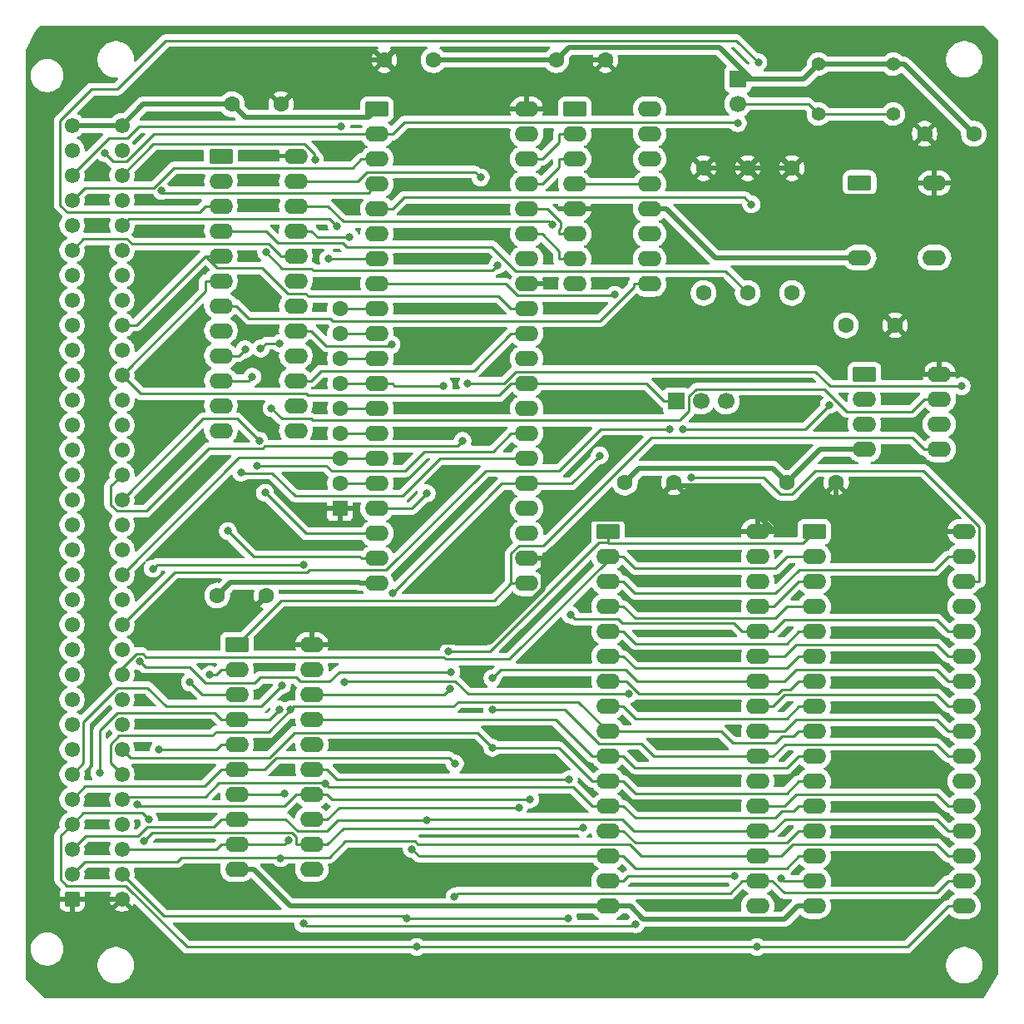
<source format=gtl>
G04 #@! TF.GenerationSoftware,KiCad,Pcbnew,9.0.6*
G04 #@! TF.CreationDate,2026-01-24T19:03:13+11:00*
G04 #@! TF.ProjectId,MECB_8088_CPU,4d454342-5f38-4303-9838-5f4350552e6b,1.0*
G04 #@! TF.SameCoordinates,Original*
G04 #@! TF.FileFunction,Copper,L1,Top*
G04 #@! TF.FilePolarity,Positive*
%FSLAX46Y46*%
G04 Gerber Fmt 4.6, Leading zero omitted, Abs format (unit mm)*
G04 Created by KiCad (PCBNEW 9.0.6) date 2026-01-24 19:03:13*
%MOMM*%
%LPD*%
G01*
G04 APERTURE LIST*
G04 Aperture macros list*
%AMRoundRect*
0 Rectangle with rounded corners*
0 $1 Rounding radius*
0 $2 $3 $4 $5 $6 $7 $8 $9 X,Y pos of 4 corners*
0 Add a 4 corners polygon primitive as box body*
4,1,4,$2,$3,$4,$5,$6,$7,$8,$9,$2,$3,0*
0 Add four circle primitives for the rounded corners*
1,1,$1+$1,$2,$3*
1,1,$1+$1,$4,$5*
1,1,$1+$1,$6,$7*
1,1,$1+$1,$8,$9*
0 Add four rect primitives between the rounded corners*
20,1,$1+$1,$2,$3,$4,$5,0*
20,1,$1+$1,$4,$5,$6,$7,0*
20,1,$1+$1,$6,$7,$8,$9,0*
20,1,$1+$1,$8,$9,$2,$3,0*%
G04 Aperture macros list end*
G04 #@! TA.AperFunction,ComponentPad*
%ADD10RoundRect,0.249550X0.525450X-0.525450X0.525450X0.525450X-0.525450X0.525450X-0.525450X-0.525450X0*%
G04 #@! TD*
G04 #@! TA.AperFunction,ComponentPad*
%ADD11C,1.550000*%
G04 #@! TD*
G04 #@! TA.AperFunction,ComponentPad*
%ADD12C,1.397000*%
G04 #@! TD*
G04 #@! TA.AperFunction,ComponentPad*
%ADD13C,1.600000*%
G04 #@! TD*
G04 #@! TA.AperFunction,ComponentPad*
%ADD14RoundRect,0.250000X-0.950000X-0.550000X0.950000X-0.550000X0.950000X0.550000X-0.950000X0.550000X0*%
G04 #@! TD*
G04 #@! TA.AperFunction,ComponentPad*
%ADD15O,2.400000X1.600000*%
G04 #@! TD*
G04 #@! TA.AperFunction,ComponentPad*
%ADD16R,1.600000X1.600000*%
G04 #@! TD*
G04 #@! TA.AperFunction,ComponentPad*
%ADD17R,1.700000X1.700000*%
G04 #@! TD*
G04 #@! TA.AperFunction,ComponentPad*
%ADD18C,1.700000*%
G04 #@! TD*
G04 #@! TA.AperFunction,ViaPad*
%ADD19C,0.800000*%
G04 #@! TD*
G04 #@! TA.AperFunction,Conductor*
%ADD20C,0.508000*%
G04 #@! TD*
G04 #@! TA.AperFunction,Conductor*
%ADD21C,0.254000*%
G04 #@! TD*
G04 APERTURE END LIST*
D10*
X101727000Y-135890000D03*
D11*
X101727000Y-133350000D03*
X101727000Y-130810000D03*
X101727000Y-128270000D03*
X101727000Y-125730000D03*
X101727000Y-123190000D03*
X101727000Y-120650000D03*
X101727000Y-118110000D03*
X101727000Y-115570000D03*
X101727000Y-113030000D03*
X101727000Y-110490000D03*
X101727000Y-107950000D03*
X101727000Y-105410000D03*
X101727000Y-102870000D03*
X101727000Y-100330000D03*
X101727000Y-97790000D03*
X101727000Y-95250000D03*
X101727000Y-92710000D03*
X101727000Y-90170000D03*
X101727000Y-87630000D03*
X101727000Y-85090000D03*
X101727000Y-82550000D03*
X101727000Y-80010000D03*
X101727000Y-77470000D03*
X101727000Y-74930000D03*
X101727000Y-72390000D03*
X101727000Y-69850000D03*
X101727000Y-67310000D03*
X101727000Y-64770000D03*
X101727000Y-62230000D03*
X101727000Y-59690000D03*
X101727000Y-57150000D03*
X106807000Y-135890000D03*
X106807000Y-133350000D03*
X106807000Y-130810000D03*
X106807000Y-128270000D03*
X106807000Y-125730000D03*
X106807000Y-123190000D03*
X106807000Y-120650000D03*
X106807000Y-118110000D03*
X106807000Y-115570000D03*
X106807000Y-113030000D03*
X106807000Y-110490000D03*
X106807000Y-107950000D03*
X106807000Y-105410000D03*
X106807000Y-102870000D03*
X106807000Y-100330000D03*
X106807000Y-97790000D03*
X106807000Y-95250000D03*
X106807000Y-92710000D03*
X106807000Y-90170000D03*
X106807000Y-87630000D03*
X106807000Y-85090000D03*
X106807000Y-82550000D03*
X106807000Y-80010000D03*
X106807000Y-77470000D03*
X106807000Y-74930000D03*
X106807000Y-72390000D03*
X106807000Y-69850000D03*
X106807000Y-67310000D03*
X106807000Y-64770000D03*
X106807000Y-62230000D03*
X106807000Y-59690000D03*
X106807000Y-57150000D03*
D12*
X177690000Y-50920000D03*
X185310000Y-50920000D03*
X177690000Y-56000000D03*
X185310000Y-56000000D03*
D13*
X180500000Y-77500000D03*
X185500000Y-77500000D03*
D14*
X156260000Y-98500000D03*
D15*
X156260000Y-101040000D03*
X156260000Y-103580000D03*
X156260000Y-106120000D03*
X156260000Y-108660000D03*
X156260000Y-111200000D03*
X156260000Y-113740000D03*
X156260000Y-116280000D03*
X156260000Y-118820000D03*
X156260000Y-121360000D03*
X156260000Y-123900000D03*
X156260000Y-126440000D03*
X156260000Y-128980000D03*
X156260000Y-131520000D03*
X156260000Y-134060000D03*
X156260000Y-136600000D03*
X171500000Y-136600000D03*
X171500000Y-134060000D03*
X171500000Y-131520000D03*
X171500000Y-128980000D03*
X171500000Y-126440000D03*
X171500000Y-123900000D03*
X171500000Y-121360000D03*
X171500000Y-118820000D03*
X171500000Y-116280000D03*
X171500000Y-113740000D03*
X171500000Y-111200000D03*
X171500000Y-108660000D03*
X171500000Y-106120000D03*
X171500000Y-103580000D03*
X171500000Y-101040000D03*
X171500000Y-98500000D03*
D16*
X129000000Y-96120000D03*
D13*
X129000000Y-93580000D03*
X129000000Y-91040000D03*
X129000000Y-88500000D03*
X129000000Y-85960000D03*
X129000000Y-83420000D03*
X129000000Y-80880000D03*
X129000000Y-78340000D03*
X129000000Y-75800000D03*
X158000000Y-93500000D03*
X163000000Y-93500000D03*
X174500000Y-93500000D03*
X179500000Y-93500000D03*
D14*
X116880000Y-60260000D03*
D15*
X116880000Y-62800000D03*
X116880000Y-65340000D03*
X116880000Y-67880000D03*
X116880000Y-70420000D03*
X116880000Y-72960000D03*
X116880000Y-75500000D03*
X116880000Y-78040000D03*
X116880000Y-80580000D03*
X116880000Y-83120000D03*
X116880000Y-85660000D03*
X116880000Y-88200000D03*
X124500000Y-88200000D03*
X124500000Y-85660000D03*
X124500000Y-83120000D03*
X124500000Y-80580000D03*
X124500000Y-78040000D03*
X124500000Y-75500000D03*
X124500000Y-72960000D03*
X124500000Y-70420000D03*
X124500000Y-67880000D03*
X124500000Y-65340000D03*
X124500000Y-62800000D03*
X124500000Y-60260000D03*
D17*
X169500000Y-52420000D03*
D18*
X169500000Y-54960000D03*
D14*
X182380000Y-82500000D03*
D15*
X182380000Y-85040000D03*
X182380000Y-87580000D03*
X182380000Y-90120000D03*
X190000000Y-90120000D03*
X190000000Y-87580000D03*
X190000000Y-85040000D03*
X190000000Y-82500000D03*
D13*
X188500000Y-58000000D03*
X193500000Y-58000000D03*
D14*
X181880000Y-63000000D03*
D15*
X181880000Y-70620000D03*
X189500000Y-70620000D03*
X189500000Y-63000000D03*
D13*
X118000000Y-55000000D03*
X123000000Y-55000000D03*
X116500000Y-105000000D03*
X121500000Y-105000000D03*
X166000000Y-61500000D03*
X166000000Y-74200000D03*
D14*
X177260000Y-98500000D03*
D15*
X177260000Y-101040000D03*
X177260000Y-103580000D03*
X177260000Y-106120000D03*
X177260000Y-108660000D03*
X177260000Y-111200000D03*
X177260000Y-113740000D03*
X177260000Y-116280000D03*
X177260000Y-118820000D03*
X177260000Y-121360000D03*
X177260000Y-123900000D03*
X177260000Y-126440000D03*
X177260000Y-128980000D03*
X177260000Y-131520000D03*
X177260000Y-134060000D03*
X177260000Y-136600000D03*
X192500000Y-136600000D03*
X192500000Y-134060000D03*
X192500000Y-131520000D03*
X192500000Y-128980000D03*
X192500000Y-126440000D03*
X192500000Y-123900000D03*
X192500000Y-121360000D03*
X192500000Y-118820000D03*
X192500000Y-116280000D03*
X192500000Y-113740000D03*
X192500000Y-111200000D03*
X192500000Y-108660000D03*
X192500000Y-106120000D03*
X192500000Y-103580000D03*
X192500000Y-101040000D03*
X192500000Y-98500000D03*
D14*
X118500000Y-110000000D03*
D15*
X118500000Y-112540000D03*
X118500000Y-115080000D03*
X118500000Y-117620000D03*
X118500000Y-120160000D03*
X118500000Y-122700000D03*
X118500000Y-125240000D03*
X118500000Y-127780000D03*
X118500000Y-130320000D03*
X118500000Y-132860000D03*
X126120000Y-132860000D03*
X126120000Y-130320000D03*
X126120000Y-127780000D03*
X126120000Y-125240000D03*
X126120000Y-122700000D03*
X126120000Y-120160000D03*
X126120000Y-117620000D03*
X126120000Y-115080000D03*
X126120000Y-112540000D03*
X126120000Y-110000000D03*
D13*
X156000000Y-50500000D03*
X151000000Y-50500000D03*
D14*
X132760000Y-55500000D03*
D15*
X132760000Y-58040000D03*
X132760000Y-60580000D03*
X132760000Y-63120000D03*
X132760000Y-65660000D03*
X132760000Y-68200000D03*
X132760000Y-70740000D03*
X132760000Y-73280000D03*
X132760000Y-75820000D03*
X132760000Y-78360000D03*
X132760000Y-80900000D03*
X132760000Y-83440000D03*
X132760000Y-85980000D03*
X132760000Y-88520000D03*
X132760000Y-91060000D03*
X132760000Y-93600000D03*
X132760000Y-96140000D03*
X132760000Y-98680000D03*
X132760000Y-101220000D03*
X132760000Y-103760000D03*
X148000000Y-103760000D03*
X148000000Y-101220000D03*
X148000000Y-98680000D03*
X148000000Y-96140000D03*
X148000000Y-93600000D03*
X148000000Y-91060000D03*
X148000000Y-88520000D03*
X148000000Y-85980000D03*
X148000000Y-83440000D03*
X148000000Y-80900000D03*
X148000000Y-78360000D03*
X148000000Y-75820000D03*
X148000000Y-73280000D03*
X148000000Y-70740000D03*
X148000000Y-68200000D03*
X148000000Y-65660000D03*
X148000000Y-63120000D03*
X148000000Y-60580000D03*
X148000000Y-58040000D03*
X148000000Y-55500000D03*
D13*
X170500000Y-61500000D03*
X170500000Y-74200000D03*
D14*
X152880000Y-55500000D03*
D15*
X152880000Y-58040000D03*
X152880000Y-60580000D03*
X152880000Y-63120000D03*
X152880000Y-65660000D03*
X152880000Y-68200000D03*
X152880000Y-70740000D03*
X152880000Y-73280000D03*
X160500000Y-73280000D03*
X160500000Y-70740000D03*
X160500000Y-68200000D03*
X160500000Y-65660000D03*
X160500000Y-63120000D03*
X160500000Y-60580000D03*
X160500000Y-58040000D03*
X160500000Y-55500000D03*
D17*
X163230000Y-85230000D03*
D18*
X165770000Y-85230000D03*
X168310000Y-85230000D03*
D13*
X133500000Y-50500000D03*
X138500000Y-50500000D03*
X175000000Y-61500000D03*
X175000000Y-74200000D03*
D19*
X171564800Y-50720100D03*
X164733000Y-92959500D03*
X162550800Y-88055700D03*
X122963700Y-131720800D03*
X123366300Y-125195800D03*
X137838800Y-127897800D03*
X128665600Y-67386300D03*
X171436500Y-140760500D03*
X109537100Y-127789800D03*
X110569100Y-120697500D03*
X136813500Y-140760500D03*
X140660500Y-135668000D03*
X139553600Y-83643800D03*
X140684900Y-122106300D03*
X123101400Y-114143600D03*
X140054600Y-110687300D03*
X140298600Y-112753500D03*
X108589400Y-111693900D03*
X135788300Y-137845500D03*
X115767900Y-113062400D03*
X152203100Y-137843900D03*
X123769800Y-129916500D03*
X159092500Y-138450200D03*
X125272500Y-138404700D03*
X169160400Y-133576900D03*
X173907000Y-133825600D03*
X122825900Y-116614600D03*
X158360700Y-115031500D03*
X129438700Y-113831100D03*
X104530700Y-123033900D03*
X127474300Y-124118200D03*
X144507500Y-116624000D03*
X141470700Y-89244500D03*
X144507500Y-120493800D03*
X140189400Y-114508700D03*
X113731500Y-113831500D03*
X136300900Y-130791100D03*
X148354500Y-125736800D03*
X108365800Y-126261800D03*
X120930800Y-79845000D03*
X122869200Y-79310000D03*
X170861000Y-65181000D03*
X120779400Y-89242900D03*
X144506400Y-113413900D03*
X129119500Y-57256900D03*
X127806900Y-70714700D03*
X147192800Y-126579900D03*
X152452400Y-106962400D03*
X123969500Y-116624000D03*
X109941200Y-102254800D03*
X125303400Y-101842200D03*
X156981400Y-74379400D03*
X153708700Y-128626600D03*
X109036600Y-130001500D03*
X152316900Y-123719400D03*
X126448000Y-60665800D03*
X169480200Y-56930000D03*
X105073000Y-59973500D03*
X110831700Y-63814500D03*
X117578500Y-98443500D03*
X122031800Y-85931000D03*
X150634400Y-67284800D03*
X134249300Y-79454300D03*
X137838800Y-94596500D03*
X120076400Y-82732400D03*
X120592700Y-91763800D03*
X192279400Y-83686900D03*
X129966400Y-68491500D03*
X141981800Y-83393500D03*
X121373000Y-94544000D03*
X121479600Y-70069000D03*
X145036800Y-71372400D03*
X143310600Y-62438700D03*
X119326200Y-79929800D03*
X118933500Y-92487700D03*
X134362100Y-104714800D03*
X155449400Y-90749500D03*
X163942200Y-88055700D03*
X178784700Y-85581000D03*
D20*
X118000000Y-55000000D02*
X119346900Y-56346900D01*
X177260000Y-136600000D02*
X175550300Y-136600000D01*
X169500000Y-52420000D02*
X170859700Y-52420000D01*
X119346900Y-56346900D02*
X131913100Y-56346900D01*
X174500000Y-93500000D02*
X173049800Y-92049800D01*
X186420000Y-50920000D02*
X185310000Y-50920000D01*
X117848000Y-103652000D02*
X130942300Y-103652000D01*
X177880000Y-90120000D02*
X182380000Y-90120000D01*
X158528800Y-136600000D02*
X157969700Y-136600000D01*
X106807000Y-57150000D02*
X101727000Y-57150000D01*
X173049800Y-92049800D02*
X159450200Y-92049800D01*
X156260000Y-136600000D02*
X157969700Y-136600000D01*
X170859700Y-52420000D02*
X176190000Y-52420000D01*
X181880000Y-70620000D02*
X180170300Y-70620000D01*
X175550300Y-136600000D02*
X174229300Y-137921000D01*
X193500000Y-58000000D02*
X186420000Y-50920000D01*
X132760000Y-103760000D02*
X131050300Y-103760000D01*
X138500000Y-50500000D02*
X151000000Y-50500000D01*
X152331200Y-49168800D02*
X167608500Y-49168800D01*
X180170300Y-70620000D02*
X167169700Y-70620000D01*
X174229300Y-137921000D02*
X159849800Y-137921000D01*
X151000000Y-50500000D02*
X152331200Y-49168800D01*
X167608500Y-49168800D02*
X170859700Y-52420000D01*
X174500000Y-93500000D02*
X177880000Y-90120000D01*
X185310000Y-50920000D02*
X177690000Y-50920000D01*
X160500000Y-65660000D02*
X162209700Y-65660000D01*
X116500000Y-105000000D02*
X117848000Y-103652000D01*
X130942300Y-103652000D02*
X131050300Y-103760000D01*
X118500000Y-132860000D02*
X120209700Y-132860000D01*
X131913100Y-56346900D02*
X132760000Y-55500000D01*
X123949700Y-136600000D02*
X156260000Y-136600000D01*
X120209700Y-132860000D02*
X123949700Y-136600000D01*
X159450200Y-92049800D02*
X158000000Y-93500000D01*
X118000000Y-55000000D02*
X108957000Y-55000000D01*
X167169700Y-70620000D02*
X162209700Y-65660000D01*
X159849800Y-137921000D02*
X158528800Y-136600000D01*
X108957000Y-55000000D02*
X106807000Y-57150000D01*
X176190000Y-52420000D02*
X177690000Y-50920000D01*
X127500000Y-50500000D02*
X133500000Y-50500000D01*
X179500000Y-95728000D02*
X188018300Y-95728000D01*
X173209700Y-98500000D02*
X175981700Y-95728000D01*
X188018300Y-95728000D02*
X190790300Y-98500000D01*
X148000000Y-101220000D02*
X148854900Y-101220000D01*
X170500000Y-61500000D02*
X166000000Y-61500000D01*
X154709700Y-50500000D02*
X156000000Y-50500000D01*
X179500000Y-95728000D02*
X179500000Y-93500000D01*
X128052100Y-109777600D02*
X127829700Y-110000000D01*
X123000000Y-55000000D02*
X127500000Y-50500000D01*
X149709700Y-104329300D02*
X144261400Y-109777600D01*
X138500000Y-55500000D02*
X148000000Y-55500000D01*
X185500000Y-77500000D02*
X188290300Y-80290300D01*
X126120000Y-110000000D02*
X127829700Y-110000000D01*
X192500000Y-98500000D02*
X190790300Y-98500000D01*
X159310700Y-97189300D02*
X163000000Y-93500000D01*
X163369200Y-93869200D02*
X168578900Y-93869200D01*
X148000000Y-55500000D02*
X149709700Y-55500000D01*
X133500000Y-50500000D02*
X138500000Y-55500000D01*
X163000000Y-93500000D02*
X163369200Y-93869200D01*
X173364000Y-64364000D02*
X170500000Y-61500000D01*
X144261400Y-109777600D02*
X128052100Y-109777600D01*
X187790300Y-63000000D02*
X186426300Y-64364000D01*
X189500000Y-63000000D02*
X187790300Y-63000000D01*
X168578900Y-93869200D02*
X173209700Y-98500000D01*
X153740400Y-97189300D02*
X159310700Y-97189300D01*
X149709700Y-101220000D02*
X153740400Y-97189300D01*
X188290300Y-80290300D02*
X188290300Y-82500000D01*
X149709700Y-55500000D02*
X154709700Y-50500000D01*
X190000000Y-82500000D02*
X188290300Y-82500000D01*
X101727000Y-135890000D02*
X106807000Y-135890000D01*
X175981700Y-95728000D02*
X179500000Y-95728000D01*
X171500000Y-98500000D02*
X173209700Y-98500000D01*
X148854900Y-101220000D02*
X149709700Y-101220000D01*
X149709700Y-101220000D02*
X149709700Y-104329300D01*
X175000000Y-61500000D02*
X170500000Y-61500000D01*
X186426300Y-64364000D02*
X173364000Y-64364000D01*
D21*
X145147300Y-74550000D02*
X125804000Y-74550000D01*
X173084200Y-118818500D02*
X173082700Y-118820000D01*
X121091900Y-71650200D02*
X116527500Y-71650200D01*
X175459000Y-117629500D02*
X174270000Y-118818500D01*
X189726800Y-117629500D02*
X175459000Y-117629500D01*
X116880000Y-70420000D02*
X115297300Y-70420000D01*
X192500000Y-118820000D02*
X190917300Y-118820000D01*
X174270000Y-118818500D02*
X173084200Y-118818500D01*
X125804000Y-74550000D02*
X125484000Y-74230000D01*
X190917300Y-118820000D02*
X189726800Y-117629500D01*
X148000000Y-75820000D02*
X146417300Y-75820000D01*
X108247300Y-77470000D02*
X115297300Y-70420000D01*
X123671700Y-74230000D02*
X121091900Y-71650200D01*
X106807000Y-77470000D02*
X108247300Y-77470000D01*
X116527500Y-71650200D02*
X115297300Y-70420000D01*
X125484000Y-74230000D02*
X123671700Y-74230000D01*
X146417300Y-75820000D02*
X145147300Y-74550000D01*
X171500000Y-118820000D02*
X173082700Y-118820000D01*
X115297300Y-65340000D02*
X114686100Y-65951200D01*
X116880000Y-65340000D02*
X115297300Y-65340000D01*
X101210100Y-65951200D02*
X100522600Y-65263700D01*
X100522600Y-56647800D02*
X103721600Y-53448800D01*
X103721600Y-53448800D02*
X106309200Y-53448800D01*
X111248400Y-48509600D02*
X169354300Y-48509600D01*
X106309200Y-53448800D02*
X111248400Y-48509600D01*
X114686100Y-65951200D02*
X101210100Y-65951200D01*
X100522600Y-65263700D02*
X100522600Y-56647800D01*
X169354300Y-48509600D02*
X171564800Y-50720100D01*
X155503900Y-88055700D02*
X151260800Y-92298800D01*
X172105500Y-92959500D02*
X164733000Y-92959500D01*
X133698900Y-102402700D02*
X125849800Y-102402700D01*
X173828700Y-94682700D02*
X172105500Y-92959500D01*
X188398500Y-92280900D02*
X177391700Y-92280900D01*
X174989900Y-94682700D02*
X173828700Y-94682700D01*
X143802800Y-92298800D02*
X133698900Y-102402700D01*
X151260800Y-92298800D02*
X143802800Y-92298800D01*
X192500000Y-103580000D02*
X194082700Y-103580000D01*
X177391700Y-92280900D02*
X174989900Y-94682700D01*
X162550800Y-88055700D02*
X155503900Y-88055700D01*
X194082700Y-97965100D02*
X188398500Y-92280900D01*
X112132100Y-102624900D02*
X106807000Y-107950000D01*
X125627600Y-102624900D02*
X112132100Y-102624900D01*
X125849800Y-102402700D02*
X125627600Y-102624900D01*
X194082700Y-103580000D02*
X194082700Y-97965100D01*
X159664000Y-131520000D02*
X158456300Y-130312300D01*
X102997000Y-132080000D02*
X101727000Y-133350000D01*
X171500000Y-131520000D02*
X159664000Y-131520000D01*
X173893200Y-131520000D02*
X171500000Y-131520000D01*
X175083700Y-130329500D02*
X173893200Y-131520000D01*
X112445100Y-132080000D02*
X102997000Y-132080000D01*
X122963700Y-131720800D02*
X122963700Y-131637900D01*
X136625100Y-130008400D02*
X129543300Y-130008400D01*
X132760000Y-80900000D02*
X129020000Y-80900000D01*
X158456300Y-130312300D02*
X136929000Y-130312300D01*
X189726800Y-130329500D02*
X175083700Y-130329500D01*
X129020000Y-80900000D02*
X129000000Y-80880000D01*
X192500000Y-131520000D02*
X190917300Y-131520000D01*
X123322100Y-125240000D02*
X123366300Y-125195800D01*
X127913800Y-131637900D02*
X122963700Y-131637900D01*
X122963700Y-131637900D02*
X112887200Y-131637900D01*
X129543300Y-130008400D02*
X127913800Y-131637900D01*
X190917300Y-131520000D02*
X189726800Y-130329500D01*
X136929000Y-130312300D02*
X136625100Y-130008400D01*
X118500000Y-125240000D02*
X123322100Y-125240000D01*
X112887200Y-131637900D02*
X112445100Y-132080000D01*
X101727000Y-130810000D02*
X103071400Y-129465600D01*
X128744800Y-127897800D02*
X127652000Y-128990600D01*
X108465700Y-129465600D02*
X109358800Y-128572500D01*
X124671600Y-128990600D02*
X123461000Y-127780000D01*
X132760000Y-78360000D02*
X131177300Y-78360000D01*
X173082700Y-128980000D02*
X174303600Y-127759100D01*
X158928500Y-128980000D02*
X171500000Y-128980000D01*
X103071400Y-129465600D02*
X108465700Y-129465600D01*
X117708700Y-127780000D02*
X118500000Y-127780000D01*
X171500000Y-128980000D02*
X173082700Y-128980000D01*
X129000000Y-78340000D02*
X131157300Y-78340000D01*
X174303600Y-127759100D02*
X189696400Y-127759100D01*
X157729000Y-127780500D02*
X158928500Y-128980000D01*
X137838800Y-127897800D02*
X128744800Y-127897800D01*
X137956100Y-127780500D02*
X157729000Y-127780500D01*
X116124800Y-128572500D02*
X116917300Y-127780000D01*
X127652000Y-128990600D02*
X124671600Y-128990600D01*
X123461000Y-127780000D02*
X118500000Y-127780000D01*
X137838800Y-127897800D02*
X137956100Y-127780500D01*
X192500000Y-128980000D02*
X190917300Y-128980000D01*
X117708700Y-127780000D02*
X116917300Y-127780000D01*
X109358800Y-128572500D02*
X116124800Y-128572500D01*
X131157300Y-78340000D02*
X131177300Y-78360000D01*
X189696400Y-127759100D02*
X190917300Y-128980000D01*
X127889300Y-66610000D02*
X128665600Y-67386300D01*
X173328300Y-104770500D02*
X159033200Y-104770500D01*
X159033200Y-104770500D02*
X157842700Y-103580000D01*
X189594900Y-102362400D02*
X175736400Y-102362400D01*
X106807000Y-67310000D02*
X107507000Y-66610000D01*
X175736400Y-102362400D02*
X173328300Y-104770500D01*
X192500000Y-101040000D02*
X190917300Y-101040000D01*
X190917300Y-101040000D02*
X189594900Y-102362400D01*
X156260000Y-103580000D02*
X157842700Y-103580000D01*
X107507000Y-66610000D02*
X127889300Y-66610000D01*
X155458500Y-77035600D02*
X128289900Y-77035600D01*
X158917300Y-73280000D02*
X158917300Y-73576800D01*
X128024300Y-76770000D02*
X119732700Y-76770000D01*
X116880000Y-75500000D02*
X118462700Y-75500000D01*
X158917300Y-73576800D02*
X155458500Y-77035600D01*
X119732700Y-76770000D02*
X118462700Y-75500000D01*
X128289900Y-77035600D02*
X128024300Y-76770000D01*
X160500000Y-73280000D02*
X158917300Y-73280000D01*
X102884700Y-127112300D02*
X108859600Y-127112300D01*
X192500000Y-136600000D02*
X190917300Y-136600000D01*
X100569300Y-129427700D02*
X101727000Y-128270000D01*
X110569100Y-120697500D02*
X116379800Y-120697500D01*
X132760000Y-85980000D02*
X129020000Y-85980000D01*
X113405900Y-140760500D02*
X107165200Y-134519800D01*
X186756800Y-140760500D02*
X171436500Y-140760500D01*
X100569300Y-133913500D02*
X100569300Y-129427700D01*
X108859600Y-127112300D02*
X109537100Y-127789800D01*
X101175600Y-134519800D02*
X100569300Y-133913500D01*
X171436500Y-140760500D02*
X136813500Y-140760500D01*
X129020000Y-85980000D02*
X129000000Y-85960000D01*
X136813500Y-140760500D02*
X113405900Y-140760500D01*
X107165200Y-134519800D02*
X101175600Y-134519800D01*
X190917300Y-136600000D02*
X186756800Y-140760500D01*
X118500000Y-120160000D02*
X116917300Y-120160000D01*
X116379800Y-120697500D02*
X116917300Y-120160000D01*
X101727000Y-128270000D02*
X102884700Y-127112300D01*
X115214300Y-124403000D02*
X103054000Y-124403000D01*
X168693000Y-135284300D02*
X141044200Y-135284300D01*
X132760000Y-83440000D02*
X134342700Y-83440000D01*
X117708700Y-122700000D02*
X118500000Y-122700000D01*
X171500000Y-134060000D02*
X169917300Y-134060000D01*
X116917300Y-122700000D02*
X115214300Y-124403000D01*
X192500000Y-134060000D02*
X190917300Y-134060000D01*
X140091200Y-121512600D02*
X140684900Y-122106300D01*
X103054000Y-124403000D02*
X101727000Y-125730000D01*
X132760000Y-83440000D02*
X129020000Y-83440000D01*
X117708700Y-122700000D02*
X116917300Y-122700000D01*
X121332400Y-122700000D02*
X122519800Y-121512600D01*
X173082700Y-134060000D02*
X173082700Y-134108100D01*
X134546500Y-83643800D02*
X134342700Y-83440000D01*
X122519800Y-121512600D02*
X140091200Y-121512600D01*
X118500000Y-122700000D02*
X121332400Y-122700000D01*
X129020000Y-83440000D02*
X129000000Y-83420000D01*
X169917300Y-134060000D02*
X168693000Y-135284300D01*
X172291400Y-134060000D02*
X171500000Y-134060000D01*
X173082700Y-134108100D02*
X174225100Y-135250500D01*
X189726800Y-135250500D02*
X190917300Y-134060000D01*
X172291400Y-134060000D02*
X173082700Y-134060000D01*
X139553600Y-83643800D02*
X134546500Y-83643800D01*
X174225100Y-135250500D02*
X189726800Y-135250500D01*
X141044200Y-135284300D02*
X140660500Y-135668000D01*
X174486800Y-122550500D02*
X159033200Y-122550500D01*
X156260000Y-121360000D02*
X154677300Y-121360000D01*
X159033200Y-122550500D02*
X157842700Y-121360000D01*
X150937300Y-117620000D02*
X154677300Y-121360000D01*
X175677300Y-121360000D02*
X174486800Y-122550500D01*
X120982300Y-116262700D02*
X123101400Y-114143600D01*
X111309300Y-116262700D02*
X120982300Y-116262700D01*
X109418200Y-114371600D02*
X111309300Y-116262700D01*
X156260000Y-121360000D02*
X157842700Y-121360000D01*
X101727000Y-123190000D02*
X102894100Y-122022900D01*
X177260000Y-121360000D02*
X175677300Y-121360000D01*
X102894100Y-122022900D02*
X102894100Y-117837800D01*
X102894100Y-117837800D02*
X106360300Y-114371600D01*
X106360300Y-114371600D02*
X109418200Y-114371600D01*
X126120000Y-117620000D02*
X150937300Y-117620000D01*
X128893800Y-112753500D02*
X127897600Y-113749700D01*
X155337400Y-99602000D02*
X144252100Y-110687300D01*
X115284800Y-113897300D02*
X113668700Y-112281200D01*
X156260000Y-99602000D02*
X155337400Y-99602000D01*
X120318700Y-113897300D02*
X115284800Y-113897300D01*
X144252100Y-110687300D02*
X140054600Y-110687300D01*
X124495100Y-113325000D02*
X120891000Y-113325000D01*
X156260000Y-98500000D02*
X156260000Y-99602000D01*
X127897600Y-113749700D02*
X124919800Y-113749700D01*
X176053000Y-99707000D02*
X156365000Y-99707000D01*
X177260000Y-98500000D02*
X176053000Y-99707000D01*
X156365000Y-99707000D02*
X156260000Y-99602000D01*
X124919800Y-113749700D02*
X124495100Y-113325000D01*
X140298600Y-112753500D02*
X128893800Y-112753500D01*
X109176700Y-112281200D02*
X108589400Y-111693900D01*
X113668700Y-112281200D02*
X109176700Y-112281200D01*
X120891000Y-113325000D02*
X120318700Y-113897300D01*
X177260000Y-128980000D02*
X175677300Y-128980000D01*
X111079000Y-137622000D02*
X106807000Y-133350000D01*
X118500000Y-112540000D02*
X116917300Y-112540000D01*
X135788300Y-137845500D02*
X135564800Y-137622000D01*
X156260000Y-128980000D02*
X157842700Y-128980000D01*
X129020000Y-93600000D02*
X129000000Y-93580000D01*
X116917300Y-112540000D02*
X116394900Y-113062400D01*
X157844800Y-128980000D02*
X157842700Y-128980000D01*
X152201500Y-137845500D02*
X152203100Y-137843900D01*
X135788300Y-137845500D02*
X152201500Y-137845500D01*
X135564800Y-137622000D02*
X111079000Y-137622000D01*
X174465800Y-130191500D02*
X159056300Y-130191500D01*
X116394900Y-113062400D02*
X115767900Y-113062400D01*
X132760000Y-93600000D02*
X129020000Y-93600000D01*
X159056300Y-130191500D02*
X157844800Y-128980000D01*
X175677300Y-128980000D02*
X174465800Y-130191500D01*
X190917300Y-126440000D02*
X189726800Y-125249500D01*
X116427300Y-130810000D02*
X116917300Y-130320000D01*
X106807000Y-130810000D02*
X116427300Y-130810000D01*
X129020000Y-75820000D02*
X129000000Y-75800000D01*
X175459000Y-125249500D02*
X174270000Y-126438500D01*
X189726800Y-125249500D02*
X175459000Y-125249500D01*
X159092500Y-138450200D02*
X158886600Y-138656100D01*
X173084200Y-126438500D02*
X173082700Y-126440000D01*
X192500000Y-126440000D02*
X190917300Y-126440000D01*
X132760000Y-75820000D02*
X129020000Y-75820000D01*
X158886600Y-138656100D02*
X125523900Y-138656100D01*
X172291400Y-126440000D02*
X173082700Y-126440000D01*
X125523900Y-138656100D02*
X125272500Y-138404700D01*
X172291400Y-126440000D02*
X171500000Y-126440000D01*
X118500000Y-130320000D02*
X117708700Y-130320000D01*
X123366300Y-130320000D02*
X118500000Y-130320000D01*
X117708700Y-130320000D02*
X117130100Y-130320000D01*
X174270000Y-126438500D02*
X173084200Y-126438500D01*
X117130100Y-130320000D02*
X116917300Y-130320000D01*
X123769800Y-129916500D02*
X123366300Y-130320000D01*
X104530700Y-123033900D02*
X104530700Y-118723000D01*
X158360700Y-115031500D02*
X142024000Y-115031500D01*
X129000000Y-88500000D02*
X131157300Y-88500000D01*
X104530700Y-118723000D02*
X106316200Y-116937500D01*
X118500000Y-117620000D02*
X116917300Y-117620000D01*
X156260000Y-134060000D02*
X157842700Y-134060000D01*
X106316200Y-116937500D02*
X116234800Y-116937500D01*
X140718500Y-113726000D02*
X129543800Y-113726000D01*
X121820500Y-117620000D02*
X120082700Y-117620000D01*
X116234800Y-116937500D02*
X116917300Y-117620000D01*
X122825900Y-116614600D02*
X121820500Y-117620000D01*
X158325800Y-133576900D02*
X157842700Y-134060000D01*
X142024000Y-115031500D02*
X140718500Y-113726000D01*
X129543800Y-113726000D02*
X129438700Y-113831100D01*
X119291400Y-117620000D02*
X120082700Y-117620000D01*
X169160400Y-133576900D02*
X158325800Y-133576900D01*
X174141400Y-134060000D02*
X173907000Y-133825600D01*
X132760000Y-88520000D02*
X131177300Y-88520000D01*
X119291400Y-117620000D02*
X118500000Y-117620000D01*
X177260000Y-134060000D02*
X174141400Y-134060000D01*
X131157300Y-88500000D02*
X131177300Y-88520000D01*
X175169100Y-126948200D02*
X173983300Y-126948200D01*
X116698000Y-124050600D02*
X127406700Y-124050600D01*
X177260000Y-126440000D02*
X175677300Y-126440000D01*
X175677300Y-126440000D02*
X175169100Y-126948200D01*
X127406700Y-124050600D02*
X127474300Y-124118200D01*
X127858200Y-124502100D02*
X152739400Y-124502100D01*
X173983300Y-126948200D02*
X173299800Y-127631700D01*
X156260000Y-126440000D02*
X157842700Y-126440000D01*
X155468700Y-126440000D02*
X156260000Y-126440000D01*
X115269500Y-125479100D02*
X116698000Y-124050600D01*
X107057900Y-125479100D02*
X115269500Y-125479100D01*
X106807000Y-125730000D02*
X107057900Y-125479100D01*
X152739400Y-124502100D02*
X154677300Y-126440000D01*
X159034400Y-127631700D02*
X157842700Y-126440000D01*
X155468700Y-126440000D02*
X154677300Y-126440000D01*
X127474300Y-124118200D02*
X127858200Y-124502100D01*
X173299800Y-127631700D02*
X159034400Y-127631700D01*
X151920200Y-116624000D02*
X155351400Y-120055200D01*
X141470700Y-89244500D02*
X140926700Y-89788500D01*
X190917300Y-121360000D02*
X189704400Y-120147100D01*
X121342300Y-89788500D02*
X121103600Y-90027200D01*
X105646700Y-95740000D02*
X105646700Y-93870300D01*
X109256000Y-96410700D02*
X106317400Y-96410700D01*
X106317400Y-96410700D02*
X105646700Y-95740000D01*
X174295600Y-120147100D02*
X173082700Y-121360000D01*
X140926700Y-89788500D02*
X121342300Y-89788500D01*
X171500000Y-121360000D02*
X173082700Y-121360000D01*
X115639500Y-90027200D02*
X109256000Y-96410700D01*
X155351400Y-120055200D02*
X159663700Y-120055200D01*
X144507500Y-116624000D02*
X151920200Y-116624000D01*
X105646700Y-93870300D02*
X106807000Y-92710000D01*
X189704400Y-120147100D02*
X174295600Y-120147100D01*
X160968500Y-121360000D02*
X171500000Y-121360000D01*
X192500000Y-121360000D02*
X190917300Y-121360000D01*
X121103600Y-90027200D02*
X115639500Y-90027200D01*
X159663700Y-120055200D02*
X160968500Y-121360000D01*
X151271100Y-120493800D02*
X144507500Y-120493800D01*
X154677300Y-123900000D02*
X151271100Y-120493800D01*
X124348500Y-118940100D02*
X142953800Y-118940100D01*
X106807000Y-120650000D02*
X107648100Y-121491100D01*
X139618100Y-115080000D02*
X140189400Y-114508700D01*
X177260000Y-123900000D02*
X175677300Y-123900000D01*
X157842700Y-123900000D02*
X159072800Y-125130100D01*
X126120000Y-115080000D02*
X139618100Y-115080000D01*
X121797500Y-121491100D02*
X124348500Y-118940100D01*
X156559100Y-123900000D02*
X157842700Y-123900000D01*
X156260000Y-123900000D02*
X154677300Y-123900000D01*
X156559100Y-123900000D02*
X156260000Y-123900000D01*
X142953800Y-118940100D02*
X144507500Y-120493800D01*
X159072800Y-125130100D02*
X174447200Y-125130100D01*
X174447200Y-125130100D02*
X175677300Y-123900000D01*
X107648100Y-121491100D02*
X121797500Y-121491100D01*
X177260000Y-131520000D02*
X175677300Y-131520000D01*
X159064900Y-132742200D02*
X157842700Y-131520000D01*
X136300900Y-130791100D02*
X137029800Y-131520000D01*
X128941100Y-90981100D02*
X118695900Y-90981100D01*
X156260000Y-131520000D02*
X157842700Y-131520000D01*
X137029800Y-131520000D02*
X156260000Y-131520000D01*
X175677300Y-131520000D02*
X174455100Y-132742200D01*
X132760000Y-91060000D02*
X131177300Y-91060000D01*
X114980000Y-115080000D02*
X116917300Y-115080000D01*
X118695900Y-90981100D02*
X106807000Y-102870000D01*
X129000000Y-91040000D02*
X128941100Y-90981100D01*
X113731500Y-113831500D02*
X114980000Y-115080000D01*
X118500000Y-115080000D02*
X116917300Y-115080000D01*
X174455100Y-132742200D02*
X159064900Y-132742200D01*
X131177300Y-91060000D02*
X131157300Y-91040000D01*
X131157300Y-91040000D02*
X129000000Y-91040000D01*
X116880000Y-67880000D02*
X121451400Y-67880000D01*
X129258100Y-69081200D02*
X129676300Y-69499400D01*
X129676300Y-69499400D02*
X144433700Y-69499400D01*
X146891500Y-71957200D02*
X168257200Y-71957200D01*
X122652600Y-69081200D02*
X129258100Y-69081200D01*
X121451400Y-67880000D02*
X122652600Y-69081200D01*
X168257200Y-71957200D02*
X170500000Y-74200000D01*
X144433700Y-69499400D02*
X146891500Y-71957200D01*
X108551800Y-126447800D02*
X108365800Y-126261800D01*
X175677300Y-113740000D02*
X174836000Y-114581300D01*
X156260000Y-113740000D02*
X157842700Y-113740000D01*
X126120000Y-125240000D02*
X127702700Y-125240000D01*
X123329500Y-126447800D02*
X108551800Y-126447800D01*
X148354500Y-125736800D02*
X128199500Y-125736800D01*
X159394500Y-114958400D02*
X158176100Y-113740000D01*
X174836000Y-114581300D02*
X173945300Y-114581300D01*
X158176100Y-113740000D02*
X157842700Y-113740000D01*
X128199500Y-125736800D02*
X127702700Y-125240000D01*
X124537300Y-125240000D02*
X123329500Y-126447800D01*
X173568200Y-114958400D02*
X159394500Y-114958400D01*
X177260000Y-113740000D02*
X175677300Y-113740000D01*
X126120000Y-125240000D02*
X124537300Y-125240000D01*
X173945300Y-114581300D02*
X173568200Y-114958400D01*
X106807000Y-95250000D02*
X115054700Y-87002300D01*
X120930800Y-79845000D02*
X121465800Y-79310000D01*
X192500000Y-116280000D02*
X190917300Y-116280000D01*
X115054700Y-87002300D02*
X118538800Y-87002300D01*
X132760000Y-65660000D02*
X134342700Y-65660000D01*
X189728300Y-115091000D02*
X190917300Y-116280000D01*
X171500000Y-116280000D02*
X173082700Y-116280000D01*
X174271700Y-115091000D02*
X189728300Y-115091000D01*
X121465800Y-79310000D02*
X122869200Y-79310000D01*
X170157300Y-64477300D02*
X135525400Y-64477300D01*
X170861000Y-65181000D02*
X170157300Y-64477300D01*
X118538800Y-87002300D02*
X120779400Y-89242900D01*
X135525400Y-64477300D02*
X134342700Y-65660000D01*
X173082700Y-116280000D02*
X174271700Y-115091000D01*
X192500000Y-113740000D02*
X190917300Y-113740000D01*
X107329200Y-58420000D02*
X108492300Y-57256900D01*
X190917300Y-113740000D02*
X189726800Y-112549500D01*
X105464700Y-58420000D02*
X107329200Y-58420000D01*
X145376300Y-112544000D02*
X158035300Y-112544000D01*
X158035300Y-112544000D02*
X159231300Y-113740000D01*
X108492300Y-57256900D02*
X129119500Y-57256900D01*
X131152000Y-70714700D02*
X131177300Y-70740000D01*
X101727000Y-62230000D02*
X101727000Y-62157700D01*
X159231300Y-113740000D02*
X171500000Y-113740000D01*
X174268500Y-113740000D02*
X171500000Y-113740000D01*
X127806900Y-70714700D02*
X131152000Y-70714700D01*
X101727000Y-62157700D02*
X105464700Y-58420000D01*
X175459000Y-112549500D02*
X174268500Y-113740000D01*
X132760000Y-70740000D02*
X131177300Y-70740000D01*
X144506400Y-113413900D02*
X145376300Y-112544000D01*
X189726800Y-112549500D02*
X175459000Y-112549500D01*
X156674500Y-111200000D02*
X157842700Y-111200000D01*
X174464400Y-112412900D02*
X159055600Y-112412900D01*
X147192800Y-126579900D02*
X128902800Y-126579900D01*
X156674500Y-111200000D02*
X156260000Y-111200000D01*
X175677300Y-111200000D02*
X174464400Y-112412900D01*
X128902800Y-126579900D02*
X127702700Y-127780000D01*
X126120000Y-127780000D02*
X127702700Y-127780000D01*
X159055600Y-112412900D02*
X157842700Y-111200000D01*
X177260000Y-111200000D02*
X175677300Y-111200000D01*
X110039500Y-63500000D02*
X102997000Y-63500000D01*
X169917300Y-108660000D02*
X169092100Y-107834800D01*
X130287600Y-61469700D02*
X112069800Y-61469700D01*
X152880000Y-107390000D02*
X152452400Y-106962400D01*
X171500000Y-108660000D02*
X169917300Y-108660000D01*
X102997000Y-63500000D02*
X101727000Y-64770000D01*
X189726800Y-107469500D02*
X190917300Y-108660000D01*
X169092100Y-107834800D02*
X157736200Y-107834800D01*
X112069800Y-61469700D02*
X110039500Y-63500000D01*
X132760000Y-60580000D02*
X131177300Y-60580000D01*
X131177300Y-60580000D02*
X130287600Y-61469700D01*
X157736200Y-107834800D02*
X157291400Y-107390000D01*
X157291400Y-107390000D02*
X152880000Y-107390000D01*
X192500000Y-108660000D02*
X190917300Y-108660000D01*
X171500000Y-108660000D02*
X173082700Y-108660000D01*
X173082700Y-108660000D02*
X174273200Y-107469500D01*
X174273200Y-107469500D02*
X189726800Y-107469500D01*
X121703500Y-118890000D02*
X116366000Y-118890000D01*
X175677300Y-118820000D02*
X175169100Y-119328200D01*
X123969500Y-116624000D02*
X124286400Y-116307100D01*
X141044900Y-115809300D02*
X153249300Y-115809300D01*
X140547100Y-116307100D02*
X141044900Y-115809300D01*
X168964800Y-120011700D02*
X167773100Y-118820000D01*
X167773100Y-118820000D02*
X157842700Y-118820000D01*
X116366000Y-118890000D02*
X115988300Y-119267700D01*
X124286400Y-116307100D02*
X140547100Y-116307100D01*
X177260000Y-118820000D02*
X175677300Y-118820000D01*
X175169100Y-119328200D02*
X173983300Y-119328200D01*
X105616300Y-120188400D02*
X105616300Y-121999300D01*
X123969500Y-116624000D02*
X121703500Y-118890000D01*
X173983300Y-119328200D02*
X173299800Y-120011700D01*
X115988300Y-119267700D02*
X106537000Y-119267700D01*
X156260000Y-118820000D02*
X157842700Y-118820000D01*
X173299800Y-120011700D02*
X168964800Y-120011700D01*
X105616300Y-121999300D02*
X106807000Y-123190000D01*
X106537000Y-119267700D02*
X105616300Y-120188400D01*
X153249300Y-115809300D02*
X156260000Y-118820000D01*
X175459000Y-110009500D02*
X174268500Y-111200000D01*
X192500000Y-111200000D02*
X190917300Y-111200000D01*
X156981400Y-74379400D02*
X156898100Y-74462700D01*
X156898100Y-74462700D02*
X147038800Y-74462700D01*
X190917300Y-111200000D02*
X189726800Y-110009500D01*
X147038800Y-74462700D02*
X145856100Y-73280000D01*
X174268500Y-111200000D02*
X171500000Y-111200000D01*
X145856100Y-73280000D02*
X132760000Y-73280000D01*
X189726800Y-110009500D02*
X175459000Y-110009500D01*
X110353800Y-101842200D02*
X125303400Y-101842200D01*
X109941200Y-102254800D02*
X110353800Y-101842200D01*
X109904300Y-129133800D02*
X109036600Y-130001500D01*
X124537300Y-130255900D02*
X124552500Y-130240700D01*
X174454900Y-109882400D02*
X159065100Y-109882400D01*
X124537300Y-130320000D02*
X124537300Y-130255900D01*
X129342200Y-128680500D02*
X153654800Y-128680500D01*
X126120000Y-130320000D02*
X124537300Y-130320000D01*
X156260000Y-108660000D02*
X157842700Y-108660000D01*
X153654800Y-128680500D02*
X153708700Y-128626600D01*
X124094000Y-129133800D02*
X109904300Y-129133800D01*
X159065100Y-109882400D02*
X157842700Y-108660000D01*
X126120000Y-130320000D02*
X127702700Y-130320000D01*
X177260000Y-108660000D02*
X175677300Y-108660000D01*
X127702700Y-130320000D02*
X129342200Y-128680500D01*
X124552500Y-130240700D02*
X124552500Y-129592300D01*
X124552500Y-129592300D02*
X124094000Y-129133800D01*
X175677300Y-108660000D02*
X174454900Y-109882400D01*
X177260000Y-116280000D02*
X175677300Y-116280000D01*
X127702700Y-122700000D02*
X128722100Y-123719400D01*
X128722100Y-123719400D02*
X152316900Y-123719400D01*
X126120000Y-122700000D02*
X127702700Y-122700000D01*
X156260000Y-116280000D02*
X157842700Y-116280000D01*
X159065100Y-117502400D02*
X157842700Y-116280000D01*
X175677300Y-116280000D02*
X174454900Y-117502400D01*
X174454900Y-117502400D02*
X159065100Y-117502400D01*
X126362400Y-60580200D02*
X126362300Y-60580200D01*
X126448000Y-60665800D02*
X126362400Y-60580200D01*
X110012000Y-59025000D02*
X106807000Y-62230000D01*
X125353800Y-59025000D02*
X110012000Y-59025000D01*
X126362300Y-60580200D02*
X126362300Y-60033500D01*
X126362300Y-60033500D02*
X125353800Y-59025000D01*
X169500000Y-54960000D02*
X176650000Y-54960000D01*
X185310000Y-56000000D02*
X177690000Y-56000000D01*
X176650000Y-54960000D02*
X177690000Y-56000000D01*
X121737300Y-69219800D02*
X122917300Y-70399800D01*
X107814100Y-69219800D02*
X121737300Y-69219800D01*
X102884700Y-68692300D02*
X107286600Y-68692300D01*
X101727000Y-69850000D02*
X102884700Y-68692300D01*
X122917300Y-70399800D02*
X122917300Y-70420000D01*
X107286600Y-68692300D02*
X107814100Y-69219800D01*
X124500000Y-70420000D02*
X122917300Y-70420000D01*
X175677300Y-103580000D02*
X173137300Y-106120000D01*
X110094300Y-58040000D02*
X132760000Y-58040000D01*
X169376800Y-56826600D02*
X135556100Y-56826600D01*
X169480200Y-56930000D02*
X169376800Y-56826600D01*
X132760000Y-58040000D02*
X134342700Y-58040000D01*
X135556100Y-56826600D02*
X134342700Y-58040000D01*
X177260000Y-103580000D02*
X175677300Y-103580000D01*
X173137300Y-106120000D02*
X171500000Y-106120000D01*
X107286600Y-60847700D02*
X110094300Y-58040000D01*
X105073000Y-59973500D02*
X105947200Y-60847700D01*
X105947200Y-60847700D02*
X107286600Y-60847700D01*
X174491500Y-106120000D02*
X173286400Y-107325100D01*
X131877900Y-64002100D02*
X111019300Y-64002100D01*
X156260000Y-106120000D02*
X157842700Y-106120000D01*
X132760000Y-63120000D02*
X131877900Y-64002100D01*
X173286400Y-107325100D02*
X159047800Y-107325100D01*
X177260000Y-106120000D02*
X174491500Y-106120000D01*
X159047800Y-107325100D02*
X157842700Y-106120000D01*
X111019300Y-64002100D02*
X110831700Y-63814500D01*
X174491500Y-101040000D02*
X177260000Y-101040000D01*
X139508100Y-111247600D02*
X109250000Y-111247600D01*
X106807000Y-112369500D02*
X106807000Y-113030000D01*
X159028200Y-102225500D02*
X173306000Y-102225500D01*
X156260000Y-101040000D02*
X156674500Y-101040000D01*
X157842700Y-101040000D02*
X159028200Y-102225500D01*
X146244500Y-111470000D02*
X139730500Y-111470000D01*
X156674500Y-101040000D02*
X146244500Y-111470000D01*
X156674500Y-101040000D02*
X157842700Y-101040000D01*
X108913600Y-110911200D02*
X108265300Y-110911200D01*
X108265300Y-110911200D02*
X106807000Y-112369500D01*
X173306000Y-102225500D02*
X174491500Y-101040000D01*
X139730500Y-111470000D02*
X139508100Y-111247600D01*
X109250000Y-111247600D02*
X108913600Y-110911200D01*
X123110800Y-87010000D02*
X126027700Y-87010000D01*
X132760000Y-101220000D02*
X131177300Y-101220000D01*
X131016800Y-101059500D02*
X120194500Y-101059500D01*
X120194500Y-101059500D02*
X117578500Y-98443500D01*
X178307900Y-83997300D02*
X180570000Y-86259400D01*
X187197900Y-86259400D02*
X188417300Y-85040000D01*
X126192600Y-87174900D02*
X163564100Y-87174900D01*
X165259500Y-83997300D02*
X178307900Y-83997300D01*
X126027700Y-87010000D02*
X126192600Y-87174900D01*
X164537300Y-86201700D02*
X164537300Y-84719500D01*
X163564100Y-87174900D02*
X164537300Y-86201700D01*
X190000000Y-85040000D02*
X188417300Y-85040000D01*
X180570000Y-86259400D02*
X187197900Y-86259400D01*
X122031800Y-85931000D02*
X123110800Y-87010000D01*
X131177300Y-101220000D02*
X131016800Y-101059500D01*
X164537300Y-84719500D02*
X165259500Y-83997300D01*
X124500000Y-83120000D02*
X126082700Y-83120000D01*
X148000000Y-78360000D02*
X146417300Y-78360000D01*
X146417300Y-78360000D02*
X142627300Y-82150000D01*
X127052700Y-82150000D02*
X126082700Y-83120000D01*
X142627300Y-82150000D02*
X127052700Y-82150000D01*
X127726200Y-65340000D02*
X126082700Y-65340000D01*
X150634400Y-67284800D02*
X150279700Y-66930100D01*
X150279700Y-66930100D02*
X129316300Y-66930100D01*
X129316300Y-66930100D02*
X127726200Y-65340000D01*
X124500000Y-65340000D02*
X126082700Y-65340000D01*
X124500000Y-78040000D02*
X126082700Y-78040000D01*
X134249300Y-79454300D02*
X134127400Y-79576200D01*
X136295300Y-96140000D02*
X137838800Y-94596500D01*
X127618900Y-79576200D02*
X126082700Y-78040000D01*
X134127400Y-79576200D02*
X127618900Y-79576200D01*
X132760000Y-96140000D02*
X136295300Y-96140000D01*
X128149300Y-92310000D02*
X127603100Y-91763800D01*
X119688800Y-83120000D02*
X120076400Y-82732400D01*
X144575800Y-90361500D02*
X137583200Y-90361500D01*
X116880000Y-83120000D02*
X119688800Y-83120000D01*
X127603100Y-91763800D02*
X120592700Y-91763800D01*
X148000000Y-88520000D02*
X146417300Y-88520000D01*
X146417300Y-88520000D02*
X144575800Y-90361500D01*
X137583200Y-90361500D02*
X135634700Y-92310000D01*
X135634700Y-92310000D02*
X128149300Y-92310000D01*
X124500000Y-67880000D02*
X126082700Y-67880000D01*
X126694200Y-68491500D02*
X126082700Y-67880000D01*
X192279400Y-83686900D02*
X178874600Y-83686900D01*
X177401000Y-82213300D02*
X146845700Y-82213300D01*
X129966400Y-68491500D02*
X126694200Y-68491500D01*
X145665500Y-83393500D02*
X141981800Y-83393500D01*
X178874600Y-83686900D02*
X177401000Y-82213300D01*
X146845700Y-82213300D02*
X145665500Y-83393500D01*
X132760000Y-98680000D02*
X125509000Y-98680000D01*
X125509000Y-98680000D02*
X121373000Y-94544000D01*
X121479600Y-70069000D02*
X123100600Y-71690000D01*
X126321200Y-71930000D02*
X144479200Y-71930000D01*
X126081200Y-71690000D02*
X126321200Y-71930000D01*
X123100600Y-71690000D02*
X126081200Y-71690000D01*
X144479200Y-71930000D02*
X145036800Y-71372400D01*
X131742300Y-61887500D02*
X142759400Y-61887500D01*
X142759400Y-61887500D02*
X143310600Y-62438700D01*
X124500000Y-62800000D02*
X130829800Y-62800000D01*
X130829800Y-62800000D02*
X131742300Y-61887500D01*
X118992300Y-92546500D02*
X122116400Y-92546500D01*
X135359100Y-94850000D02*
X139149100Y-91060000D01*
X124419900Y-94850000D02*
X135359100Y-94850000D01*
X118676000Y-80580000D02*
X119326200Y-79929800D01*
X118933500Y-92487700D02*
X118992300Y-92546500D01*
X116880000Y-80580000D02*
X118676000Y-80580000D01*
X139149100Y-91060000D02*
X148000000Y-91060000D01*
X122116400Y-92546500D02*
X124419900Y-94850000D01*
X118500000Y-110000000D02*
X123002500Y-105497500D01*
X146417300Y-103760000D02*
X146417300Y-100719100D01*
X147186200Y-99950200D02*
X149697100Y-99950200D01*
X146417300Y-100719100D02*
X147186200Y-99950200D01*
X144679800Y-105497500D02*
X146417300Y-103760000D01*
X148000000Y-103760000D02*
X146417300Y-103760000D01*
X187233800Y-88936500D02*
X188417300Y-90120000D01*
X190000000Y-90120000D02*
X188417300Y-90120000D01*
X149697100Y-99950200D02*
X160710800Y-88936500D01*
X160710800Y-88936500D02*
X187233800Y-88936500D01*
X123002500Y-105497500D02*
X144679800Y-105497500D01*
X145476900Y-93600000D02*
X134362100Y-104714800D01*
X152598900Y-93600000D02*
X148000000Y-93600000D01*
X152880000Y-63120000D02*
X160500000Y-63120000D01*
X148000000Y-93600000D02*
X145476900Y-93600000D01*
X155449400Y-90749500D02*
X152598900Y-93600000D01*
X148000000Y-60580000D02*
X149582700Y-60580000D01*
X152880000Y-58040000D02*
X151297300Y-58040000D01*
X151297300Y-58865400D02*
X149582700Y-60580000D01*
X151297300Y-58040000D02*
X151297300Y-58865400D01*
X151297300Y-68200000D02*
X151297300Y-67728800D01*
X151417100Y-67609000D02*
X151417100Y-66960600D01*
X152880000Y-68200000D02*
X151297300Y-68200000D01*
X151417100Y-66960600D02*
X150116500Y-65660000D01*
X151297300Y-67728800D02*
X151417100Y-67609000D01*
X148000000Y-65660000D02*
X149582700Y-65660000D01*
X150116500Y-65660000D02*
X149582700Y-65660000D01*
X151297300Y-61405400D02*
X151297300Y-60580000D01*
X149582700Y-63120000D02*
X151297300Y-61405400D01*
X148000000Y-63120000D02*
X149582700Y-63120000D01*
X152880000Y-60580000D02*
X151297300Y-60580000D01*
X152880000Y-70740000D02*
X151297300Y-70740000D01*
X151297300Y-69914600D02*
X151297300Y-70740000D01*
X148000000Y-68200000D02*
X149582700Y-68200000D01*
X149582700Y-68200000D02*
X151297300Y-69914600D01*
X176310000Y-88055700D02*
X178784700Y-85581000D01*
X115297300Y-74059700D02*
X115297300Y-72960000D01*
X108716800Y-84459800D02*
X125553800Y-84459800D01*
X125553800Y-84459800D02*
X125731000Y-84637000D01*
X106807000Y-82550000D02*
X115297300Y-74059700D01*
X163230000Y-85230000D02*
X161997300Y-85230000D01*
X145220300Y-84637000D02*
X146417300Y-83440000D01*
X125731000Y-84637000D02*
X145220300Y-84637000D01*
X160207300Y-83440000D02*
X148000000Y-83440000D01*
X161997300Y-85230000D02*
X160207300Y-83440000D01*
X106807000Y-82550000D02*
X108716800Y-84459800D01*
X116880000Y-72960000D02*
X115297300Y-72960000D01*
X163942200Y-88055700D02*
X176310000Y-88055700D01*
X148000000Y-83440000D02*
X146417300Y-83440000D01*
G04 #@! TA.AperFunction,Conductor*
G36*
X116928939Y-103280085D02*
G01*
X116974694Y-103332889D01*
X116984638Y-103402047D01*
X116955613Y-103465603D01*
X116949600Y-103472060D01*
X116779070Y-103642591D01*
X116757448Y-103664213D01*
X116696124Y-103697697D01*
X116650371Y-103699005D01*
X116602982Y-103691500D01*
X116602981Y-103691500D01*
X116397019Y-103691500D01*
X116372550Y-103695375D01*
X116193591Y-103723719D01*
X115997705Y-103787367D01*
X115814193Y-103880873D01*
X115647576Y-104001926D01*
X115647571Y-104001930D01*
X115501930Y-104147571D01*
X115501926Y-104147576D01*
X115380873Y-104314193D01*
X115287367Y-104497705D01*
X115223719Y-104693591D01*
X115191500Y-104897019D01*
X115191500Y-105102980D01*
X115223719Y-105306408D01*
X115287367Y-105502294D01*
X115346172Y-105617703D01*
X115378602Y-105681350D01*
X115380873Y-105685806D01*
X115501926Y-105852423D01*
X115501930Y-105852428D01*
X115647571Y-105998069D01*
X115647576Y-105998073D01*
X115733743Y-106060676D01*
X115814197Y-106119129D01*
X115912700Y-106169319D01*
X115997705Y-106212632D01*
X115997707Y-106212632D01*
X115997710Y-106212634D01*
X116079558Y-106239228D01*
X116193591Y-106276280D01*
X116208656Y-106278666D01*
X116397019Y-106308500D01*
X116397020Y-106308500D01*
X116602980Y-106308500D01*
X116602981Y-106308500D01*
X116806408Y-106276280D01*
X117002290Y-106212634D01*
X117185803Y-106119129D01*
X117352430Y-105998068D01*
X117498068Y-105852430D01*
X117619129Y-105685803D01*
X117712634Y-105502290D01*
X117776280Y-105306408D01*
X117808500Y-105102981D01*
X117808500Y-104897019D01*
X117800994Y-104849629D01*
X117809948Y-104780337D01*
X117835786Y-104742551D01*
X117977779Y-104600559D01*
X118127519Y-104450819D01*
X118188842Y-104417334D01*
X118215200Y-104414500D01*
X120152668Y-104414500D01*
X120219707Y-104434185D01*
X120265462Y-104486989D01*
X120275406Y-104556147D01*
X120270599Y-104576819D01*
X120232009Y-104695582D01*
X120200000Y-104897682D01*
X120200000Y-105102317D01*
X120232009Y-105304417D01*
X120295244Y-105499031D01*
X120388141Y-105681350D01*
X120388147Y-105681359D01*
X120420523Y-105725921D01*
X120420524Y-105725922D01*
X121100000Y-105046446D01*
X121100000Y-105052661D01*
X121127259Y-105154394D01*
X121179920Y-105245606D01*
X121254394Y-105320080D01*
X121345606Y-105372741D01*
X121447339Y-105400000D01*
X121453552Y-105400000D01*
X120774076Y-106079474D01*
X120818650Y-106111859D01*
X121000968Y-106204755D01*
X121107063Y-106239228D01*
X121164738Y-106278666D01*
X121191936Y-106343025D01*
X121180021Y-106411871D01*
X121156425Y-106444840D01*
X118946084Y-108655181D01*
X118884761Y-108688666D01*
X118858403Y-108691500D01*
X117499462Y-108691500D01*
X117499446Y-108691501D01*
X117395572Y-108702113D01*
X117227264Y-108757884D01*
X117227259Y-108757886D01*
X117076346Y-108850971D01*
X116950971Y-108976346D01*
X116857886Y-109127259D01*
X116857884Y-109127264D01*
X116802113Y-109295572D01*
X116791500Y-109399447D01*
X116791500Y-109399455D01*
X116791500Y-109997307D01*
X116791501Y-110488100D01*
X116771816Y-110555139D01*
X116719013Y-110600894D01*
X116667501Y-110612100D01*
X109564595Y-110612100D01*
X109497556Y-110592415D01*
X109476918Y-110575785D01*
X109318708Y-110417575D01*
X109318707Y-110417574D01*
X109318706Y-110417573D01*
X109214628Y-110348030D01*
X109214615Y-110348023D01*
X109098973Y-110300123D01*
X109098961Y-110300120D01*
X108976195Y-110275700D01*
X108976191Y-110275700D01*
X108202709Y-110275700D01*
X108202708Y-110275700D01*
X108202694Y-110275701D01*
X108202002Y-110275839D01*
X108201632Y-110275805D01*
X108196646Y-110276297D01*
X108196552Y-110275350D01*
X108132411Y-110269600D01*
X108077241Y-110226728D01*
X108059900Y-110192536D01*
X108032486Y-110108165D01*
X107996466Y-109997307D01*
X107904748Y-109817299D01*
X107785999Y-109653856D01*
X107643144Y-109511001D01*
X107489625Y-109399462D01*
X107479699Y-109392250D01*
X107358476Y-109330485D01*
X107307679Y-109282511D01*
X107290884Y-109214690D01*
X107313421Y-109148555D01*
X107358476Y-109109515D01*
X107479699Y-109047749D01*
X107479698Y-109047749D01*
X107479701Y-109047748D01*
X107643144Y-108928999D01*
X107785999Y-108786144D01*
X107904748Y-108622701D01*
X107996466Y-108442693D01*
X108058896Y-108250554D01*
X108059515Y-108246647D01*
X108090500Y-108051019D01*
X108090500Y-107848981D01*
X108061847Y-107668078D01*
X108061586Y-107666431D01*
X108070540Y-107597139D01*
X108096375Y-107559356D01*
X112359014Y-103296719D01*
X112420337Y-103263234D01*
X112446695Y-103260400D01*
X116861900Y-103260400D01*
X116928939Y-103280085D01*
G37*
G04 #@! TD.AperFunction*
G04 #@! TA.AperFunction,Conductor*
G36*
X146549741Y-104600559D02*
G01*
X146576100Y-104602445D01*
X146585153Y-104608263D01*
X146592194Y-104609795D01*
X146620448Y-104630946D01*
X146747571Y-104758069D01*
X146747576Y-104758073D01*
X146863849Y-104842549D01*
X146914197Y-104879129D01*
X147022529Y-104934327D01*
X147097705Y-104972632D01*
X147097707Y-104972632D01*
X147097710Y-104972634D01*
X147184621Y-105000873D01*
X147293591Y-105036280D01*
X147316466Y-105039903D01*
X147497019Y-105068500D01*
X147497020Y-105068500D01*
X148502980Y-105068500D01*
X148502981Y-105068500D01*
X148683531Y-105039903D01*
X148752822Y-105048857D01*
X148806274Y-105093853D01*
X148826914Y-105160605D01*
X148808189Y-105227919D01*
X148790608Y-105250057D01*
X144025186Y-110015481D01*
X143963863Y-110048966D01*
X143937505Y-110051800D01*
X140755275Y-110051800D01*
X140688236Y-110032115D01*
X140667593Y-110015480D01*
X140633738Y-109981624D01*
X140633734Y-109981621D01*
X140484942Y-109882201D01*
X140484932Y-109882196D01*
X140319600Y-109813713D01*
X140319592Y-109813711D01*
X140144083Y-109778800D01*
X140144079Y-109778800D01*
X139965121Y-109778800D01*
X139965116Y-109778800D01*
X139789607Y-109813711D01*
X139789599Y-109813713D01*
X139624267Y-109882196D01*
X139624257Y-109882201D01*
X139475465Y-109981621D01*
X139475461Y-109981624D01*
X139348924Y-110108161D01*
X139348921Y-110108165D01*
X139249501Y-110256957D01*
X139249496Y-110256967D01*
X139181013Y-110422299D01*
X139181011Y-110422307D01*
X139163112Y-110512291D01*
X139130727Y-110574202D01*
X139070011Y-110608776D01*
X139041495Y-110612100D01*
X127858688Y-110612100D01*
X127791649Y-110592415D01*
X127745894Y-110539611D01*
X127735950Y-110470453D01*
X127740757Y-110449781D01*
X127787990Y-110304411D01*
X127796609Y-110250000D01*
X126435686Y-110250000D01*
X126440080Y-110245606D01*
X126492741Y-110154394D01*
X126520000Y-110052661D01*
X126520000Y-109947339D01*
X126492741Y-109845606D01*
X126440080Y-109754394D01*
X126435686Y-109750000D01*
X127796609Y-109750000D01*
X127787990Y-109695586D01*
X127724755Y-109500970D01*
X127631859Y-109318650D01*
X127511582Y-109153105D01*
X127511582Y-109153104D01*
X127366895Y-109008417D01*
X127201349Y-108888140D01*
X127019031Y-108795244D01*
X126824417Y-108732009D01*
X126622317Y-108700000D01*
X126370000Y-108700000D01*
X126370000Y-109684314D01*
X126365606Y-109679920D01*
X126274394Y-109627259D01*
X126172661Y-109600000D01*
X126067339Y-109600000D01*
X125965606Y-109627259D01*
X125874394Y-109679920D01*
X125870000Y-109684314D01*
X125870000Y-108700000D01*
X125617683Y-108700000D01*
X125415582Y-108732009D01*
X125220968Y-108795244D01*
X125038650Y-108888140D01*
X124873105Y-109008417D01*
X124873104Y-109008417D01*
X124728417Y-109153104D01*
X124728417Y-109153105D01*
X124608140Y-109318650D01*
X124515244Y-109500970D01*
X124452009Y-109695586D01*
X124443391Y-109750000D01*
X125804314Y-109750000D01*
X125799920Y-109754394D01*
X125747259Y-109845606D01*
X125720000Y-109947339D01*
X125720000Y-110052661D01*
X125747259Y-110154394D01*
X125799920Y-110245606D01*
X125804314Y-110250000D01*
X124443391Y-110250000D01*
X124452009Y-110304411D01*
X124499243Y-110449781D01*
X124501238Y-110519623D01*
X124465158Y-110579456D01*
X124402457Y-110610284D01*
X124381312Y-110612100D01*
X120332500Y-110612100D01*
X120265461Y-110592415D01*
X120219706Y-110539611D01*
X120208500Y-110488100D01*
X120208500Y-110154394D01*
X120208499Y-109399456D01*
X120197887Y-109295574D01*
X120197886Y-109295572D01*
X120197886Y-109295568D01*
X120196470Y-109288951D01*
X120198081Y-109288606D01*
X120195961Y-109227213D01*
X120228390Y-109170341D01*
X123229414Y-106169319D01*
X123290737Y-106135834D01*
X123317095Y-106133000D01*
X144742392Y-106133000D01*
X144742393Y-106132999D01*
X144865169Y-106108578D01*
X144980822Y-106060673D01*
X145084908Y-105991125D01*
X146445086Y-104630945D01*
X146453031Y-104626607D01*
X146458457Y-104619360D01*
X146483216Y-104610125D01*
X146506409Y-104597461D01*
X146515438Y-104598106D01*
X146523921Y-104594943D01*
X146549741Y-104600559D01*
G37*
G04 #@! TD.AperFunction*
G04 #@! TA.AperFunction,Conductor*
G36*
X161756066Y-92831985D02*
G01*
X161801821Y-92884789D01*
X161811765Y-92953947D01*
X161799511Y-92992597D01*
X161795244Y-93000969D01*
X161732009Y-93195582D01*
X161700000Y-93397682D01*
X161700000Y-93602317D01*
X161732009Y-93804417D01*
X161795244Y-93999031D01*
X161888141Y-94181350D01*
X161888147Y-94181359D01*
X161920523Y-94225921D01*
X161920524Y-94225922D01*
X162600000Y-93546446D01*
X162600000Y-93552661D01*
X162627259Y-93654394D01*
X162679920Y-93745606D01*
X162754394Y-93820080D01*
X162845606Y-93872741D01*
X162947339Y-93900000D01*
X162953553Y-93900000D01*
X162274076Y-94579474D01*
X162318650Y-94611859D01*
X162500968Y-94704755D01*
X162695582Y-94767990D01*
X162897683Y-94800000D01*
X163102317Y-94800000D01*
X163304417Y-94767990D01*
X163499031Y-94704755D01*
X163681349Y-94611859D01*
X163725921Y-94579474D01*
X163046447Y-93900000D01*
X163052661Y-93900000D01*
X163154394Y-93872741D01*
X163245606Y-93820080D01*
X163320080Y-93745606D01*
X163372741Y-93654394D01*
X163400000Y-93552661D01*
X163400000Y-93546447D01*
X164079474Y-94225921D01*
X164111859Y-94181349D01*
X164204755Y-93999029D01*
X164242052Y-93884243D01*
X164281489Y-93826568D01*
X164345848Y-93799369D01*
X164407434Y-93807999D01*
X164468000Y-93833087D01*
X164643516Y-93867999D01*
X164643520Y-93868000D01*
X164643521Y-93868000D01*
X164822480Y-93868000D01*
X164822481Y-93867999D01*
X164998000Y-93833087D01*
X165163336Y-93764602D01*
X165312135Y-93665178D01*
X165345993Y-93631320D01*
X165407315Y-93597834D01*
X165433675Y-93595000D01*
X171790905Y-93595000D01*
X171857944Y-93614685D01*
X171878586Y-93631319D01*
X173335075Y-95087808D01*
X173389193Y-95141926D01*
X173423593Y-95176326D01*
X173527671Y-95245869D01*
X173527684Y-95245876D01*
X173628346Y-95287571D01*
X173643331Y-95293778D01*
X173766104Y-95318199D01*
X173766108Y-95318200D01*
X173766109Y-95318200D01*
X175052492Y-95318200D01*
X175052493Y-95318199D01*
X175175269Y-95293778D01*
X175290922Y-95245873D01*
X175395008Y-95176325D01*
X175758699Y-94812634D01*
X176126800Y-94444534D01*
X177618614Y-92952719D01*
X177679937Y-92919234D01*
X177706295Y-92916400D01*
X178152051Y-92916400D01*
X178219090Y-92936085D01*
X178264845Y-92988889D01*
X178274789Y-93058047D01*
X178269982Y-93078719D01*
X178232009Y-93195582D01*
X178200000Y-93397682D01*
X178200000Y-93602317D01*
X178232009Y-93804417D01*
X178295244Y-93999031D01*
X178388141Y-94181350D01*
X178388147Y-94181359D01*
X178420523Y-94225921D01*
X178420524Y-94225922D01*
X179100000Y-93546446D01*
X179100000Y-93552661D01*
X179127259Y-93654394D01*
X179179920Y-93745606D01*
X179254394Y-93820080D01*
X179345606Y-93872741D01*
X179447339Y-93900000D01*
X179453553Y-93900000D01*
X178774076Y-94579474D01*
X178818650Y-94611859D01*
X179000968Y-94704755D01*
X179195582Y-94767990D01*
X179397683Y-94800000D01*
X179602317Y-94800000D01*
X179804417Y-94767990D01*
X179999031Y-94704755D01*
X180181349Y-94611859D01*
X180225921Y-94579474D01*
X179546447Y-93900000D01*
X179552661Y-93900000D01*
X179654394Y-93872741D01*
X179745606Y-93820080D01*
X179820080Y-93745606D01*
X179872741Y-93654394D01*
X179900000Y-93552661D01*
X179900000Y-93546447D01*
X180579474Y-94225921D01*
X180611859Y-94181349D01*
X180704755Y-93999031D01*
X180767990Y-93804417D01*
X180800000Y-93602317D01*
X180800000Y-93397682D01*
X180767990Y-93195582D01*
X180730018Y-93078719D01*
X180728023Y-93008878D01*
X180764103Y-92949045D01*
X180826803Y-92918216D01*
X180847949Y-92916400D01*
X188083905Y-92916400D01*
X188150944Y-92936085D01*
X188171586Y-92952719D01*
X192207186Y-96988319D01*
X192240671Y-97049642D01*
X192235687Y-97119334D01*
X192193815Y-97175267D01*
X192128351Y-97199684D01*
X192119505Y-97200000D01*
X191997683Y-97200000D01*
X191795582Y-97232009D01*
X191600968Y-97295244D01*
X191418650Y-97388140D01*
X191253105Y-97508417D01*
X191253104Y-97508417D01*
X191108417Y-97653104D01*
X191108417Y-97653105D01*
X190988140Y-97818650D01*
X190895244Y-98000970D01*
X190832009Y-98195586D01*
X190823391Y-98250000D01*
X192184314Y-98250000D01*
X192179920Y-98254394D01*
X192127259Y-98345606D01*
X192100000Y-98447339D01*
X192100000Y-98552661D01*
X192127259Y-98654394D01*
X192179920Y-98745606D01*
X192184314Y-98750000D01*
X190823391Y-98750000D01*
X190832009Y-98804413D01*
X190895244Y-98999029D01*
X190988140Y-99181349D01*
X191108417Y-99346894D01*
X191108417Y-99346895D01*
X191253104Y-99491582D01*
X191418652Y-99611861D01*
X191502818Y-99654745D01*
X191553614Y-99702719D01*
X191570410Y-99770540D01*
X191547873Y-99836675D01*
X191502820Y-99875714D01*
X191414195Y-99920871D01*
X191247576Y-100041926D01*
X191247571Y-100041930D01*
X191101930Y-100187571D01*
X191101926Y-100187576D01*
X190981460Y-100353385D01*
X190926130Y-100396051D01*
X190881142Y-100404500D01*
X190854704Y-100404500D01*
X190731938Y-100428920D01*
X190731926Y-100428923D01*
X190616284Y-100476823D01*
X190616271Y-100476830D01*
X190512192Y-100546374D01*
X190512188Y-100546377D01*
X189367986Y-101690581D01*
X189306663Y-101724066D01*
X189280305Y-101726900D01*
X178980921Y-101726900D01*
X178913882Y-101707215D01*
X178868127Y-101654411D01*
X178858183Y-101585253D01*
X178870434Y-101546610D01*
X178872630Y-101542298D01*
X178872632Y-101542293D01*
X178872634Y-101542290D01*
X178936280Y-101346408D01*
X178968500Y-101142981D01*
X178968500Y-100937019D01*
X178936280Y-100733592D01*
X178872634Y-100537710D01*
X178872632Y-100537707D01*
X178872632Y-100537705D01*
X178817202Y-100428920D01*
X178779129Y-100354197D01*
X178749919Y-100313992D01*
X178658073Y-100187576D01*
X178658069Y-100187571D01*
X178512424Y-100041926D01*
X178430862Y-99982669D01*
X178388196Y-99927340D01*
X178382217Y-99857726D01*
X178414822Y-99795931D01*
X178464742Y-99764646D01*
X178532738Y-99742115D01*
X178683652Y-99649030D01*
X178809030Y-99523652D01*
X178902115Y-99372738D01*
X178957887Y-99204426D01*
X178968500Y-99100545D01*
X178968499Y-97899456D01*
X178957887Y-97795574D01*
X178902115Y-97627262D01*
X178809030Y-97476348D01*
X178683652Y-97350970D01*
X178564036Y-97277190D01*
X178532740Y-97257886D01*
X178532735Y-97257884D01*
X178364427Y-97202113D01*
X178260545Y-97191500D01*
X176259462Y-97191500D01*
X176259446Y-97191501D01*
X176155572Y-97202113D01*
X175987264Y-97257884D01*
X175987259Y-97257886D01*
X175836346Y-97350971D01*
X175710971Y-97476346D01*
X175617886Y-97627259D01*
X175617884Y-97627264D01*
X175562113Y-97795572D01*
X175551500Y-97899447D01*
X175551500Y-97899455D01*
X175551500Y-98462701D01*
X175551501Y-98947500D01*
X175531817Y-99014539D01*
X175479013Y-99060294D01*
X175427501Y-99071500D01*
X173251880Y-99071500D01*
X173184841Y-99051815D01*
X173139086Y-98999011D01*
X173129142Y-98929853D01*
X173133949Y-98909181D01*
X173167990Y-98804411D01*
X173176609Y-98750000D01*
X171815686Y-98750000D01*
X171820080Y-98745606D01*
X171872741Y-98654394D01*
X171900000Y-98552661D01*
X171900000Y-98447339D01*
X171872741Y-98345606D01*
X171820080Y-98254394D01*
X171815686Y-98250000D01*
X173176609Y-98250000D01*
X173167990Y-98195586D01*
X173104755Y-98000970D01*
X173011859Y-97818650D01*
X172891582Y-97653105D01*
X172891582Y-97653104D01*
X172746895Y-97508417D01*
X172581349Y-97388140D01*
X172399031Y-97295244D01*
X172204417Y-97232009D01*
X172002317Y-97200000D01*
X171750000Y-97200000D01*
X171750000Y-98184314D01*
X171745606Y-98179920D01*
X171654394Y-98127259D01*
X171552661Y-98100000D01*
X171447339Y-98100000D01*
X171345606Y-98127259D01*
X171254394Y-98179920D01*
X171250000Y-98184314D01*
X171250000Y-97200000D01*
X170997683Y-97200000D01*
X170795582Y-97232009D01*
X170600968Y-97295244D01*
X170418650Y-97388140D01*
X170253105Y-97508417D01*
X170253104Y-97508417D01*
X170108417Y-97653104D01*
X170108417Y-97653105D01*
X169988140Y-97818650D01*
X169895244Y-98000970D01*
X169832009Y-98195586D01*
X169823391Y-98250000D01*
X171184314Y-98250000D01*
X171179920Y-98254394D01*
X171127259Y-98345606D01*
X171100000Y-98447339D01*
X171100000Y-98552661D01*
X171127259Y-98654394D01*
X171179920Y-98745606D01*
X171184314Y-98750000D01*
X169823391Y-98750000D01*
X169832009Y-98804411D01*
X169866051Y-98909181D01*
X169868046Y-98979023D01*
X169831966Y-99038856D01*
X169769265Y-99069684D01*
X169748120Y-99071500D01*
X158092500Y-99071500D01*
X158025461Y-99051815D01*
X157979706Y-98999011D01*
X157968500Y-98947500D01*
X157968500Y-98626000D01*
X157968499Y-97899456D01*
X157957887Y-97795574D01*
X157902115Y-97627262D01*
X157809030Y-97476348D01*
X157683652Y-97350970D01*
X157564036Y-97277190D01*
X157532740Y-97257886D01*
X157532735Y-97257884D01*
X157364427Y-97202113D01*
X157260545Y-97191500D01*
X155259462Y-97191500D01*
X155259446Y-97191501D01*
X155155572Y-97202113D01*
X154987264Y-97257884D01*
X154987259Y-97257886D01*
X154836346Y-97350971D01*
X154710971Y-97476346D01*
X154617886Y-97627259D01*
X154617884Y-97627264D01*
X154562113Y-97795572D01*
X154551500Y-97899447D01*
X154551500Y-99100537D01*
X154551501Y-99100553D01*
X154562113Y-99204428D01*
X154606282Y-99337724D01*
X154608683Y-99407552D01*
X154576257Y-99464408D01*
X149890057Y-104150608D01*
X149828734Y-104184093D01*
X149759042Y-104179109D01*
X149703109Y-104137237D01*
X149678692Y-104071773D01*
X149679902Y-104043535D01*
X149708500Y-103862981D01*
X149708500Y-103657019D01*
X149679209Y-103472082D01*
X149676280Y-103453591D01*
X149617794Y-103273591D01*
X149612634Y-103257710D01*
X149612632Y-103257707D01*
X149612632Y-103257705D01*
X149578709Y-103191128D01*
X149519129Y-103074197D01*
X149477450Y-103016830D01*
X149398073Y-102907576D01*
X149398069Y-102907571D01*
X149252428Y-102761930D01*
X149252423Y-102761926D01*
X149085806Y-102640873D01*
X149085805Y-102640872D01*
X149085803Y-102640871D01*
X148997180Y-102595715D01*
X148946384Y-102547740D01*
X148929589Y-102479919D01*
X148952127Y-102413784D01*
X148997181Y-102374745D01*
X149081347Y-102331861D01*
X149246894Y-102211582D01*
X149246895Y-102211582D01*
X149391582Y-102066895D01*
X149391582Y-102066894D01*
X149511859Y-101901349D01*
X149604755Y-101719029D01*
X149667990Y-101524413D01*
X149676609Y-101470000D01*
X148315686Y-101470000D01*
X148320080Y-101465606D01*
X148372741Y-101374394D01*
X148400000Y-101272661D01*
X148400000Y-101167339D01*
X148372741Y-101065606D01*
X148320080Y-100974394D01*
X148315686Y-100970000D01*
X149676609Y-100970000D01*
X149667990Y-100915586D01*
X149613544Y-100748018D01*
X149611549Y-100678177D01*
X149647629Y-100618344D01*
X149710330Y-100587516D01*
X149731475Y-100585700D01*
X149759692Y-100585700D01*
X149759693Y-100585699D01*
X149882469Y-100561278D01*
X149998122Y-100513373D01*
X150102208Y-100443825D01*
X156584788Y-93961243D01*
X156646109Y-93927760D01*
X156715801Y-93932744D01*
X156771734Y-93974616D01*
X156785049Y-93998002D01*
X156785154Y-93997949D01*
X156786303Y-94000204D01*
X156787034Y-94001488D01*
X156787365Y-94002288D01*
X156787366Y-94002290D01*
X156878602Y-94181350D01*
X156880873Y-94185806D01*
X157001926Y-94352423D01*
X157001930Y-94352428D01*
X157147571Y-94498069D01*
X157147576Y-94498073D01*
X157285209Y-94598068D01*
X157314197Y-94619129D01*
X157431128Y-94678709D01*
X157497705Y-94712632D01*
X157497707Y-94712632D01*
X157497710Y-94712634D01*
X157517700Y-94719129D01*
X157693591Y-94776280D01*
X157795305Y-94792390D01*
X157897019Y-94808500D01*
X157897020Y-94808500D01*
X158102980Y-94808500D01*
X158102981Y-94808500D01*
X158306408Y-94776280D01*
X158502290Y-94712634D01*
X158685803Y-94619129D01*
X158852430Y-94498068D01*
X158998068Y-94352430D01*
X159119129Y-94185803D01*
X159212634Y-94002290D01*
X159276280Y-93806408D01*
X159308500Y-93602981D01*
X159308500Y-93397019D01*
X159300994Y-93349629D01*
X159309948Y-93280337D01*
X159335786Y-93242551D01*
X159529359Y-93048979D01*
X159729719Y-92848619D01*
X159791042Y-92815134D01*
X159817400Y-92812300D01*
X161689027Y-92812300D01*
X161756066Y-92831985D01*
G37*
G04 #@! TD.AperFunction*
G04 #@! TA.AperFunction,Conductor*
G36*
X117990323Y-92687923D02*
G01*
X118046256Y-92729795D01*
X118061550Y-92756652D01*
X118128396Y-92918032D01*
X118128401Y-92918042D01*
X118227821Y-93066834D01*
X118227824Y-93066838D01*
X118354361Y-93193375D01*
X118354365Y-93193378D01*
X118503157Y-93292798D01*
X118503161Y-93292800D01*
X118503164Y-93292802D01*
X118668500Y-93361287D01*
X118812027Y-93389836D01*
X118844016Y-93396199D01*
X118844020Y-93396200D01*
X118844021Y-93396200D01*
X119022980Y-93396200D01*
X119022981Y-93396199D01*
X119198500Y-93361287D01*
X119363836Y-93292802D01*
X119392586Y-93273592D01*
X119498388Y-93202898D01*
X119565066Y-93182020D01*
X119567279Y-93182000D01*
X121801805Y-93182000D01*
X121868844Y-93201685D01*
X121889486Y-93218319D01*
X124014788Y-95343622D01*
X124014792Y-95343625D01*
X124118871Y-95413169D01*
X124118884Y-95413176D01*
X124234526Y-95461076D01*
X124234531Y-95461078D01*
X124353865Y-95484815D01*
X124357304Y-95485499D01*
X124357308Y-95485500D01*
X124357309Y-95485500D01*
X124482491Y-95485500D01*
X127576000Y-95485500D01*
X127643039Y-95505185D01*
X127688794Y-95557989D01*
X127700000Y-95609500D01*
X127700000Y-95870000D01*
X128684314Y-95870000D01*
X128679920Y-95874394D01*
X128627259Y-95965606D01*
X128600000Y-96067339D01*
X128600000Y-96172661D01*
X128627259Y-96274394D01*
X128679920Y-96365606D01*
X128684314Y-96370000D01*
X127700000Y-96370000D01*
X127700000Y-96967844D01*
X127706401Y-97027372D01*
X127706403Y-97027379D01*
X127756645Y-97162086D01*
X127756649Y-97162093D01*
X127842809Y-97277187D01*
X127842812Y-97277190D01*
X127957906Y-97363350D01*
X127957913Y-97363354D01*
X128092620Y-97413596D01*
X128092627Y-97413598D01*
X128152155Y-97419999D01*
X128152172Y-97420000D01*
X128750000Y-97420000D01*
X128750000Y-96435686D01*
X128754394Y-96440080D01*
X128845606Y-96492741D01*
X128947339Y-96520000D01*
X129052661Y-96520000D01*
X129154394Y-96492741D01*
X129245606Y-96440080D01*
X129250000Y-96435686D01*
X129250000Y-97420000D01*
X129847828Y-97420000D01*
X129847844Y-97419999D01*
X129907372Y-97413598D01*
X129907379Y-97413596D01*
X130042086Y-97363354D01*
X130042093Y-97363350D01*
X130157187Y-97277190D01*
X130157190Y-97277187D01*
X130243350Y-97162093D01*
X130243354Y-97162086D01*
X130293596Y-97027379D01*
X130293598Y-97027372D01*
X130299999Y-96967844D01*
X130300000Y-96967827D01*
X130300000Y-96370000D01*
X129315686Y-96370000D01*
X129320080Y-96365606D01*
X129372741Y-96274394D01*
X129400000Y-96172661D01*
X129400000Y-96067339D01*
X129372741Y-95965606D01*
X129320080Y-95874394D01*
X129315686Y-95870000D01*
X130300000Y-95870000D01*
X130300000Y-95609500D01*
X130319685Y-95542461D01*
X130372489Y-95496706D01*
X130424000Y-95485500D01*
X131026151Y-95485500D01*
X131093190Y-95505185D01*
X131138945Y-95557989D01*
X131148889Y-95627147D01*
X131144083Y-95647812D01*
X131134467Y-95677409D01*
X131083719Y-95833591D01*
X131051500Y-96037019D01*
X131051500Y-96242980D01*
X131083719Y-96446408D01*
X131147367Y-96642294D01*
X131240873Y-96825806D01*
X131361926Y-96992423D01*
X131361930Y-96992428D01*
X131507571Y-97138069D01*
X131507576Y-97138073D01*
X131674195Y-97259128D01*
X131753459Y-97299516D01*
X131804254Y-97347490D01*
X131821049Y-97415311D01*
X131798511Y-97481446D01*
X131753459Y-97520484D01*
X131674195Y-97560871D01*
X131507576Y-97681926D01*
X131507571Y-97681930D01*
X131361930Y-97827571D01*
X131361926Y-97827576D01*
X131241460Y-97993385D01*
X131186130Y-98036051D01*
X131141142Y-98044500D01*
X125823595Y-98044500D01*
X125756556Y-98024815D01*
X125735914Y-98008181D01*
X122317819Y-94590086D01*
X122284334Y-94528763D01*
X122281500Y-94502405D01*
X122281500Y-94454520D01*
X122281499Y-94454516D01*
X122261956Y-94356266D01*
X122246587Y-94279000D01*
X122178102Y-94113664D01*
X122178100Y-94113661D01*
X122178098Y-94113657D01*
X122078678Y-93964865D01*
X122078675Y-93964861D01*
X121952138Y-93838324D01*
X121952134Y-93838321D01*
X121803342Y-93738901D01*
X121803332Y-93738896D01*
X121638000Y-93670413D01*
X121637992Y-93670411D01*
X121462483Y-93635500D01*
X121462479Y-93635500D01*
X121283521Y-93635500D01*
X121283516Y-93635500D01*
X121108007Y-93670411D01*
X121107999Y-93670413D01*
X120942667Y-93738896D01*
X120942657Y-93738901D01*
X120793865Y-93838321D01*
X120793861Y-93838324D01*
X120667324Y-93964861D01*
X120667321Y-93964865D01*
X120567901Y-94113657D01*
X120567896Y-94113667D01*
X120499413Y-94278999D01*
X120499411Y-94279007D01*
X120464500Y-94454516D01*
X120464500Y-94633483D01*
X120499411Y-94808992D01*
X120499413Y-94809000D01*
X120567896Y-94974332D01*
X120567901Y-94974342D01*
X120667321Y-95123134D01*
X120667324Y-95123138D01*
X120793861Y-95249675D01*
X120793865Y-95249678D01*
X120942657Y-95349098D01*
X120942661Y-95349100D01*
X120942664Y-95349102D01*
X121108000Y-95417587D01*
X121283516Y-95452499D01*
X121283520Y-95452500D01*
X121283521Y-95452500D01*
X121331405Y-95452500D01*
X121398444Y-95472185D01*
X121419086Y-95488819D01*
X125103888Y-99173622D01*
X125103892Y-99173625D01*
X125207971Y-99243169D01*
X125207984Y-99243176D01*
X125323626Y-99291076D01*
X125323631Y-99291078D01*
X125446404Y-99315499D01*
X125446408Y-99315500D01*
X125446409Y-99315500D01*
X125571591Y-99315500D01*
X131141142Y-99315500D01*
X131208181Y-99335185D01*
X131241460Y-99366615D01*
X131361926Y-99532423D01*
X131361930Y-99532428D01*
X131507571Y-99678069D01*
X131507576Y-99678073D01*
X131674195Y-99799128D01*
X131753459Y-99839516D01*
X131804254Y-99887490D01*
X131821049Y-99955311D01*
X131798511Y-100021446D01*
X131753459Y-100060484D01*
X131674195Y-100100871D01*
X131507576Y-100221926D01*
X131507571Y-100221930D01*
X131361934Y-100367567D01*
X131361929Y-100367573D01*
X131336812Y-100402143D01*
X131281481Y-100444807D01*
X131211868Y-100450785D01*
X131203755Y-100448737D01*
X131079395Y-100424000D01*
X131079391Y-100424000D01*
X120509095Y-100424000D01*
X120442056Y-100404315D01*
X120421414Y-100387681D01*
X118523319Y-98489586D01*
X118489834Y-98428263D01*
X118487000Y-98401905D01*
X118487000Y-98354020D01*
X118486999Y-98354016D01*
X118472812Y-98282693D01*
X118452087Y-98178500D01*
X118383602Y-98013164D01*
X118383600Y-98013161D01*
X118383598Y-98013157D01*
X118284178Y-97864365D01*
X118284175Y-97864361D01*
X118157638Y-97737824D01*
X118157634Y-97737821D01*
X118008842Y-97638401D01*
X118008832Y-97638396D01*
X117843500Y-97569913D01*
X117843492Y-97569911D01*
X117667983Y-97535000D01*
X117667979Y-97535000D01*
X117489021Y-97535000D01*
X117489016Y-97535000D01*
X117313507Y-97569911D01*
X117313499Y-97569913D01*
X117148167Y-97638396D01*
X117148157Y-97638401D01*
X116999365Y-97737821D01*
X116999361Y-97737824D01*
X116872824Y-97864361D01*
X116872821Y-97864365D01*
X116773401Y-98013157D01*
X116773396Y-98013167D01*
X116704913Y-98178499D01*
X116704911Y-98178507D01*
X116670000Y-98354016D01*
X116670000Y-98532983D01*
X116704911Y-98708492D01*
X116704913Y-98708500D01*
X116773396Y-98873832D01*
X116773401Y-98873842D01*
X116872821Y-99022634D01*
X116872824Y-99022638D01*
X116999361Y-99149175D01*
X116999365Y-99149178D01*
X117148157Y-99248598D01*
X117148161Y-99248600D01*
X117148164Y-99248602D01*
X117313500Y-99317087D01*
X117483999Y-99351001D01*
X117489016Y-99351999D01*
X117489020Y-99352000D01*
X117489021Y-99352000D01*
X117536905Y-99352000D01*
X117603944Y-99371685D01*
X117624586Y-99388319D01*
X119231286Y-100995019D01*
X119264771Y-101056342D01*
X119259787Y-101126034D01*
X119217915Y-101181967D01*
X119152451Y-101206384D01*
X119143605Y-101206700D01*
X110416396Y-101206700D01*
X110416391Y-101206699D01*
X110291209Y-101206699D01*
X110205638Y-101223721D01*
X110168431Y-101231122D01*
X110168429Y-101231122D01*
X110168428Y-101231123D01*
X110168426Y-101231123D01*
X110052784Y-101279023D01*
X110052772Y-101279030D01*
X109983373Y-101325402D01*
X109916696Y-101346280D01*
X109914482Y-101346300D01*
X109851716Y-101346300D01*
X109676207Y-101381211D01*
X109676199Y-101381213D01*
X109510867Y-101449696D01*
X109510857Y-101449701D01*
X109397929Y-101525158D01*
X109331251Y-101546036D01*
X109263871Y-101527551D01*
X109217181Y-101475572D01*
X109206005Y-101406602D01*
X109233891Y-101342539D01*
X109241357Y-101334375D01*
X113015740Y-97559992D01*
X117859310Y-92716422D01*
X117920631Y-92682939D01*
X117990323Y-92687923D01*
G37*
G04 #@! TD.AperFunction*
G04 #@! TA.AperFunction,Conductor*
G36*
X151226322Y-72612385D02*
G01*
X151272077Y-72665189D01*
X151282021Y-72734347D01*
X151269769Y-72772992D01*
X151267369Y-72777702D01*
X151267367Y-72777707D01*
X151267366Y-72777710D01*
X151260805Y-72797903D01*
X151203719Y-72973591D01*
X151171500Y-73177019D01*
X151171500Y-73382980D01*
X151203719Y-73586408D01*
X151207320Y-73597489D01*
X151229218Y-73664882D01*
X151231214Y-73734722D01*
X151195134Y-73794555D01*
X151132433Y-73825384D01*
X151111287Y-73827200D01*
X149759776Y-73827200D01*
X149692737Y-73807515D01*
X149646982Y-73754711D01*
X149637038Y-73685553D01*
X149641845Y-73664882D01*
X149667990Y-73584414D01*
X149667990Y-73584413D01*
X149676609Y-73530000D01*
X148315686Y-73530000D01*
X148320080Y-73525606D01*
X148372741Y-73434394D01*
X148400000Y-73332661D01*
X148400000Y-73227339D01*
X148372741Y-73125606D01*
X148320080Y-73034394D01*
X148315686Y-73030000D01*
X149676609Y-73030000D01*
X149667990Y-72975586D01*
X149604755Y-72780968D01*
X149600693Y-72772996D01*
X149587796Y-72704327D01*
X149614072Y-72639586D01*
X149671178Y-72599329D01*
X149711177Y-72592700D01*
X151159283Y-72592700D01*
X151226322Y-72612385D01*
G37*
G04 #@! TD.AperFunction*
G04 #@! TA.AperFunction,Conductor*
G36*
X158798326Y-65132485D02*
G01*
X158844081Y-65185289D01*
X158854025Y-65254447D01*
X158849219Y-65275113D01*
X158847833Y-65279381D01*
X158823719Y-65353591D01*
X158791500Y-65557019D01*
X158791500Y-65762980D01*
X158823719Y-65966408D01*
X158887367Y-66162294D01*
X158980873Y-66345806D01*
X159101926Y-66512423D01*
X159101930Y-66512428D01*
X159247571Y-66658069D01*
X159247576Y-66658073D01*
X159414195Y-66779128D01*
X159493459Y-66819516D01*
X159544254Y-66867490D01*
X159561049Y-66935311D01*
X159538511Y-67001446D01*
X159493459Y-67040484D01*
X159414195Y-67080871D01*
X159247576Y-67201926D01*
X159247571Y-67201930D01*
X159101930Y-67347571D01*
X159101926Y-67347576D01*
X158980873Y-67514193D01*
X158887367Y-67697705D01*
X158823719Y-67893591D01*
X158791500Y-68097019D01*
X158791500Y-68302980D01*
X158823719Y-68506408D01*
X158887367Y-68702294D01*
X158980873Y-68885806D01*
X159101926Y-69052423D01*
X159101930Y-69052428D01*
X159247571Y-69198069D01*
X159247576Y-69198073D01*
X159414195Y-69319128D01*
X159493459Y-69359516D01*
X159544254Y-69407490D01*
X159561049Y-69475311D01*
X159538511Y-69541446D01*
X159493459Y-69580484D01*
X159414195Y-69620871D01*
X159247576Y-69741926D01*
X159247571Y-69741930D01*
X159101930Y-69887571D01*
X159101926Y-69887576D01*
X158980873Y-70054193D01*
X158887367Y-70237705D01*
X158823719Y-70433591D01*
X158793369Y-70625216D01*
X158791500Y-70637019D01*
X158791500Y-70842981D01*
X158804061Y-70922290D01*
X158823720Y-71046409D01*
X158823720Y-71046412D01*
X158860427Y-71159382D01*
X158862422Y-71229223D01*
X158826342Y-71289056D01*
X158763641Y-71319884D01*
X158742496Y-71321700D01*
X154637504Y-71321700D01*
X154570465Y-71302015D01*
X154524710Y-71249211D01*
X154514766Y-71180053D01*
X154519573Y-71159382D01*
X154556279Y-71046412D01*
X154556279Y-71046411D01*
X154556280Y-71046408D01*
X154588500Y-70842981D01*
X154588500Y-70637019D01*
X154564087Y-70482880D01*
X154556280Y-70433591D01*
X154518403Y-70317019D01*
X154492634Y-70237710D01*
X154492632Y-70237707D01*
X154492632Y-70237705D01*
X154452266Y-70158483D01*
X154399129Y-70054197D01*
X154344874Y-69979521D01*
X154278073Y-69887576D01*
X154278069Y-69887571D01*
X154132428Y-69741930D01*
X154132423Y-69741926D01*
X153965806Y-69620873D01*
X153965805Y-69620872D01*
X153965803Y-69620871D01*
X153886540Y-69580484D01*
X153835745Y-69532510D01*
X153818950Y-69464689D01*
X153841487Y-69398554D01*
X153886541Y-69359515D01*
X153965803Y-69319129D01*
X154132430Y-69198068D01*
X154278068Y-69052430D01*
X154399129Y-68885803D01*
X154492634Y-68702290D01*
X154556280Y-68506408D01*
X154588500Y-68302981D01*
X154588500Y-68097019D01*
X154559695Y-67915153D01*
X154556280Y-67893591D01*
X154518403Y-67777019D01*
X154492634Y-67697710D01*
X154492632Y-67697707D01*
X154492632Y-67697705D01*
X154451975Y-67617913D01*
X154399129Y-67514197D01*
X154357705Y-67457181D01*
X154278073Y-67347576D01*
X154278069Y-67347571D01*
X154132428Y-67201930D01*
X154132423Y-67201926D01*
X153965806Y-67080873D01*
X153965805Y-67080872D01*
X153965803Y-67080871D01*
X153886541Y-67040485D01*
X153877180Y-67035715D01*
X153826384Y-66987740D01*
X153809589Y-66919919D01*
X153832127Y-66853784D01*
X153877181Y-66814745D01*
X153961347Y-66771861D01*
X154126894Y-66651582D01*
X154126895Y-66651582D01*
X154271582Y-66506895D01*
X154271582Y-66506894D01*
X154391859Y-66341349D01*
X154484755Y-66159029D01*
X154547990Y-65964413D01*
X154556609Y-65910000D01*
X153195686Y-65910000D01*
X153200080Y-65905606D01*
X153252741Y-65814394D01*
X153280000Y-65712661D01*
X153280000Y-65607339D01*
X153252741Y-65505606D01*
X153200080Y-65414394D01*
X153195686Y-65410000D01*
X154556609Y-65410000D01*
X154547990Y-65355586D01*
X154547990Y-65355585D01*
X154521845Y-65275118D01*
X154519850Y-65205277D01*
X154555930Y-65145444D01*
X154618631Y-65114616D01*
X154639776Y-65112800D01*
X158731287Y-65112800D01*
X158798326Y-65132485D01*
G37*
G04 #@! TD.AperFunction*
G04 #@! TA.AperFunction,Conductor*
G36*
X151147215Y-65120725D02*
G01*
X151174935Y-65125523D01*
X151180289Y-65130437D01*
X151187263Y-65132485D01*
X151205684Y-65153744D01*
X151226411Y-65172767D01*
X151228258Y-65179796D01*
X151233018Y-65185289D01*
X151237021Y-65213135D01*
X151244173Y-65240341D01*
X151242403Y-65250564D01*
X151242962Y-65254447D01*
X151238155Y-65275118D01*
X151212009Y-65355585D01*
X151212009Y-65355586D01*
X151203391Y-65410000D01*
X152564314Y-65410000D01*
X152559920Y-65414394D01*
X152507259Y-65505606D01*
X152480000Y-65607339D01*
X152480000Y-65712661D01*
X152507259Y-65814394D01*
X152559920Y-65905606D01*
X152564314Y-65910000D01*
X151316595Y-65910000D01*
X151249556Y-65890315D01*
X151228914Y-65873681D01*
X150679715Y-65324481D01*
X150646230Y-65263158D01*
X150651214Y-65193466D01*
X150693086Y-65137533D01*
X150758550Y-65113116D01*
X150767396Y-65112800D01*
X151120224Y-65112800D01*
X151147215Y-65120725D01*
G37*
G04 #@! TD.AperFunction*
G04 #@! TA.AperFunction,Conductor*
G36*
X122824257Y-59680185D02*
G01*
X122870012Y-59732989D01*
X122879956Y-59802147D01*
X122875149Y-59822819D01*
X122832009Y-59955588D01*
X122823391Y-60010000D01*
X124066988Y-60010000D01*
X124034075Y-60067007D01*
X124000000Y-60194174D01*
X124000000Y-60325826D01*
X124034075Y-60452993D01*
X124066988Y-60510000D01*
X122823391Y-60510000D01*
X122832009Y-60564413D01*
X122866928Y-60671882D01*
X122868923Y-60741723D01*
X122832843Y-60801556D01*
X122770142Y-60832384D01*
X122748997Y-60834200D01*
X118712500Y-60834200D01*
X118645461Y-60814515D01*
X118599706Y-60761711D01*
X118588500Y-60710200D01*
X118588499Y-59784500D01*
X118608183Y-59717461D01*
X118660987Y-59671706D01*
X118712499Y-59660500D01*
X122757218Y-59660500D01*
X122824257Y-59680185D01*
G37*
G04 #@! TD.AperFunction*
G04 #@! TA.AperFunction,Conductor*
G36*
X132846186Y-49164785D02*
G01*
X132891941Y-49217589D01*
X132901885Y-49286747D01*
X132872860Y-49350303D01*
X132835443Y-49379584D01*
X132818648Y-49388141D01*
X132818645Y-49388143D01*
X132774077Y-49420523D01*
X132774077Y-49420524D01*
X133453554Y-50100000D01*
X133447339Y-50100000D01*
X133345606Y-50127259D01*
X133254394Y-50179920D01*
X133179920Y-50254394D01*
X133127259Y-50345606D01*
X133100000Y-50447339D01*
X133100000Y-50453553D01*
X132420524Y-49774077D01*
X132420523Y-49774077D01*
X132388143Y-49818644D01*
X132295244Y-50000968D01*
X132232009Y-50195582D01*
X132200000Y-50397682D01*
X132200000Y-50602317D01*
X132232009Y-50804417D01*
X132295244Y-50999031D01*
X132388141Y-51181350D01*
X132388147Y-51181359D01*
X132420523Y-51225921D01*
X132420524Y-51225922D01*
X133100000Y-50546446D01*
X133100000Y-50552661D01*
X133127259Y-50654394D01*
X133179920Y-50745606D01*
X133254394Y-50820080D01*
X133345606Y-50872741D01*
X133447339Y-50900000D01*
X133453553Y-50900000D01*
X132774076Y-51579474D01*
X132818650Y-51611859D01*
X133000968Y-51704755D01*
X133195582Y-51767990D01*
X133397683Y-51800000D01*
X133602317Y-51800000D01*
X133804417Y-51767990D01*
X133999031Y-51704755D01*
X134181349Y-51611859D01*
X134225921Y-51579474D01*
X133546447Y-50900000D01*
X133552661Y-50900000D01*
X133654394Y-50872741D01*
X133745606Y-50820080D01*
X133820080Y-50745606D01*
X133872741Y-50654394D01*
X133900000Y-50552661D01*
X133900000Y-50546447D01*
X134579474Y-51225921D01*
X134611859Y-51181349D01*
X134704755Y-50999031D01*
X134767990Y-50804417D01*
X134800000Y-50602317D01*
X134800000Y-50397682D01*
X134767990Y-50195582D01*
X134704755Y-50000968D01*
X134611859Y-49818650D01*
X134579474Y-49774077D01*
X134579474Y-49774076D01*
X133900000Y-50453551D01*
X133900000Y-50447339D01*
X133872741Y-50345606D01*
X133820080Y-50254394D01*
X133745606Y-50179920D01*
X133654394Y-50127259D01*
X133552661Y-50100000D01*
X133546446Y-50100000D01*
X134225922Y-49420524D01*
X134225921Y-49420523D01*
X134181359Y-49388147D01*
X134181345Y-49388138D01*
X134164557Y-49379584D01*
X134113762Y-49331610D01*
X134096967Y-49263788D01*
X134119505Y-49197654D01*
X134174220Y-49154203D01*
X134220853Y-49145100D01*
X137760426Y-49145100D01*
X137827465Y-49164785D01*
X137873220Y-49217589D01*
X137883164Y-49286747D01*
X137854139Y-49350303D01*
X137818342Y-49378315D01*
X137818349Y-49378326D01*
X137818259Y-49378380D01*
X137816722Y-49379584D01*
X137814195Y-49380871D01*
X137647576Y-49501926D01*
X137647571Y-49501930D01*
X137501930Y-49647571D01*
X137501926Y-49647576D01*
X137380873Y-49814193D01*
X137287367Y-49997705D01*
X137223719Y-50193591D01*
X137191500Y-50397019D01*
X137191500Y-50602980D01*
X137223719Y-50806408D01*
X137287367Y-51002294D01*
X137351671Y-51128496D01*
X137378602Y-51181350D01*
X137380873Y-51185806D01*
X137501926Y-51352423D01*
X137501930Y-51352428D01*
X137647571Y-51498069D01*
X137647576Y-51498073D01*
X137759616Y-51579474D01*
X137814197Y-51619129D01*
X137931128Y-51678709D01*
X137997705Y-51712632D01*
X137997707Y-51712632D01*
X137997710Y-51712634D01*
X138089397Y-51742425D01*
X138193591Y-51776280D01*
X138295305Y-51792390D01*
X138397019Y-51808500D01*
X138397020Y-51808500D01*
X138602980Y-51808500D01*
X138602981Y-51808500D01*
X138806408Y-51776280D01*
X139002290Y-51712634D01*
X139185803Y-51619129D01*
X139352430Y-51498068D01*
X139498068Y-51352430D01*
X139526270Y-51313613D01*
X139581599Y-51270949D01*
X139626587Y-51262500D01*
X149873413Y-51262500D01*
X149940452Y-51282185D01*
X149973729Y-51313612D01*
X150001932Y-51352430D01*
X150001934Y-51352432D01*
X150147571Y-51498069D01*
X150147576Y-51498073D01*
X150259616Y-51579474D01*
X150314197Y-51619129D01*
X150431128Y-51678709D01*
X150497705Y-51712632D01*
X150497707Y-51712632D01*
X150497710Y-51712634D01*
X150589397Y-51742425D01*
X150693591Y-51776280D01*
X150795305Y-51792390D01*
X150897019Y-51808500D01*
X150897020Y-51808500D01*
X151102980Y-51808500D01*
X151102981Y-51808500D01*
X151306408Y-51776280D01*
X151502290Y-51712634D01*
X151685803Y-51619129D01*
X151852430Y-51498068D01*
X151998068Y-51352430D01*
X152119129Y-51185803D01*
X152212634Y-51002290D01*
X152276280Y-50806408D01*
X152308500Y-50602981D01*
X152308500Y-50397019D01*
X152300994Y-50349629D01*
X152309948Y-50280337D01*
X152335786Y-50242551D01*
X152610719Y-49967619D01*
X152672042Y-49934134D01*
X152698400Y-49931300D01*
X154647209Y-49931300D01*
X154714248Y-49950985D01*
X154760003Y-50003789D01*
X154769947Y-50072947D01*
X154765140Y-50093618D01*
X154732010Y-50195578D01*
X154732010Y-50195581D01*
X154700000Y-50397682D01*
X154700000Y-50602317D01*
X154732009Y-50804417D01*
X154795244Y-50999031D01*
X154888141Y-51181350D01*
X154888147Y-51181359D01*
X154920523Y-51225921D01*
X154920524Y-51225922D01*
X155600000Y-50546446D01*
X155600000Y-50552661D01*
X155627259Y-50654394D01*
X155679920Y-50745606D01*
X155754394Y-50820080D01*
X155845606Y-50872741D01*
X155947339Y-50900000D01*
X155953553Y-50900000D01*
X155274076Y-51579474D01*
X155318650Y-51611859D01*
X155500968Y-51704755D01*
X155695582Y-51767990D01*
X155897683Y-51800000D01*
X156102317Y-51800000D01*
X156304417Y-51767990D01*
X156499031Y-51704755D01*
X156681349Y-51611859D01*
X156725921Y-51579474D01*
X156046447Y-50900000D01*
X156052661Y-50900000D01*
X156154394Y-50872741D01*
X156245606Y-50820080D01*
X156320080Y-50745606D01*
X156372741Y-50654394D01*
X156400000Y-50552661D01*
X156400000Y-50546447D01*
X157079474Y-51225921D01*
X157111859Y-51181349D01*
X157204755Y-50999031D01*
X157267990Y-50804417D01*
X157300000Y-50602317D01*
X157300000Y-50397682D01*
X157267989Y-50195581D01*
X157267989Y-50195578D01*
X157234860Y-50093618D01*
X157232865Y-50023777D01*
X157268945Y-49963944D01*
X157331646Y-49933116D01*
X157352791Y-49931300D01*
X167241300Y-49931300D01*
X167308339Y-49950985D01*
X167328981Y-49967619D01*
X168346457Y-50985095D01*
X168379942Y-51046418D01*
X168374958Y-51116110D01*
X168333088Y-51172042D01*
X168286739Y-51206738D01*
X168199111Y-51323795D01*
X168148011Y-51460795D01*
X168148011Y-51460797D01*
X168141500Y-51521345D01*
X168141500Y-53318654D01*
X168148011Y-53379202D01*
X168148011Y-53379204D01*
X168180429Y-53466116D01*
X168199111Y-53516204D01*
X168286739Y-53633261D01*
X168403796Y-53720889D01*
X168524626Y-53765956D01*
X168580557Y-53807827D01*
X168604974Y-53873291D01*
X168590122Y-53941564D01*
X168568972Y-53969818D01*
X168463793Y-54074997D01*
X168338106Y-54247990D01*
X168241027Y-54438516D01*
X168241026Y-54438519D01*
X168174951Y-54641882D01*
X168166761Y-54693591D01*
X168141500Y-54853084D01*
X168141500Y-55066916D01*
X168154718Y-55150370D01*
X168174951Y-55278117D01*
X168241026Y-55481480D01*
X168241027Y-55481483D01*
X168317628Y-55631819D01*
X168338106Y-55672009D01*
X168463794Y-55845004D01*
X168463796Y-55845006D01*
X168598209Y-55979419D01*
X168631694Y-56040742D01*
X168626710Y-56110434D01*
X168584838Y-56166367D01*
X168519374Y-56190784D01*
X168510528Y-56191100D01*
X162218780Y-56191100D01*
X162151741Y-56171415D01*
X162105986Y-56118611D01*
X162096042Y-56049453D01*
X162108297Y-56010801D01*
X162112634Y-56002290D01*
X162176280Y-55806408D01*
X162208500Y-55602981D01*
X162208500Y-55397019D01*
X162189668Y-55278117D01*
X162176280Y-55193591D01*
X162112632Y-54997705D01*
X162062566Y-54899447D01*
X162019129Y-54814197D01*
X161921572Y-54679920D01*
X161898073Y-54647576D01*
X161898069Y-54647571D01*
X161752428Y-54501930D01*
X161752423Y-54501926D01*
X161585806Y-54380873D01*
X161585805Y-54380872D01*
X161585803Y-54380871D01*
X161523096Y-54348920D01*
X161402294Y-54287367D01*
X161206408Y-54223719D01*
X161030794Y-54195905D01*
X161002981Y-54191500D01*
X159997019Y-54191500D01*
X159972550Y-54195375D01*
X159793591Y-54223719D01*
X159597705Y-54287367D01*
X159414193Y-54380873D01*
X159247576Y-54501926D01*
X159247571Y-54501930D01*
X159101930Y-54647571D01*
X159101926Y-54647576D01*
X158980873Y-54814193D01*
X158887367Y-54997705D01*
X158823719Y-55193591D01*
X158791500Y-55397019D01*
X158791500Y-55602980D01*
X158823719Y-55806408D01*
X158864946Y-55933289D01*
X158886306Y-55999029D01*
X158887367Y-56002292D01*
X158891703Y-56010801D01*
X158904601Y-56079470D01*
X158878327Y-56144212D01*
X158821222Y-56184470D01*
X158781220Y-56191100D01*
X154712500Y-56191100D01*
X154645461Y-56171415D01*
X154599706Y-56118611D01*
X154588500Y-56067100D01*
X154588499Y-54899462D01*
X154588498Y-54899446D01*
X154580660Y-54822721D01*
X154577887Y-54795574D01*
X154522115Y-54627262D01*
X154429030Y-54476348D01*
X154303652Y-54350970D01*
X154178988Y-54274076D01*
X154152740Y-54257886D01*
X154152735Y-54257884D01*
X153984427Y-54202113D01*
X153880545Y-54191500D01*
X151879462Y-54191500D01*
X151879446Y-54191501D01*
X151775572Y-54202113D01*
X151607264Y-54257884D01*
X151607259Y-54257886D01*
X151456346Y-54350971D01*
X151330971Y-54476346D01*
X151237886Y-54627259D01*
X151237884Y-54627264D01*
X151182113Y-54795572D01*
X151171500Y-54899447D01*
X151171500Y-54899455D01*
X151171500Y-55491922D01*
X151171501Y-56067100D01*
X151151816Y-56134139D01*
X151099013Y-56179894D01*
X151047501Y-56191100D01*
X149709241Y-56191100D01*
X149642202Y-56171415D01*
X149596447Y-56118611D01*
X149586503Y-56049453D01*
X149598756Y-56010805D01*
X149604755Y-55999029D01*
X149667990Y-55804413D01*
X149676609Y-55750000D01*
X148315686Y-55750000D01*
X148320080Y-55745606D01*
X148372741Y-55654394D01*
X148400000Y-55552661D01*
X148400000Y-55447339D01*
X148372741Y-55345606D01*
X148320080Y-55254394D01*
X148315686Y-55250000D01*
X149676609Y-55250000D01*
X149667990Y-55195586D01*
X149604755Y-55000970D01*
X149511859Y-54818650D01*
X149391582Y-54653105D01*
X149391582Y-54653104D01*
X149246895Y-54508417D01*
X149081349Y-54388140D01*
X148899031Y-54295244D01*
X148704417Y-54232009D01*
X148502317Y-54200000D01*
X148250000Y-54200000D01*
X148250000Y-55184314D01*
X148245606Y-55179920D01*
X148154394Y-55127259D01*
X148052661Y-55100000D01*
X147947339Y-55100000D01*
X147845606Y-55127259D01*
X147754394Y-55179920D01*
X147750000Y-55184314D01*
X147750000Y-54200000D01*
X147497683Y-54200000D01*
X147295582Y-54232009D01*
X147100968Y-54295244D01*
X146918650Y-54388140D01*
X146753105Y-54508417D01*
X146753104Y-54508417D01*
X146608417Y-54653104D01*
X146608417Y-54653105D01*
X146488140Y-54818650D01*
X146395244Y-55000970D01*
X146332009Y-55195586D01*
X146323391Y-55250000D01*
X147684314Y-55250000D01*
X147679920Y-55254394D01*
X147627259Y-55345606D01*
X147600000Y-55447339D01*
X147600000Y-55552661D01*
X147627259Y-55654394D01*
X147679920Y-55745606D01*
X147684314Y-55750000D01*
X146323391Y-55750000D01*
X146332009Y-55804413D01*
X146395244Y-55999029D01*
X146401244Y-56010805D01*
X146414140Y-56079475D01*
X146387863Y-56144215D01*
X146330757Y-56184472D01*
X146290759Y-56191100D01*
X135493504Y-56191100D01*
X135370738Y-56215520D01*
X135370726Y-56215523D01*
X135255084Y-56263423D01*
X135255071Y-56263430D01*
X135150992Y-56332974D01*
X135150988Y-56332977D01*
X134314913Y-57169053D01*
X134253590Y-57202538D01*
X134183898Y-57197554D01*
X134139551Y-57169053D01*
X134012424Y-57041926D01*
X133930862Y-56982669D01*
X133888196Y-56927340D01*
X133882217Y-56857726D01*
X133914822Y-56795931D01*
X133964742Y-56764646D01*
X134032738Y-56742115D01*
X134183652Y-56649030D01*
X134309030Y-56523652D01*
X134402115Y-56372738D01*
X134457887Y-56204426D01*
X134468500Y-56100545D01*
X134468499Y-54899456D01*
X134457887Y-54795574D01*
X134402115Y-54627262D01*
X134309030Y-54476348D01*
X134183652Y-54350970D01*
X134058988Y-54274076D01*
X134032740Y-54257886D01*
X134032735Y-54257884D01*
X133864427Y-54202113D01*
X133760545Y-54191500D01*
X131759462Y-54191500D01*
X131759446Y-54191501D01*
X131655572Y-54202113D01*
X131487264Y-54257884D01*
X131487259Y-54257886D01*
X131336346Y-54350971D01*
X131210971Y-54476346D01*
X131117886Y-54627259D01*
X131117884Y-54627264D01*
X131062113Y-54795572D01*
X131051500Y-54899447D01*
X131051500Y-54899455D01*
X131051500Y-55213692D01*
X131051501Y-55460400D01*
X131031817Y-55527439D01*
X130979013Y-55573194D01*
X130927501Y-55584400D01*
X124347689Y-55584400D01*
X124280650Y-55564715D01*
X124234895Y-55511911D01*
X124224951Y-55442753D01*
X124229758Y-55422081D01*
X124267990Y-55304417D01*
X124300000Y-55102317D01*
X124300000Y-54897682D01*
X124267990Y-54695582D01*
X124204755Y-54500968D01*
X124111859Y-54318650D01*
X124079474Y-54274077D01*
X124079474Y-54274076D01*
X123400000Y-54953551D01*
X123400000Y-54947339D01*
X123372741Y-54845606D01*
X123320080Y-54754394D01*
X123245606Y-54679920D01*
X123154394Y-54627259D01*
X123052661Y-54600000D01*
X123046446Y-54600000D01*
X123725922Y-53920524D01*
X123725921Y-53920523D01*
X123681359Y-53888147D01*
X123681350Y-53888141D01*
X123499031Y-53795244D01*
X123304417Y-53732009D01*
X123102317Y-53700000D01*
X122897683Y-53700000D01*
X122695582Y-53732009D01*
X122500968Y-53795244D01*
X122318644Y-53888143D01*
X122274077Y-53920523D01*
X122274077Y-53920524D01*
X122953554Y-54600000D01*
X122947339Y-54600000D01*
X122845606Y-54627259D01*
X122754394Y-54679920D01*
X122679920Y-54754394D01*
X122627259Y-54845606D01*
X122600000Y-54947339D01*
X122600000Y-54953553D01*
X121920524Y-54274077D01*
X121920523Y-54274077D01*
X121888143Y-54318644D01*
X121795244Y-54500968D01*
X121732009Y-54695582D01*
X121700000Y-54897682D01*
X121700000Y-55102317D01*
X121732009Y-55304417D01*
X121770242Y-55422081D01*
X121772237Y-55491922D01*
X121736157Y-55551755D01*
X121673457Y-55582584D01*
X121652311Y-55584400D01*
X119714099Y-55584400D01*
X119647060Y-55564715D01*
X119626418Y-55548081D01*
X119335786Y-55257449D01*
X119302301Y-55196126D01*
X119300994Y-55150370D01*
X119308500Y-55102981D01*
X119308500Y-54897019D01*
X119296644Y-54822161D01*
X119276280Y-54693591D01*
X119216113Y-54508417D01*
X119212634Y-54497710D01*
X119212632Y-54497707D01*
X119212632Y-54497705D01*
X119178709Y-54431128D01*
X119119129Y-54314197D01*
X119089980Y-54274076D01*
X118998073Y-54147576D01*
X118998069Y-54147571D01*
X118852428Y-54001930D01*
X118852423Y-54001926D01*
X118685806Y-53880873D01*
X118685805Y-53880872D01*
X118685803Y-53880871D01*
X118628496Y-53851671D01*
X118502294Y-53787367D01*
X118306408Y-53723719D01*
X118130794Y-53695905D01*
X118102981Y-53691500D01*
X117897019Y-53691500D01*
X117872550Y-53695375D01*
X117693591Y-53723719D01*
X117497705Y-53787367D01*
X117314193Y-53880873D01*
X117147576Y-54001926D01*
X117147571Y-54001930D01*
X117001934Y-54147567D01*
X117001934Y-54147568D01*
X117001932Y-54147570D01*
X117001928Y-54147576D01*
X116973731Y-54186386D01*
X116918401Y-54229051D01*
X116873413Y-54237500D01*
X108881898Y-54237500D01*
X108734592Y-54266801D01*
X108734586Y-54266803D01*
X108595822Y-54324281D01*
X108470930Y-54407730D01*
X107042596Y-55836064D01*
X106981273Y-55869549D01*
X106935518Y-55870856D01*
X106908014Y-55866500D01*
X106705986Y-55866500D01*
X106705981Y-55866500D01*
X106506445Y-55898103D01*
X106314302Y-55960535D01*
X106134298Y-56052252D01*
X106067820Y-56100552D01*
X105970856Y-56171001D01*
X105970854Y-56171003D01*
X105970853Y-56171003D01*
X105828000Y-56313856D01*
X105811631Y-56336387D01*
X105756300Y-56379052D01*
X105711314Y-56387500D01*
X102822686Y-56387500D01*
X102755647Y-56367815D01*
X102722369Y-56336387D01*
X102705999Y-56313856D01*
X102563146Y-56171003D01*
X102563144Y-56171001D01*
X102399701Y-56052252D01*
X102377111Y-56040742D01*
X102298166Y-56000517D01*
X102247370Y-55952542D01*
X102230575Y-55884721D01*
X102253113Y-55818586D01*
X102266774Y-55802357D01*
X103948514Y-54120619D01*
X104009837Y-54087134D01*
X104036195Y-54084300D01*
X106371792Y-54084300D01*
X106371793Y-54084299D01*
X106494569Y-54059878D01*
X106610222Y-54011973D01*
X106714308Y-53942425D01*
X111475314Y-49181419D01*
X111536637Y-49147934D01*
X111562995Y-49145100D01*
X132779147Y-49145100D01*
X132846186Y-49164785D01*
G37*
G04 #@! TD.AperFunction*
G04 #@! TA.AperFunction,Conductor*
G36*
X194515677Y-47019685D02*
G01*
X194536319Y-47036319D01*
X195963681Y-48463681D01*
X195997166Y-48525004D01*
X196000000Y-48551362D01*
X196000000Y-143465654D01*
X195982329Y-143529451D01*
X194536122Y-145939797D01*
X194484751Y-145987156D01*
X194429793Y-146000000D01*
X99051362Y-146000000D01*
X98984323Y-145980315D01*
X98963681Y-145963681D01*
X97036319Y-144036319D01*
X97002834Y-143974996D01*
X97000000Y-143948638D01*
X97000000Y-140860188D01*
X97511500Y-140860188D01*
X97511500Y-141079811D01*
X97511501Y-141079828D01*
X97540167Y-141297573D01*
X97597014Y-141509729D01*
X97681063Y-141712641D01*
X97681065Y-141712645D01*
X97790884Y-141902855D01*
X97790889Y-141902861D01*
X97790890Y-141902863D01*
X97924588Y-142077102D01*
X97924594Y-142077109D01*
X98079890Y-142232405D01*
X98079897Y-142232411D01*
X98203977Y-142327621D01*
X98254145Y-142366116D01*
X98444355Y-142475935D01*
X98501756Y-142499711D01*
X98647270Y-142559985D01*
X98647271Y-142559985D01*
X98647273Y-142559986D01*
X98859425Y-142616832D01*
X99077182Y-142645500D01*
X99077189Y-142645500D01*
X99296811Y-142645500D01*
X99296818Y-142645500D01*
X99514575Y-142616832D01*
X99726727Y-142559986D01*
X99872244Y-142499711D01*
X104321500Y-142499711D01*
X104321500Y-142742288D01*
X104353161Y-142982785D01*
X104415947Y-143217104D01*
X104508773Y-143441205D01*
X104508776Y-143441212D01*
X104630064Y-143651289D01*
X104630066Y-143651292D01*
X104630067Y-143651293D01*
X104777733Y-143843736D01*
X104777739Y-143843743D01*
X104949256Y-144015260D01*
X104949263Y-144015266D01*
X105062321Y-144102018D01*
X105141711Y-144162936D01*
X105351788Y-144284224D01*
X105575900Y-144377054D01*
X105810211Y-144439838D01*
X105990586Y-144463584D01*
X106050711Y-144471500D01*
X106050712Y-144471500D01*
X106293289Y-144471500D01*
X106341388Y-144465167D01*
X106533789Y-144439838D01*
X106768100Y-144377054D01*
X106992212Y-144284224D01*
X107202289Y-144162936D01*
X107394738Y-144015265D01*
X107566265Y-143843738D01*
X107713936Y-143651289D01*
X107835224Y-143441212D01*
X107928054Y-143217100D01*
X107990838Y-142982789D01*
X108022500Y-142742288D01*
X108022500Y-142499712D01*
X108022500Y-142499711D01*
X190681500Y-142499711D01*
X190681500Y-142742288D01*
X190713161Y-142982785D01*
X190775947Y-143217104D01*
X190868773Y-143441205D01*
X190868776Y-143441212D01*
X190990064Y-143651289D01*
X190990066Y-143651292D01*
X190990067Y-143651293D01*
X191137733Y-143843736D01*
X191137739Y-143843743D01*
X191309256Y-144015260D01*
X191309263Y-144015266D01*
X191422321Y-144102018D01*
X191501711Y-144162936D01*
X191711788Y-144284224D01*
X191935900Y-144377054D01*
X192170211Y-144439838D01*
X192350586Y-144463584D01*
X192410711Y-144471500D01*
X192410712Y-144471500D01*
X192653289Y-144471500D01*
X192701388Y-144465167D01*
X192893789Y-144439838D01*
X193128100Y-144377054D01*
X193352212Y-144284224D01*
X193562289Y-144162936D01*
X193754738Y-144015265D01*
X193926265Y-143843738D01*
X194073936Y-143651289D01*
X194195224Y-143441212D01*
X194288054Y-143217100D01*
X194350838Y-142982789D01*
X194382500Y-142742288D01*
X194382500Y-142499712D01*
X194350838Y-142259211D01*
X194288054Y-142024900D01*
X194195224Y-141800788D01*
X194073936Y-141590711D01*
X193926265Y-141398262D01*
X193926260Y-141398256D01*
X193754743Y-141226739D01*
X193754736Y-141226733D01*
X193562293Y-141079067D01*
X193562292Y-141079066D01*
X193562289Y-141079064D01*
X193352212Y-140957776D01*
X193352205Y-140957773D01*
X193128104Y-140864947D01*
X192893785Y-140802161D01*
X192653289Y-140770500D01*
X192653288Y-140770500D01*
X192410712Y-140770500D01*
X192410711Y-140770500D01*
X192170214Y-140802161D01*
X191935895Y-140864947D01*
X191711794Y-140957773D01*
X191711785Y-140957777D01*
X191501706Y-141079067D01*
X191309263Y-141226733D01*
X191309256Y-141226739D01*
X191137739Y-141398256D01*
X191137733Y-141398263D01*
X190990067Y-141590706D01*
X190868777Y-141800785D01*
X190868773Y-141800794D01*
X190775947Y-142024895D01*
X190713161Y-142259214D01*
X190681500Y-142499711D01*
X108022500Y-142499711D01*
X107990838Y-142259211D01*
X107928054Y-142024900D01*
X107835224Y-141800788D01*
X107713936Y-141590711D01*
X107566265Y-141398262D01*
X107566260Y-141398256D01*
X107394743Y-141226739D01*
X107394736Y-141226733D01*
X107202293Y-141079067D01*
X107202292Y-141079066D01*
X107202289Y-141079064D01*
X106992212Y-140957776D01*
X106992205Y-140957773D01*
X106768104Y-140864947D01*
X106533785Y-140802161D01*
X106293289Y-140770500D01*
X106293288Y-140770500D01*
X106050712Y-140770500D01*
X106050711Y-140770500D01*
X105810214Y-140802161D01*
X105575895Y-140864947D01*
X105351794Y-140957773D01*
X105351785Y-140957777D01*
X105141706Y-141079067D01*
X104949263Y-141226733D01*
X104949256Y-141226739D01*
X104777739Y-141398256D01*
X104777733Y-141398263D01*
X104630067Y-141590706D01*
X104508777Y-141800785D01*
X104508773Y-141800794D01*
X104415947Y-142024895D01*
X104353161Y-142259214D01*
X104321500Y-142499711D01*
X99872244Y-142499711D01*
X99929645Y-142475935D01*
X100119855Y-142366116D01*
X100294104Y-142232410D01*
X100449410Y-142077104D01*
X100583116Y-141902855D01*
X100692935Y-141712645D01*
X100776986Y-141509727D01*
X100833832Y-141297575D01*
X100862500Y-141079818D01*
X100862500Y-140860182D01*
X100833832Y-140642425D01*
X100776986Y-140430273D01*
X100692935Y-140227355D01*
X100583116Y-140037145D01*
X100467839Y-139886913D01*
X100449411Y-139862897D01*
X100449405Y-139862890D01*
X100294109Y-139707594D01*
X100294102Y-139707588D01*
X100119863Y-139573890D01*
X100119861Y-139573889D01*
X100119855Y-139573884D01*
X99929645Y-139464065D01*
X99929641Y-139464063D01*
X99726729Y-139380014D01*
X99514573Y-139323167D01*
X99296828Y-139294501D01*
X99296823Y-139294500D01*
X99296818Y-139294500D01*
X99077182Y-139294500D01*
X99077176Y-139294500D01*
X99077171Y-139294501D01*
X98859426Y-139323167D01*
X98647270Y-139380014D01*
X98444358Y-139464063D01*
X98444354Y-139464065D01*
X98254145Y-139573884D01*
X98254136Y-139573890D01*
X98079897Y-139707588D01*
X98079890Y-139707594D01*
X97924594Y-139862890D01*
X97924588Y-139862897D01*
X97790890Y-140037136D01*
X97790884Y-140037145D01*
X97681065Y-140227354D01*
X97681063Y-140227358D01*
X97597014Y-140430270D01*
X97540167Y-140642426D01*
X97511501Y-140860171D01*
X97511500Y-140860188D01*
X97000000Y-140860188D01*
X97000000Y-56585204D01*
X99887100Y-56585204D01*
X99887100Y-65326295D01*
X99911520Y-65449061D01*
X99911523Y-65449073D01*
X99959423Y-65564715D01*
X99959430Y-65564728D01*
X100028974Y-65668807D01*
X100028977Y-65668811D01*
X100709312Y-66349145D01*
X100742797Y-66410468D01*
X100737813Y-66480159D01*
X100721949Y-66509711D01*
X100629254Y-66637295D01*
X100537535Y-66817302D01*
X100475103Y-67009445D01*
X100443500Y-67208980D01*
X100443500Y-67411019D01*
X100475103Y-67610554D01*
X100537535Y-67802697D01*
X100610131Y-67945174D01*
X100629252Y-67982701D01*
X100748001Y-68146144D01*
X100890856Y-68288999D01*
X101054299Y-68407748D01*
X101128785Y-68445700D01*
X101175524Y-68469515D01*
X101226320Y-68517489D01*
X101243115Y-68585310D01*
X101220578Y-68651445D01*
X101175524Y-68690485D01*
X101054298Y-68752252D01*
X100973332Y-68811078D01*
X100890856Y-68871001D01*
X100890854Y-68871003D01*
X100890853Y-68871003D01*
X100748003Y-69013853D01*
X100748003Y-69013854D01*
X100748001Y-69013856D01*
X100697003Y-69084047D01*
X100629252Y-69177298D01*
X100537535Y-69357302D01*
X100475103Y-69549445D01*
X100443500Y-69748980D01*
X100443500Y-69951019D01*
X100475103Y-70150554D01*
X100537535Y-70342697D01*
X100592056Y-70449700D01*
X100629252Y-70522701D01*
X100748001Y-70686144D01*
X100890856Y-70828999D01*
X101054299Y-70947748D01*
X101107341Y-70974774D01*
X101175524Y-71009515D01*
X101226320Y-71057489D01*
X101243115Y-71125310D01*
X101220578Y-71191445D01*
X101175524Y-71230485D01*
X101054298Y-71292252D01*
X100961047Y-71360003D01*
X100890856Y-71411001D01*
X100890854Y-71411003D01*
X100890853Y-71411003D01*
X100748003Y-71553853D01*
X100748003Y-71553854D01*
X100748001Y-71553856D01*
X100718703Y-71594181D01*
X100629252Y-71717298D01*
X100537535Y-71897302D01*
X100475103Y-72089445D01*
X100443500Y-72288980D01*
X100443500Y-72491019D01*
X100475103Y-72690554D01*
X100537535Y-72882697D01*
X100612590Y-73030000D01*
X100629252Y-73062701D01*
X100748001Y-73226144D01*
X100890856Y-73368999D01*
X101054299Y-73487748D01*
X101128600Y-73525606D01*
X101175524Y-73549515D01*
X101226320Y-73597489D01*
X101243115Y-73665310D01*
X101220578Y-73731445D01*
X101175524Y-73770485D01*
X101054298Y-73832252D01*
X100986025Y-73881856D01*
X100890856Y-73951001D01*
X100890854Y-73951003D01*
X100890853Y-73951003D01*
X100748003Y-74093853D01*
X100748003Y-74093854D01*
X100748001Y-74093856D01*
X100719977Y-74132428D01*
X100629252Y-74257298D01*
X100537535Y-74437302D01*
X100475103Y-74629445D01*
X100443500Y-74828980D01*
X100443500Y-75031019D01*
X100475103Y-75230554D01*
X100537535Y-75422697D01*
X100583849Y-75513592D01*
X100629252Y-75602701D01*
X100748001Y-75766144D01*
X100890856Y-75908999D01*
X101054299Y-76027748D01*
X101137996Y-76070393D01*
X101175524Y-76089515D01*
X101226320Y-76137489D01*
X101243115Y-76205310D01*
X101220578Y-76271445D01*
X101175524Y-76310485D01*
X101054298Y-76372252D01*
X100961047Y-76440003D01*
X100890856Y-76491001D01*
X100890854Y-76491003D01*
X100890853Y-76491003D01*
X100748003Y-76633853D01*
X100748003Y-76633854D01*
X100748001Y-76633856D01*
X100738033Y-76647576D01*
X100629252Y-76797298D01*
X100537535Y-76977302D01*
X100475103Y-77169445D01*
X100443500Y-77368980D01*
X100443500Y-77571019D01*
X100475103Y-77770554D01*
X100537535Y-77962697D01*
X100597854Y-78081079D01*
X100629252Y-78142701D01*
X100748001Y-78306144D01*
X100890856Y-78448999D01*
X101054299Y-78567748D01*
X101103997Y-78593070D01*
X101175524Y-78629515D01*
X101226320Y-78677489D01*
X101243115Y-78745310D01*
X101220578Y-78811445D01*
X101175524Y-78850485D01*
X101054298Y-78912252D01*
X100972874Y-78971411D01*
X100890856Y-79031001D01*
X100890854Y-79031003D01*
X100890853Y-79031003D01*
X100748003Y-79173853D01*
X100748003Y-79173854D01*
X100748001Y-79173856D01*
X100700995Y-79238554D01*
X100629252Y-79337298D01*
X100537535Y-79517302D01*
X100475103Y-79709445D01*
X100443500Y-79908980D01*
X100443500Y-80111019D01*
X100475103Y-80310554D01*
X100537535Y-80502697D01*
X100629252Y-80682701D01*
X100748001Y-80846144D01*
X100890856Y-80988999D01*
X101054299Y-81107748D01*
X101123817Y-81143169D01*
X101175524Y-81169515D01*
X101226320Y-81217489D01*
X101243115Y-81285310D01*
X101220578Y-81351445D01*
X101175524Y-81390485D01*
X101054298Y-81452252D01*
X100995716Y-81494815D01*
X100890856Y-81571001D01*
X100890854Y-81571003D01*
X100890853Y-81571003D01*
X100748003Y-81713853D01*
X100748003Y-81713854D01*
X100748001Y-81713856D01*
X100743772Y-81719677D01*
X100629252Y-81877298D01*
X100537535Y-82057302D01*
X100475103Y-82249445D01*
X100443500Y-82448980D01*
X100443500Y-82651019D01*
X100475103Y-82850554D01*
X100537535Y-83042697D01*
X100624547Y-83213467D01*
X100629252Y-83222701D01*
X100748001Y-83386144D01*
X100890856Y-83528999D01*
X101054299Y-83647748D01*
X101123817Y-83683169D01*
X101175524Y-83709515D01*
X101226320Y-83757489D01*
X101243115Y-83825310D01*
X101220578Y-83891445D01*
X101175524Y-83930485D01*
X101054298Y-83992252D01*
X100961047Y-84060003D01*
X100890856Y-84111001D01*
X100890854Y-84111003D01*
X100890853Y-84111003D01*
X100748003Y-84253853D01*
X100748003Y-84253854D01*
X100748001Y-84253856D01*
X100698201Y-84322400D01*
X100629252Y-84417298D01*
X100537535Y-84597302D01*
X100475103Y-84789445D01*
X100443500Y-84988980D01*
X100443500Y-85191019D01*
X100475103Y-85390554D01*
X100537535Y-85582697D01*
X100610453Y-85725806D01*
X100629252Y-85762701D01*
X100748001Y-85926144D01*
X100890856Y-86068999D01*
X101054299Y-86187748D01*
X101127711Y-86225153D01*
X101175524Y-86249515D01*
X101226320Y-86297489D01*
X101243115Y-86365310D01*
X101220578Y-86431445D01*
X101175524Y-86470485D01*
X101054298Y-86532252D01*
X100976881Y-86588500D01*
X100890856Y-86651001D01*
X100890854Y-86651003D01*
X100890853Y-86651003D01*
X100748003Y-86793853D01*
X100748003Y-86793854D01*
X100748001Y-86793856D01*
X100700536Y-86859185D01*
X100629252Y-86957298D01*
X100537535Y-87137302D01*
X100475103Y-87329445D01*
X100443500Y-87528980D01*
X100443500Y-87731019D01*
X100475103Y-87930554D01*
X100537535Y-88122697D01*
X100610453Y-88265806D01*
X100629252Y-88302701D01*
X100748001Y-88466144D01*
X100890856Y-88608999D01*
X101054299Y-88727748D01*
X101124838Y-88763689D01*
X101175524Y-88789515D01*
X101226320Y-88837489D01*
X101243115Y-88905310D01*
X101220578Y-88971445D01*
X101175524Y-89010485D01*
X101054298Y-89072252D01*
X100970253Y-89133315D01*
X100890856Y-89191001D01*
X100890854Y-89191003D01*
X100890853Y-89191003D01*
X100748003Y-89333853D01*
X100748003Y-89333854D01*
X100748001Y-89333856D01*
X100706204Y-89391384D01*
X100629252Y-89497298D01*
X100537535Y-89677302D01*
X100475103Y-89869445D01*
X100443500Y-90068980D01*
X100443500Y-90271019D01*
X100475103Y-90470554D01*
X100537535Y-90662697D01*
X100610453Y-90805806D01*
X100629252Y-90842701D01*
X100748001Y-91006144D01*
X100890856Y-91148999D01*
X101054299Y-91267748D01*
X101137996Y-91310393D01*
X101175524Y-91329515D01*
X101226320Y-91377489D01*
X101243115Y-91445310D01*
X101220578Y-91511445D01*
X101175524Y-91550485D01*
X101054298Y-91612252D01*
X100987432Y-91660834D01*
X100890856Y-91731001D01*
X100890854Y-91731003D01*
X100890853Y-91731003D01*
X100748003Y-91873853D01*
X100748003Y-91873854D01*
X100748001Y-91873856D01*
X100721014Y-91911000D01*
X100629252Y-92037298D01*
X100537535Y-92217302D01*
X100475103Y-92409445D01*
X100443500Y-92608980D01*
X100443500Y-92811019D01*
X100475103Y-93010554D01*
X100537535Y-93202697D01*
X100626182Y-93376675D01*
X100629252Y-93382701D01*
X100748001Y-93546144D01*
X100890856Y-93688999D01*
X101054299Y-93807748D01*
X101114308Y-93838324D01*
X101175524Y-93869515D01*
X101226320Y-93917489D01*
X101243115Y-93985310D01*
X101220578Y-94051445D01*
X101175524Y-94090485D01*
X101054298Y-94152252D01*
X101008120Y-94185803D01*
X100890856Y-94271001D01*
X100890854Y-94271003D01*
X100890853Y-94271003D01*
X100748003Y-94413853D01*
X100748003Y-94413854D01*
X100748001Y-94413856D01*
X100719977Y-94452428D01*
X100629252Y-94577298D01*
X100537535Y-94757302D01*
X100475103Y-94949445D01*
X100443500Y-95148980D01*
X100443500Y-95351019D01*
X100475103Y-95550554D01*
X100537535Y-95742697D01*
X100629252Y-95922701D01*
X100748001Y-96086144D01*
X100890856Y-96228999D01*
X101054299Y-96347748D01*
X101137996Y-96390393D01*
X101175524Y-96409515D01*
X101226320Y-96457489D01*
X101243115Y-96525310D01*
X101220578Y-96591445D01*
X101175524Y-96630485D01*
X101054298Y-96692252D01*
X101039263Y-96703176D01*
X100890856Y-96811001D01*
X100890854Y-96811003D01*
X100890853Y-96811003D01*
X100748003Y-96953853D01*
X100748003Y-96953854D01*
X100748001Y-96953856D01*
X100698652Y-97021779D01*
X100629252Y-97117298D01*
X100537535Y-97297302D01*
X100475103Y-97489445D01*
X100443500Y-97688980D01*
X100443500Y-97891019D01*
X100475103Y-98090554D01*
X100537535Y-98282697D01*
X100598275Y-98401905D01*
X100629252Y-98462701D01*
X100748001Y-98626144D01*
X100890856Y-98768999D01*
X101054299Y-98887748D01*
X101096364Y-98909181D01*
X101175524Y-98949515D01*
X101226320Y-98997489D01*
X101243115Y-99065310D01*
X101220578Y-99131445D01*
X101175524Y-99170485D01*
X101054298Y-99232252D01*
X100973335Y-99291076D01*
X100890856Y-99351001D01*
X100890854Y-99351003D01*
X100890853Y-99351003D01*
X100748003Y-99493853D01*
X100748003Y-99493854D01*
X100748001Y-99493856D01*
X100719977Y-99532428D01*
X100629252Y-99657298D01*
X100537535Y-99837302D01*
X100475103Y-100029445D01*
X100443500Y-100228980D01*
X100443500Y-100431019D01*
X100475103Y-100630554D01*
X100537535Y-100822697D01*
X100612590Y-100970000D01*
X100629252Y-101002701D01*
X100748001Y-101166144D01*
X100890856Y-101308999D01*
X101054299Y-101427748D01*
X101098590Y-101450315D01*
X101175524Y-101489515D01*
X101226320Y-101537489D01*
X101243115Y-101605310D01*
X101220578Y-101671445D01*
X101175524Y-101710485D01*
X101054298Y-101772252D01*
X100961047Y-101840003D01*
X100890856Y-101891001D01*
X100890854Y-101891003D01*
X100890853Y-101891003D01*
X100748003Y-102033853D01*
X100748003Y-102033854D01*
X100748001Y-102033856D01*
X100723997Y-102066895D01*
X100629252Y-102197298D01*
X100537535Y-102377302D01*
X100475103Y-102569445D01*
X100443500Y-102768980D01*
X100443500Y-102971019D01*
X100475103Y-103170554D01*
X100537535Y-103362697D01*
X100613835Y-103512444D01*
X100629252Y-103542701D01*
X100748001Y-103706144D01*
X100890856Y-103848999D01*
X101054299Y-103967748D01*
X101137996Y-104010393D01*
X101175524Y-104029515D01*
X101226320Y-104077489D01*
X101243115Y-104145310D01*
X101220578Y-104211445D01*
X101175524Y-104250485D01*
X101054298Y-104312252D01*
X100999164Y-104352310D01*
X100890856Y-104431001D01*
X100890854Y-104431003D01*
X100890853Y-104431003D01*
X100748003Y-104573853D01*
X100748003Y-104573854D01*
X100748001Y-104573856D01*
X100697003Y-104644047D01*
X100629252Y-104737298D01*
X100537535Y-104917302D01*
X100475103Y-105109445D01*
X100443500Y-105308980D01*
X100443500Y-105511019D01*
X100475103Y-105710554D01*
X100537535Y-105902697D01*
X100616052Y-106056795D01*
X100629252Y-106082701D01*
X100748001Y-106246144D01*
X100890856Y-106388999D01*
X101054299Y-106507748D01*
X101102028Y-106532067D01*
X101175524Y-106569515D01*
X101226320Y-106617489D01*
X101243115Y-106685310D01*
X101220578Y-106751445D01*
X101175524Y-106790485D01*
X101054298Y-106852252D01*
X100979867Y-106906330D01*
X100890856Y-106971001D01*
X100890854Y-106971003D01*
X100890853Y-106971003D01*
X100748003Y-107113853D01*
X100748003Y-107113854D01*
X100748001Y-107113856D01*
X100697003Y-107184047D01*
X100629252Y-107277298D01*
X100537535Y-107457302D01*
X100475103Y-107649445D01*
X100443500Y-107848980D01*
X100443500Y-108051019D01*
X100475103Y-108250554D01*
X100537535Y-108442697D01*
X100628211Y-108620658D01*
X100629252Y-108622701D01*
X100748001Y-108786144D01*
X100890856Y-108928999D01*
X101054299Y-109047748D01*
X101137996Y-109090393D01*
X101175524Y-109109515D01*
X101226320Y-109157489D01*
X101243115Y-109225310D01*
X101220578Y-109291445D01*
X101175524Y-109330485D01*
X101054298Y-109392252D01*
X100979867Y-109446330D01*
X100890856Y-109511001D01*
X100890854Y-109511003D01*
X100890853Y-109511003D01*
X100748003Y-109653853D01*
X100748003Y-109653854D01*
X100748001Y-109653856D01*
X100717682Y-109695586D01*
X100629252Y-109817298D01*
X100537535Y-109997302D01*
X100475103Y-110189445D01*
X100443500Y-110388980D01*
X100443500Y-110591019D01*
X100475103Y-110790554D01*
X100537535Y-110982697D01*
X100629252Y-111162701D01*
X100748001Y-111326144D01*
X100890856Y-111468999D01*
X101054299Y-111587748D01*
X101137996Y-111630393D01*
X101175524Y-111649515D01*
X101226320Y-111697489D01*
X101243115Y-111765310D01*
X101220578Y-111831445D01*
X101175524Y-111870485D01*
X101054298Y-111932252D01*
X100979867Y-111986330D01*
X100890856Y-112051001D01*
X100890854Y-112051003D01*
X100890853Y-112051003D01*
X100748003Y-112193853D01*
X100748003Y-112193854D01*
X100748001Y-112193856D01*
X100725981Y-112224164D01*
X100629252Y-112357298D01*
X100537535Y-112537302D01*
X100475103Y-112729445D01*
X100443500Y-112928980D01*
X100443500Y-113131019D01*
X100475103Y-113330554D01*
X100537535Y-113522697D01*
X100609335Y-113663611D01*
X100629252Y-113702701D01*
X100748001Y-113866144D01*
X100890856Y-114008999D01*
X101054299Y-114127748D01*
X101135061Y-114168898D01*
X101175524Y-114189515D01*
X101226320Y-114237489D01*
X101243115Y-114305310D01*
X101220578Y-114371445D01*
X101175524Y-114410485D01*
X101054298Y-114472252D01*
X100977807Y-114527827D01*
X100890856Y-114591001D01*
X100890854Y-114591003D01*
X100890853Y-114591003D01*
X100748003Y-114733853D01*
X100748003Y-114733854D01*
X100748001Y-114733856D01*
X100729235Y-114759685D01*
X100629252Y-114897298D01*
X100537535Y-115077302D01*
X100475103Y-115269445D01*
X100443500Y-115468980D01*
X100443500Y-115671019D01*
X100475103Y-115870554D01*
X100537535Y-116062697D01*
X100598276Y-116181907D01*
X100629252Y-116242701D01*
X100748001Y-116406144D01*
X100890856Y-116548999D01*
X101054299Y-116667748D01*
X101126588Y-116704581D01*
X101175524Y-116729515D01*
X101226320Y-116777489D01*
X101243115Y-116845310D01*
X101220578Y-116911445D01*
X101175524Y-116950485D01*
X101054298Y-117012252D01*
X100979867Y-117066330D01*
X100890856Y-117131001D01*
X100890854Y-117131003D01*
X100890853Y-117131003D01*
X100748003Y-117273853D01*
X100748003Y-117273854D01*
X100748001Y-117273856D01*
X100697003Y-117344047D01*
X100629252Y-117437298D01*
X100537535Y-117617302D01*
X100475103Y-117809445D01*
X100443500Y-118008980D01*
X100443500Y-118211019D01*
X100475103Y-118410554D01*
X100537535Y-118602697D01*
X100629251Y-118782699D01*
X100629252Y-118782701D01*
X100748001Y-118946144D01*
X100890856Y-119088999D01*
X101054299Y-119207748D01*
X101137996Y-119250393D01*
X101175524Y-119269515D01*
X101226320Y-119317489D01*
X101243115Y-119385310D01*
X101220578Y-119451445D01*
X101175524Y-119490485D01*
X101054298Y-119552252D01*
X100992947Y-119596827D01*
X100890856Y-119671001D01*
X100890854Y-119671003D01*
X100890853Y-119671003D01*
X100748003Y-119813853D01*
X100748003Y-119813854D01*
X100748001Y-119813856D01*
X100700832Y-119878778D01*
X100629252Y-119977298D01*
X100537535Y-120157302D01*
X100475103Y-120349445D01*
X100443500Y-120548980D01*
X100443500Y-120751019D01*
X100475103Y-120950554D01*
X100537535Y-121142697D01*
X100617124Y-121298898D01*
X100629252Y-121322701D01*
X100748001Y-121486144D01*
X100890856Y-121628999D01*
X101054299Y-121747748D01*
X101104552Y-121773353D01*
X101175524Y-121809515D01*
X101226320Y-121857489D01*
X101243115Y-121925310D01*
X101220578Y-121991445D01*
X101175524Y-122030485D01*
X101054298Y-122092252D01*
X100961047Y-122160003D01*
X100890856Y-122211001D01*
X100890854Y-122211003D01*
X100890853Y-122211003D01*
X100748003Y-122353853D01*
X100748003Y-122353854D01*
X100748001Y-122353856D01*
X100719132Y-122393591D01*
X100629252Y-122517298D01*
X100537535Y-122697302D01*
X100475103Y-122889445D01*
X100443500Y-123088980D01*
X100443500Y-123291019D01*
X100475103Y-123490554D01*
X100537535Y-123682697D01*
X100629252Y-123862701D01*
X100748001Y-124026144D01*
X100890856Y-124168999D01*
X101054299Y-124287748D01*
X101137996Y-124330393D01*
X101175524Y-124349515D01*
X101226320Y-124397489D01*
X101243115Y-124465310D01*
X101220578Y-124531445D01*
X101175524Y-124570485D01*
X101054298Y-124632252D01*
X100979867Y-124686330D01*
X100890856Y-124751001D01*
X100890854Y-124751003D01*
X100890853Y-124751003D01*
X100748003Y-124893853D01*
X100748003Y-124893854D01*
X100748001Y-124893856D01*
X100719131Y-124933592D01*
X100629252Y-125057298D01*
X100537535Y-125237302D01*
X100475103Y-125429445D01*
X100443500Y-125628980D01*
X100443500Y-125831019D01*
X100475103Y-126030554D01*
X100537535Y-126222697D01*
X100607051Y-126359129D01*
X100629252Y-126402701D01*
X100748001Y-126566144D01*
X100890856Y-126708999D01*
X101054299Y-126827748D01*
X101137996Y-126870393D01*
X101175524Y-126889515D01*
X101226320Y-126937489D01*
X101243115Y-127005310D01*
X101220578Y-127071445D01*
X101175524Y-127110485D01*
X101054298Y-127172252D01*
X101001428Y-127210665D01*
X100890856Y-127291001D01*
X100890854Y-127291003D01*
X100890853Y-127291003D01*
X100748003Y-127433853D01*
X100748003Y-127433854D01*
X100748001Y-127433856D01*
X100719132Y-127473591D01*
X100629252Y-127597298D01*
X100537535Y-127777302D01*
X100475103Y-127969445D01*
X100443500Y-128168980D01*
X100443500Y-128371019D01*
X100472413Y-128553565D01*
X100463459Y-128622858D01*
X100437621Y-128660644D01*
X100164192Y-128934075D01*
X100132342Y-128965925D01*
X100075673Y-129022593D01*
X100006130Y-129126671D01*
X100006123Y-129126684D01*
X99958223Y-129242326D01*
X99958220Y-129242338D01*
X99933800Y-129365104D01*
X99933800Y-133976095D01*
X99958220Y-134098861D01*
X99958223Y-134098873D01*
X100006123Y-134214515D01*
X100006130Y-134214528D01*
X100075674Y-134318607D01*
X100075677Y-134318611D01*
X100557031Y-134799964D01*
X100590516Y-134861287D01*
X100585532Y-134930978D01*
X100574889Y-134952741D01*
X100517600Y-135045621D01*
X100517600Y-135045623D01*
X100462488Y-135211942D01*
X100462488Y-135211943D01*
X100452000Y-135314594D01*
X100452000Y-135640000D01*
X101293988Y-135640000D01*
X101261075Y-135697007D01*
X101227000Y-135824174D01*
X101227000Y-135955826D01*
X101261075Y-136082993D01*
X101293988Y-136140000D01*
X100452000Y-136140000D01*
X100452000Y-136465405D01*
X100462488Y-136568056D01*
X100462488Y-136568057D01*
X100517599Y-136734375D01*
X100609589Y-136883514D01*
X100733485Y-137007410D01*
X100882624Y-137099400D01*
X101048943Y-137154511D01*
X101151594Y-137164999D01*
X101151607Y-137165000D01*
X101477000Y-137165000D01*
X101477000Y-136323012D01*
X101534007Y-136355925D01*
X101661174Y-136390000D01*
X101792826Y-136390000D01*
X101919993Y-136355925D01*
X101977000Y-136323012D01*
X101977000Y-137165000D01*
X102302393Y-137165000D01*
X102302405Y-137164999D01*
X102405056Y-137154511D01*
X102405057Y-137154511D01*
X102571375Y-137099400D01*
X102720514Y-137007410D01*
X102844411Y-136883513D01*
X102844414Y-136883509D01*
X102871730Y-136839223D01*
X102871732Y-136839220D01*
X102936400Y-136734375D01*
X102991511Y-136568057D01*
X102991511Y-136568056D01*
X103001999Y-136465405D01*
X103002000Y-136465392D01*
X103002000Y-136140000D01*
X102160012Y-136140000D01*
X102192925Y-136082993D01*
X102227000Y-135955826D01*
X102227000Y-135824174D01*
X102192925Y-135697007D01*
X102160012Y-135640000D01*
X103002000Y-135640000D01*
X103002000Y-135314607D01*
X103001999Y-135314594D01*
X102999681Y-135291903D01*
X103012450Y-135223210D01*
X103060330Y-135172325D01*
X103123039Y-135155300D01*
X105548032Y-135155300D01*
X105615071Y-135174985D01*
X105660826Y-135227789D01*
X105670770Y-135296947D01*
X105658517Y-135335594D01*
X105625413Y-135400564D01*
X105563393Y-135591440D01*
X105532000Y-135789649D01*
X105532000Y-135990350D01*
X105563393Y-136188559D01*
X105625412Y-136379432D01*
X105716522Y-136558246D01*
X105745422Y-136598022D01*
X105745422Y-136598023D01*
X106324037Y-136019408D01*
X106341075Y-136082993D01*
X106406901Y-136197007D01*
X106499993Y-136290099D01*
X106614007Y-136355925D01*
X106677590Y-136372962D01*
X106098975Y-136951576D01*
X106138754Y-136980478D01*
X106317567Y-137071587D01*
X106508440Y-137133606D01*
X106706650Y-137165000D01*
X106907350Y-137165000D01*
X107105559Y-137133606D01*
X107296432Y-137071587D01*
X107475246Y-136980477D01*
X107515022Y-136951576D01*
X106936408Y-136372962D01*
X106999993Y-136355925D01*
X107114007Y-136290099D01*
X107207099Y-136197007D01*
X107272925Y-136082993D01*
X107289962Y-136019408D01*
X107868576Y-136598022D01*
X107897478Y-136558245D01*
X107897479Y-136558243D01*
X107957520Y-136440406D01*
X108005494Y-136389610D01*
X108073315Y-136372814D01*
X108139450Y-136395351D01*
X108155686Y-136409019D01*
X112912275Y-141165608D01*
X112973400Y-141226733D01*
X113000793Y-141254126D01*
X113104871Y-141323669D01*
X113104884Y-141323676D01*
X113220526Y-141371576D01*
X113220531Y-141371578D01*
X113343304Y-141395999D01*
X113343308Y-141396000D01*
X113343309Y-141396000D01*
X136112825Y-141396000D01*
X136179864Y-141415685D01*
X136200507Y-141432320D01*
X136234361Y-141466175D01*
X136234365Y-141466178D01*
X136383157Y-141565598D01*
X136383161Y-141565600D01*
X136383164Y-141565602D01*
X136548500Y-141634087D01*
X136724016Y-141668999D01*
X136724020Y-141669000D01*
X136724021Y-141669000D01*
X136902980Y-141669000D01*
X136902981Y-141668999D01*
X137078500Y-141634087D01*
X137243836Y-141565602D01*
X137392635Y-141466178D01*
X137426493Y-141432320D01*
X137487815Y-141398834D01*
X137514175Y-141396000D01*
X170735825Y-141396000D01*
X170802864Y-141415685D01*
X170823507Y-141432320D01*
X170857361Y-141466175D01*
X170857365Y-141466178D01*
X171006157Y-141565598D01*
X171006161Y-141565600D01*
X171006164Y-141565602D01*
X171171500Y-141634087D01*
X171347016Y-141668999D01*
X171347020Y-141669000D01*
X171347021Y-141669000D01*
X171525980Y-141669000D01*
X171525981Y-141668999D01*
X171701500Y-141634087D01*
X171866836Y-141565602D01*
X172015635Y-141466178D01*
X172049493Y-141432320D01*
X172110815Y-141398834D01*
X172137175Y-141396000D01*
X186819392Y-141396000D01*
X186819393Y-141395999D01*
X186942169Y-141371578D01*
X187057822Y-141323673D01*
X187161908Y-141254125D01*
X190945086Y-137470945D01*
X191006409Y-137437461D01*
X191076101Y-137442445D01*
X191120448Y-137470946D01*
X191247571Y-137598069D01*
X191247576Y-137598073D01*
X191317683Y-137649008D01*
X191414197Y-137719129D01*
X191531128Y-137778709D01*
X191597705Y-137812632D01*
X191597707Y-137812632D01*
X191597710Y-137812634D01*
X191663745Y-137834090D01*
X191793591Y-137876280D01*
X191810468Y-137878953D01*
X191997019Y-137908500D01*
X191997020Y-137908500D01*
X193002980Y-137908500D01*
X193002981Y-137908500D01*
X193206408Y-137876280D01*
X193402290Y-137812634D01*
X193585803Y-137719129D01*
X193752430Y-137598068D01*
X193898068Y-137452430D01*
X194019129Y-137285803D01*
X194112634Y-137102290D01*
X194176280Y-136906408D01*
X194208500Y-136702981D01*
X194208500Y-136497019D01*
X194176280Y-136293592D01*
X194112634Y-136097710D01*
X194112632Y-136097707D01*
X194112632Y-136097705D01*
X194055138Y-135984869D01*
X194019129Y-135914197D01*
X193983843Y-135865630D01*
X193898073Y-135747576D01*
X193898069Y-135747571D01*
X193752428Y-135601930D01*
X193752423Y-135601926D01*
X193585806Y-135480873D01*
X193585805Y-135480872D01*
X193585803Y-135480871D01*
X193506540Y-135440484D01*
X193455745Y-135392510D01*
X193438950Y-135324689D01*
X193461487Y-135258554D01*
X193506541Y-135219515D01*
X193585803Y-135179129D01*
X193752430Y-135058068D01*
X193898068Y-134912430D01*
X194019129Y-134745803D01*
X194112634Y-134562290D01*
X194176280Y-134366408D01*
X194208500Y-134162981D01*
X194208500Y-133957019D01*
X194196695Y-133882484D01*
X194176280Y-133753591D01*
X194112632Y-133557705D01*
X194057202Y-133448920D01*
X194019129Y-133374197D01*
X193952764Y-133282853D01*
X193898073Y-133207576D01*
X193898069Y-133207571D01*
X193752428Y-133061930D01*
X193752423Y-133061926D01*
X193585806Y-132940873D01*
X193585805Y-132940872D01*
X193585803Y-132940871D01*
X193506540Y-132900484D01*
X193455745Y-132852510D01*
X193438950Y-132784689D01*
X193461487Y-132718554D01*
X193506541Y-132679515D01*
X193585803Y-132639129D01*
X193752430Y-132518068D01*
X193898068Y-132372430D01*
X194019129Y-132205803D01*
X194112634Y-132022290D01*
X194176280Y-131826408D01*
X194208500Y-131622981D01*
X194208500Y-131417019D01*
X194177523Y-131221442D01*
X194176280Y-131213591D01*
X194125555Y-131057478D01*
X194112634Y-131017710D01*
X194112632Y-131017707D01*
X194112632Y-131017705D01*
X194077013Y-130947800D01*
X194019129Y-130834197D01*
X193933537Y-130716389D01*
X193898073Y-130667576D01*
X193898069Y-130667571D01*
X193752428Y-130521930D01*
X193752423Y-130521926D01*
X193585806Y-130400873D01*
X193585805Y-130400872D01*
X193585803Y-130400871D01*
X193506540Y-130360484D01*
X193455745Y-130312510D01*
X193438950Y-130244689D01*
X193461487Y-130178554D01*
X193506541Y-130139515D01*
X193585803Y-130099129D01*
X193752430Y-129978068D01*
X193898068Y-129832430D01*
X194019129Y-129665803D01*
X194112634Y-129482290D01*
X194176280Y-129286408D01*
X194208500Y-129082981D01*
X194208500Y-128877019D01*
X194190392Y-128762693D01*
X194176280Y-128673591D01*
X194112632Y-128477705D01*
X194058269Y-128371014D01*
X194019129Y-128294197D01*
X193951028Y-128200463D01*
X193898073Y-128127576D01*
X193898069Y-128127571D01*
X193752428Y-127981930D01*
X193752423Y-127981926D01*
X193585806Y-127860873D01*
X193585805Y-127860872D01*
X193585803Y-127860871D01*
X193506540Y-127820484D01*
X193455745Y-127772510D01*
X193438950Y-127704689D01*
X193461487Y-127638554D01*
X193506541Y-127599515D01*
X193585803Y-127559129D01*
X193752430Y-127438068D01*
X193898068Y-127292430D01*
X194019129Y-127125803D01*
X194112634Y-126942290D01*
X194176280Y-126746408D01*
X194208500Y-126542981D01*
X194208500Y-126337019D01*
X194176280Y-126133592D01*
X194165157Y-126099360D01*
X194133458Y-126001800D01*
X194112634Y-125937710D01*
X194112632Y-125937707D01*
X194112632Y-125937705D01*
X194057202Y-125828920D01*
X194019129Y-125754197D01*
X193974868Y-125693276D01*
X193898073Y-125587576D01*
X193898069Y-125587571D01*
X193752428Y-125441930D01*
X193752423Y-125441926D01*
X193585806Y-125320873D01*
X193585805Y-125320872D01*
X193585803Y-125320871D01*
X193506540Y-125280484D01*
X193455745Y-125232510D01*
X193438950Y-125164689D01*
X193461487Y-125098554D01*
X193506541Y-125059515D01*
X193585803Y-125019129D01*
X193752430Y-124898068D01*
X193898068Y-124752430D01*
X194019129Y-124585803D01*
X194112634Y-124402290D01*
X194176280Y-124206408D01*
X194208500Y-124002981D01*
X194208500Y-123797019D01*
X194176280Y-123593592D01*
X194171589Y-123579156D01*
X194142801Y-123490554D01*
X194112634Y-123397710D01*
X194112632Y-123397707D01*
X194112632Y-123397705D01*
X194076935Y-123327647D01*
X194019129Y-123214197D01*
X193980898Y-123161576D01*
X193898073Y-123047576D01*
X193898069Y-123047571D01*
X193752428Y-122901930D01*
X193752423Y-122901926D01*
X193585806Y-122780873D01*
X193585805Y-122780872D01*
X193585803Y-122780871D01*
X193506540Y-122740484D01*
X193455745Y-122692510D01*
X193438950Y-122624689D01*
X193461487Y-122558554D01*
X193506541Y-122519515D01*
X193585803Y-122479129D01*
X193752430Y-122358068D01*
X193898068Y-122212430D01*
X194019129Y-122045803D01*
X194112634Y-121862290D01*
X194176280Y-121666408D01*
X194208500Y-121462981D01*
X194208500Y-121257019D01*
X194176280Y-121053592D01*
X194176279Y-121053590D01*
X194134216Y-120924132D01*
X194112634Y-120857710D01*
X194112632Y-120857707D01*
X194112632Y-120857705D01*
X194068639Y-120771366D01*
X194019129Y-120674197D01*
X193956278Y-120587689D01*
X193898073Y-120507576D01*
X193898069Y-120507571D01*
X193752428Y-120361930D01*
X193752423Y-120361926D01*
X193585806Y-120240873D01*
X193585805Y-120240872D01*
X193585803Y-120240871D01*
X193506540Y-120200484D01*
X193455745Y-120152510D01*
X193438950Y-120084689D01*
X193461487Y-120018554D01*
X193506541Y-119979515D01*
X193585803Y-119939129D01*
X193752430Y-119818068D01*
X193898068Y-119672430D01*
X194019129Y-119505803D01*
X194112634Y-119322290D01*
X194176280Y-119126408D01*
X194208500Y-118922981D01*
X194208500Y-118717019D01*
X194190392Y-118602693D01*
X194176280Y-118513591D01*
X194138194Y-118396375D01*
X194112634Y-118317710D01*
X194112632Y-118317707D01*
X194112632Y-118317705D01*
X194076860Y-118247500D01*
X194019129Y-118134197D01*
X193995034Y-118101033D01*
X193898073Y-117967576D01*
X193898069Y-117967571D01*
X193752428Y-117821930D01*
X193752423Y-117821926D01*
X193585806Y-117700873D01*
X193585805Y-117700872D01*
X193585803Y-117700871D01*
X193506540Y-117660484D01*
X193455745Y-117612510D01*
X193438950Y-117544689D01*
X193461487Y-117478554D01*
X193506541Y-117439515D01*
X193585803Y-117399129D01*
X193752430Y-117278068D01*
X193898068Y-117132430D01*
X194019129Y-116965803D01*
X194112634Y-116782290D01*
X194176280Y-116586408D01*
X194208500Y-116382981D01*
X194208500Y-116177019D01*
X194176280Y-115973592D01*
X194162669Y-115931703D01*
X194140245Y-115862689D01*
X194112634Y-115777710D01*
X194112632Y-115777706D01*
X194112632Y-115777705D01*
X194071011Y-115696020D01*
X194019129Y-115594197D01*
X193951343Y-115500897D01*
X193898073Y-115427576D01*
X193898069Y-115427571D01*
X193752428Y-115281930D01*
X193752423Y-115281926D01*
X193585806Y-115160873D01*
X193585805Y-115160872D01*
X193585803Y-115160871D01*
X193506540Y-115120484D01*
X193455745Y-115072510D01*
X193438950Y-115004689D01*
X193461487Y-114938554D01*
X193506541Y-114899515D01*
X193585803Y-114859129D01*
X193752430Y-114738068D01*
X193898068Y-114592430D01*
X194019129Y-114425803D01*
X194112634Y-114242290D01*
X194176280Y-114046408D01*
X194208500Y-113842981D01*
X194208500Y-113637019D01*
X194195637Y-113555806D01*
X194176280Y-113433591D01*
X194140808Y-113324421D01*
X194112634Y-113237710D01*
X194112632Y-113237707D01*
X194112632Y-113237705D01*
X194067382Y-113148899D01*
X194019129Y-113054197D01*
X193967814Y-112983567D01*
X193898073Y-112887576D01*
X193898069Y-112887571D01*
X193752428Y-112741930D01*
X193752423Y-112741926D01*
X193585806Y-112620873D01*
X193585805Y-112620872D01*
X193585803Y-112620871D01*
X193506540Y-112580484D01*
X193455745Y-112532510D01*
X193438950Y-112464689D01*
X193461487Y-112398554D01*
X193506541Y-112359515D01*
X193585803Y-112319129D01*
X193752430Y-112198068D01*
X193898068Y-112052430D01*
X194019129Y-111885803D01*
X194112634Y-111702290D01*
X194176280Y-111506408D01*
X194208500Y-111302981D01*
X194208500Y-111097019D01*
X194176280Y-110893592D01*
X194112634Y-110697710D01*
X194112632Y-110697707D01*
X194112632Y-110697705D01*
X194068088Y-110610284D01*
X194019129Y-110514197D01*
X193956278Y-110427689D01*
X193898073Y-110347576D01*
X193898069Y-110347571D01*
X193752428Y-110201930D01*
X193752423Y-110201926D01*
X193585806Y-110080873D01*
X193585805Y-110080872D01*
X193585803Y-110080871D01*
X193506540Y-110040484D01*
X193455745Y-109992510D01*
X193438950Y-109924689D01*
X193461487Y-109858554D01*
X193506541Y-109819515D01*
X193585803Y-109779129D01*
X193752430Y-109658068D01*
X193898068Y-109512430D01*
X194019129Y-109345803D01*
X194112634Y-109162290D01*
X194176280Y-108966408D01*
X194208500Y-108762981D01*
X194208500Y-108557019D01*
X194176280Y-108353592D01*
X194176279Y-108353590D01*
X194125555Y-108197478D01*
X194112634Y-108157710D01*
X194112632Y-108157707D01*
X194112632Y-108157705D01*
X194045269Y-108025500D01*
X194019129Y-107974197D01*
X193944079Y-107870899D01*
X193898073Y-107807576D01*
X193898069Y-107807571D01*
X193752428Y-107661930D01*
X193752423Y-107661926D01*
X193585806Y-107540873D01*
X193585805Y-107540872D01*
X193585803Y-107540871D01*
X193506540Y-107500484D01*
X193455745Y-107452510D01*
X193438950Y-107384689D01*
X193461487Y-107318554D01*
X193506541Y-107279515D01*
X193585803Y-107239129D01*
X193752430Y-107118068D01*
X193898068Y-106972430D01*
X194019129Y-106805803D01*
X194112634Y-106622290D01*
X194176280Y-106426408D01*
X194208500Y-106222981D01*
X194208500Y-106017019D01*
X194190135Y-105901066D01*
X194176280Y-105813591D01*
X194112632Y-105617705D01*
X194053824Y-105502290D01*
X194019129Y-105434197D01*
X193946097Y-105333676D01*
X193898073Y-105267576D01*
X193898069Y-105267571D01*
X193752428Y-105121930D01*
X193752423Y-105121926D01*
X193585806Y-105000873D01*
X193585805Y-105000872D01*
X193585803Y-105000871D01*
X193506540Y-104960484D01*
X193455745Y-104912510D01*
X193438950Y-104844689D01*
X193461487Y-104778554D01*
X193506541Y-104739515D01*
X193585803Y-104699129D01*
X193752430Y-104578068D01*
X193898068Y-104432430D01*
X193911095Y-104414500D01*
X194018540Y-104266615D01*
X194073870Y-104223949D01*
X194118858Y-104215500D01*
X194145292Y-104215500D01*
X194145293Y-104215499D01*
X194268069Y-104191078D01*
X194383722Y-104143173D01*
X194487808Y-104073625D01*
X194576325Y-103985108D01*
X194645873Y-103881022D01*
X194693778Y-103765369D01*
X194718200Y-103642591D01*
X194718200Y-97902509D01*
X194693778Y-97779731D01*
X194676419Y-97737822D01*
X194645876Y-97664084D01*
X194645869Y-97664071D01*
X194576326Y-97559993D01*
X194536817Y-97520484D01*
X194487808Y-97471475D01*
X191649812Y-94633479D01*
X188803611Y-91787277D01*
X188803607Y-91787274D01*
X188699528Y-91717730D01*
X188699515Y-91717723D01*
X188583873Y-91669823D01*
X188583861Y-91669820D01*
X188461095Y-91645400D01*
X188461091Y-91645400D01*
X183089094Y-91645400D01*
X183022055Y-91625715D01*
X182976300Y-91572911D01*
X182966356Y-91503753D01*
X182995381Y-91440197D01*
X183054159Y-91402423D01*
X183069696Y-91398927D01*
X183070672Y-91398772D01*
X183086408Y-91396280D01*
X183282290Y-91332634D01*
X183465803Y-91239129D01*
X183632430Y-91118068D01*
X183778068Y-90972430D01*
X183899129Y-90805803D01*
X183992634Y-90622290D01*
X184056280Y-90426408D01*
X184088500Y-90222981D01*
X184088500Y-90017019D01*
X184056280Y-89813592D01*
X184056279Y-89813588D01*
X184056279Y-89813587D01*
X184030523Y-89734318D01*
X184028528Y-89664477D01*
X184064608Y-89604644D01*
X184127309Y-89573816D01*
X184148454Y-89572000D01*
X186919205Y-89572000D01*
X186986244Y-89591685D01*
X187006886Y-89608319D01*
X187923675Y-90525108D01*
X187984886Y-90586319D01*
X188012193Y-90613626D01*
X188116271Y-90683169D01*
X188116284Y-90683176D01*
X188175986Y-90707905D01*
X188231931Y-90731078D01*
X188345112Y-90753591D01*
X188354704Y-90755499D01*
X188354708Y-90755500D01*
X188354709Y-90755500D01*
X188381142Y-90755500D01*
X188448181Y-90775185D01*
X188481460Y-90806615D01*
X188601926Y-90972423D01*
X188601930Y-90972428D01*
X188747571Y-91118069D01*
X188747576Y-91118073D01*
X188832595Y-91179842D01*
X188914197Y-91239129D01*
X189031128Y-91298709D01*
X189097705Y-91332632D01*
X189097707Y-91332632D01*
X189097710Y-91332634D01*
X189201656Y-91366408D01*
X189293591Y-91396280D01*
X189395305Y-91412390D01*
X189497019Y-91428500D01*
X189497020Y-91428500D01*
X190502980Y-91428500D01*
X190502981Y-91428500D01*
X190706408Y-91396280D01*
X190902290Y-91332634D01*
X191085803Y-91239129D01*
X191252430Y-91118068D01*
X191398068Y-90972430D01*
X191519129Y-90805803D01*
X191612634Y-90622290D01*
X191676280Y-90426408D01*
X191708500Y-90222981D01*
X191708500Y-90017019D01*
X191690043Y-89900485D01*
X191676280Y-89813591D01*
X191643806Y-89713647D01*
X191612634Y-89617710D01*
X191612632Y-89617707D01*
X191612632Y-89617705D01*
X191561864Y-89518069D01*
X191519129Y-89434197D01*
X191488024Y-89391384D01*
X191398073Y-89267576D01*
X191398069Y-89267571D01*
X191252428Y-89121930D01*
X191252423Y-89121926D01*
X191085806Y-89000873D01*
X191085805Y-89000872D01*
X191085803Y-89000871D01*
X191006540Y-88960484D01*
X190955745Y-88912510D01*
X190938950Y-88844689D01*
X190961487Y-88778554D01*
X191006541Y-88739515D01*
X191085803Y-88699129D01*
X191252430Y-88578068D01*
X191398068Y-88432430D01*
X191519129Y-88265803D01*
X191612634Y-88082290D01*
X191676280Y-87886408D01*
X191708500Y-87682981D01*
X191708500Y-87477019D01*
X191693748Y-87383881D01*
X191676280Y-87273591D01*
X191631998Y-87137307D01*
X191612634Y-87077710D01*
X191612632Y-87077707D01*
X191612632Y-87077705D01*
X191551281Y-86957299D01*
X191519129Y-86894197D01*
X191467094Y-86822576D01*
X191398073Y-86727576D01*
X191398069Y-86727571D01*
X191252428Y-86581930D01*
X191252423Y-86581926D01*
X191085806Y-86460873D01*
X191085805Y-86460872D01*
X191085803Y-86460871D01*
X191006540Y-86420484D01*
X190955745Y-86372510D01*
X190938950Y-86304689D01*
X190961487Y-86238554D01*
X191006541Y-86199515D01*
X191085803Y-86159129D01*
X191252430Y-86038068D01*
X191398068Y-85892430D01*
X191519129Y-85725803D01*
X191612634Y-85542290D01*
X191676280Y-85346408D01*
X191708500Y-85142981D01*
X191708500Y-84937019D01*
X191690043Y-84820485D01*
X191676280Y-84733591D01*
X191645400Y-84638554D01*
X191638599Y-84617624D01*
X191636605Y-84547785D01*
X191672685Y-84487952D01*
X191735386Y-84457123D01*
X191804800Y-84465087D01*
X191825423Y-84476206D01*
X191849056Y-84491997D01*
X191849058Y-84491998D01*
X191849064Y-84492002D01*
X192014400Y-84560487D01*
X192189916Y-84595399D01*
X192189920Y-84595400D01*
X192189921Y-84595400D01*
X192368880Y-84595400D01*
X192368881Y-84595399D01*
X192544400Y-84560487D01*
X192709736Y-84492002D01*
X192858535Y-84392578D01*
X192985078Y-84266035D01*
X193084502Y-84117236D01*
X193152987Y-83951900D01*
X193187900Y-83776379D01*
X193187900Y-83597421D01*
X193152987Y-83421900D01*
X193084502Y-83256564D01*
X193084500Y-83256561D01*
X193084498Y-83256557D01*
X192985078Y-83107765D01*
X192985075Y-83107761D01*
X192858538Y-82981224D01*
X192858534Y-82981221D01*
X192709742Y-82881801D01*
X192709732Y-82881796D01*
X192544400Y-82813313D01*
X192544392Y-82813311D01*
X192368883Y-82778400D01*
X192368879Y-82778400D01*
X192189921Y-82778400D01*
X192189916Y-82778400D01*
X192014407Y-82813311D01*
X192014399Y-82813313D01*
X191846723Y-82882767D01*
X191777253Y-82890236D01*
X191714774Y-82858961D01*
X191679122Y-82798872D01*
X191676866Y-82750300D01*
X191676610Y-82750000D01*
X190315686Y-82750000D01*
X190320080Y-82745606D01*
X190372741Y-82654394D01*
X190400000Y-82552661D01*
X190400000Y-82447339D01*
X190372741Y-82345606D01*
X190320080Y-82254394D01*
X190315686Y-82250000D01*
X191676609Y-82250000D01*
X191667990Y-82195586D01*
X191604755Y-82000970D01*
X191511859Y-81818650D01*
X191391582Y-81653105D01*
X191391582Y-81653104D01*
X191246895Y-81508417D01*
X191081349Y-81388140D01*
X190899031Y-81295244D01*
X190704417Y-81232009D01*
X190502317Y-81200000D01*
X190250000Y-81200000D01*
X190250000Y-82184314D01*
X190245606Y-82179920D01*
X190154394Y-82127259D01*
X190052661Y-82100000D01*
X189947339Y-82100000D01*
X189845606Y-82127259D01*
X189754394Y-82179920D01*
X189750000Y-82184314D01*
X189750000Y-81200000D01*
X189497683Y-81200000D01*
X189295582Y-81232009D01*
X189100968Y-81295244D01*
X188918650Y-81388140D01*
X188753105Y-81508417D01*
X188753104Y-81508417D01*
X188608417Y-81653104D01*
X188608417Y-81653105D01*
X188488140Y-81818650D01*
X188395244Y-82000970D01*
X188332009Y-82195586D01*
X188323391Y-82250000D01*
X189684314Y-82250000D01*
X189679920Y-82254394D01*
X189627259Y-82345606D01*
X189600000Y-82447339D01*
X189600000Y-82552661D01*
X189627259Y-82654394D01*
X189679920Y-82745606D01*
X189684314Y-82750000D01*
X188323391Y-82750000D01*
X188332009Y-82804413D01*
X188359520Y-82889082D01*
X188361515Y-82958923D01*
X188325435Y-83018756D01*
X188262734Y-83049584D01*
X188241589Y-83051400D01*
X184212500Y-83051400D01*
X184145461Y-83031715D01*
X184099706Y-82978911D01*
X184088500Y-82927400D01*
X184088500Y-82616353D01*
X184088499Y-81899456D01*
X184077887Y-81795574D01*
X184022115Y-81627262D01*
X183929030Y-81476348D01*
X183803652Y-81350970D01*
X183652738Y-81257885D01*
X183574648Y-81232009D01*
X183484427Y-81202113D01*
X183380545Y-81191500D01*
X181379462Y-81191500D01*
X181379446Y-81191501D01*
X181275572Y-81202113D01*
X181107264Y-81257884D01*
X181107259Y-81257886D01*
X180956346Y-81350971D01*
X180830971Y-81476346D01*
X180737886Y-81627259D01*
X180737884Y-81627264D01*
X180682113Y-81795572D01*
X180671500Y-81899447D01*
X180671500Y-81899455D01*
X180671500Y-82467407D01*
X180671501Y-82927400D01*
X180651817Y-82994439D01*
X180599013Y-83040194D01*
X180547501Y-83051400D01*
X179189195Y-83051400D01*
X179122156Y-83031715D01*
X179101514Y-83015081D01*
X177806111Y-81719677D01*
X177806107Y-81719674D01*
X177702028Y-81650130D01*
X177702015Y-81650123D01*
X177586373Y-81602223D01*
X177586361Y-81602220D01*
X177463595Y-81577800D01*
X177463591Y-81577800D01*
X149725515Y-81577800D01*
X149658476Y-81558115D01*
X149612721Y-81505311D01*
X149602777Y-81436153D01*
X149610950Y-81406357D01*
X149612630Y-81402299D01*
X149612632Y-81402294D01*
X149612634Y-81402290D01*
X149676280Y-81206408D01*
X149708500Y-81002981D01*
X149708500Y-80797019D01*
X149696078Y-80718588D01*
X149676280Y-80593591D01*
X149635437Y-80467891D01*
X149612634Y-80397710D01*
X149612632Y-80397707D01*
X149612632Y-80397705D01*
X149569454Y-80312965D01*
X149519129Y-80214197D01*
X149479735Y-80159975D01*
X149398073Y-80047576D01*
X149398069Y-80047571D01*
X149252428Y-79901930D01*
X149252423Y-79901926D01*
X149085806Y-79780873D01*
X149085805Y-79780872D01*
X149085803Y-79780871D01*
X149006540Y-79740484D01*
X148955745Y-79692510D01*
X148938950Y-79624689D01*
X148961487Y-79558554D01*
X149006541Y-79519515D01*
X149085803Y-79479129D01*
X149252430Y-79358068D01*
X149398068Y-79212430D01*
X149519129Y-79045803D01*
X149612634Y-78862290D01*
X149676280Y-78666408D01*
X149708500Y-78462981D01*
X149708500Y-78257019D01*
X149680634Y-78081079D01*
X149676280Y-78053591D01*
X149638403Y-77937019D01*
X149612634Y-77857710D01*
X149609417Y-77851397D01*
X149596520Y-77782730D01*
X149622794Y-77717989D01*
X149679898Y-77677730D01*
X149719901Y-77671100D01*
X155521092Y-77671100D01*
X155521093Y-77671099D01*
X155643869Y-77646678D01*
X155749363Y-77602981D01*
X155759515Y-77598776D01*
X155759515Y-77598775D01*
X155759522Y-77598773D01*
X155863608Y-77529225D01*
X155972165Y-77420668D01*
X155995814Y-77397019D01*
X179191500Y-77397019D01*
X179191500Y-77602980D01*
X179223719Y-77806408D01*
X179287367Y-78002294D01*
X179327511Y-78081079D01*
X179378602Y-78181350D01*
X179380873Y-78185806D01*
X179501926Y-78352423D01*
X179501930Y-78352428D01*
X179647571Y-78498069D01*
X179647576Y-78498073D01*
X179778330Y-78593070D01*
X179814197Y-78619129D01*
X179906987Y-78666408D01*
X179997705Y-78712632D01*
X179997707Y-78712632D01*
X179997710Y-78712634D01*
X180081934Y-78740000D01*
X180193591Y-78776280D01*
X180295305Y-78792390D01*
X180397019Y-78808500D01*
X180397020Y-78808500D01*
X180602980Y-78808500D01*
X180602981Y-78808500D01*
X180806408Y-78776280D01*
X181002290Y-78712634D01*
X181185803Y-78619129D01*
X181352430Y-78498068D01*
X181498068Y-78352430D01*
X181619129Y-78185803D01*
X181712634Y-78002290D01*
X181776280Y-77806408D01*
X181808500Y-77602981D01*
X181808500Y-77397682D01*
X184200000Y-77397682D01*
X184200000Y-77602317D01*
X184232009Y-77804417D01*
X184295244Y-77999031D01*
X184388141Y-78181350D01*
X184388147Y-78181359D01*
X184420523Y-78225921D01*
X184420524Y-78225922D01*
X185100000Y-77546446D01*
X185100000Y-77552661D01*
X185127259Y-77654394D01*
X185179920Y-77745606D01*
X185254394Y-77820080D01*
X185345606Y-77872741D01*
X185447339Y-77900000D01*
X185453553Y-77900000D01*
X184774076Y-78579474D01*
X184818650Y-78611859D01*
X185000968Y-78704755D01*
X185195582Y-78767990D01*
X185397683Y-78800000D01*
X185602317Y-78800000D01*
X185804417Y-78767990D01*
X185999031Y-78704755D01*
X186181349Y-78611859D01*
X186225921Y-78579474D01*
X185546447Y-77900000D01*
X185552661Y-77900000D01*
X185654394Y-77872741D01*
X185745606Y-77820080D01*
X185820080Y-77745606D01*
X185872741Y-77654394D01*
X185900000Y-77552661D01*
X185900000Y-77546447D01*
X186579474Y-78225921D01*
X186611859Y-78181349D01*
X186704755Y-77999031D01*
X186767990Y-77804417D01*
X186800000Y-77602317D01*
X186800000Y-77397682D01*
X186767990Y-77195582D01*
X186704755Y-77000968D01*
X186611859Y-76818650D01*
X186579474Y-76774077D01*
X186579474Y-76774076D01*
X185900000Y-77453551D01*
X185900000Y-77447339D01*
X185872741Y-77345606D01*
X185820080Y-77254394D01*
X185745606Y-77179920D01*
X185654394Y-77127259D01*
X185552661Y-77100000D01*
X185546446Y-77100000D01*
X186225922Y-76420524D01*
X186225921Y-76420523D01*
X186181359Y-76388147D01*
X186181350Y-76388141D01*
X185999031Y-76295244D01*
X185804417Y-76232009D01*
X185602317Y-76200000D01*
X185397683Y-76200000D01*
X185195582Y-76232009D01*
X185000968Y-76295244D01*
X184818644Y-76388143D01*
X184774077Y-76420523D01*
X184774077Y-76420524D01*
X185453554Y-77100000D01*
X185447339Y-77100000D01*
X185345606Y-77127259D01*
X185254394Y-77179920D01*
X185179920Y-77254394D01*
X185127259Y-77345606D01*
X185100000Y-77447339D01*
X185100000Y-77453553D01*
X184420524Y-76774077D01*
X184420523Y-76774077D01*
X184388143Y-76818644D01*
X184295244Y-77000968D01*
X184232009Y-77195582D01*
X184200000Y-77397682D01*
X181808500Y-77397682D01*
X181808500Y-77397019D01*
X181776280Y-77193592D01*
X181774325Y-77187576D01*
X181745870Y-77100000D01*
X181712634Y-76997710D01*
X181712632Y-76997707D01*
X181712632Y-76997705D01*
X181673482Y-76920871D01*
X181619129Y-76814197D01*
X181545340Y-76712634D01*
X181498073Y-76647576D01*
X181498069Y-76647571D01*
X181352428Y-76501930D01*
X181352423Y-76501926D01*
X181185806Y-76380873D01*
X181185805Y-76380872D01*
X181185803Y-76380871D01*
X181110388Y-76342445D01*
X181002294Y-76287367D01*
X180806408Y-76223719D01*
X180630794Y-76195905D01*
X180602981Y-76191500D01*
X180397019Y-76191500D01*
X180372550Y-76195375D01*
X180193591Y-76223719D01*
X179997705Y-76287367D01*
X179814193Y-76380873D01*
X179647576Y-76501926D01*
X179647571Y-76501930D01*
X179501930Y-76647571D01*
X179501926Y-76647576D01*
X179380873Y-76814193D01*
X179287367Y-76997705D01*
X179223719Y-77193591D01*
X179191500Y-77397019D01*
X155995814Y-77397019D01*
X156088368Y-77304466D01*
X158579447Y-74813385D01*
X159095764Y-74297067D01*
X159157085Y-74263584D01*
X159226777Y-74268568D01*
X159256328Y-74284432D01*
X159389067Y-74380871D01*
X159414197Y-74399129D01*
X159531128Y-74458709D01*
X159597705Y-74492632D01*
X159597707Y-74492632D01*
X159597710Y-74492634D01*
X159686129Y-74521363D01*
X159793591Y-74556280D01*
X159895305Y-74572390D01*
X159997019Y-74588500D01*
X159997020Y-74588500D01*
X161002980Y-74588500D01*
X161002981Y-74588500D01*
X161206408Y-74556280D01*
X161402290Y-74492634D01*
X161585803Y-74399129D01*
X161752430Y-74278068D01*
X161898068Y-74132430D01*
X161923795Y-74097019D01*
X164691500Y-74097019D01*
X164691500Y-74302980D01*
X164723719Y-74506408D01*
X164787367Y-74702294D01*
X164843972Y-74813385D01*
X164859986Y-74844815D01*
X164880873Y-74885806D01*
X165001926Y-75052423D01*
X165001930Y-75052428D01*
X165147571Y-75198069D01*
X165147576Y-75198073D01*
X165257556Y-75277977D01*
X165314197Y-75319129D01*
X165421918Y-75374016D01*
X165497705Y-75412632D01*
X165497707Y-75412632D01*
X165497710Y-75412634D01*
X165602707Y-75446749D01*
X165693591Y-75476280D01*
X165795305Y-75492390D01*
X165897019Y-75508500D01*
X165897020Y-75508500D01*
X166102980Y-75508500D01*
X166102981Y-75508500D01*
X166306408Y-75476280D01*
X166502290Y-75412634D01*
X166685803Y-75319129D01*
X166852430Y-75198068D01*
X166998068Y-75052430D01*
X167119129Y-74885803D01*
X167212634Y-74702290D01*
X167276280Y-74506408D01*
X167308500Y-74302981D01*
X167308500Y-74097019D01*
X167277189Y-73899332D01*
X167276280Y-73893591D01*
X167220692Y-73722511D01*
X167212634Y-73697710D01*
X167212632Y-73697707D01*
X167212632Y-73697705D01*
X167162889Y-73600080D01*
X167119129Y-73514197D01*
X167103661Y-73492908D01*
X166998073Y-73347576D01*
X166998069Y-73347571D01*
X166852428Y-73201930D01*
X166852423Y-73201926D01*
X166685806Y-73080873D01*
X166685805Y-73080872D01*
X166685803Y-73080871D01*
X166628496Y-73051671D01*
X166502294Y-72987367D01*
X166306408Y-72923719D01*
X166130794Y-72895905D01*
X166102981Y-72891500D01*
X165897019Y-72891500D01*
X165872550Y-72895375D01*
X165693591Y-72923719D01*
X165497705Y-72987367D01*
X165314193Y-73080873D01*
X165147576Y-73201926D01*
X165147571Y-73201930D01*
X165001930Y-73347571D01*
X165001926Y-73347576D01*
X164880873Y-73514193D01*
X164787367Y-73697705D01*
X164723719Y-73893591D01*
X164691500Y-74097019D01*
X161923795Y-74097019D01*
X162019129Y-73965803D01*
X162112634Y-73782290D01*
X162176280Y-73586408D01*
X162208500Y-73382981D01*
X162208500Y-73177019D01*
X162193272Y-73080873D01*
X162176280Y-72973591D01*
X162164294Y-72936705D01*
X162112634Y-72777710D01*
X162112630Y-72777702D01*
X162110231Y-72772992D01*
X162097336Y-72704323D01*
X162123614Y-72639583D01*
X162180722Y-72599327D01*
X162220717Y-72592700D01*
X167942605Y-72592700D01*
X168009644Y-72612385D01*
X168030286Y-72629019D01*
X169188771Y-73787504D01*
X169222256Y-73848827D01*
X169223563Y-73894583D01*
X169191500Y-74097019D01*
X169191500Y-74302980D01*
X169223719Y-74506408D01*
X169287367Y-74702294D01*
X169343972Y-74813385D01*
X169359986Y-74844815D01*
X169380873Y-74885806D01*
X169501926Y-75052423D01*
X169501930Y-75052428D01*
X169647571Y-75198069D01*
X169647576Y-75198073D01*
X169757556Y-75277977D01*
X169814197Y-75319129D01*
X169921918Y-75374016D01*
X169997705Y-75412632D01*
X169997707Y-75412632D01*
X169997710Y-75412634D01*
X170102707Y-75446749D01*
X170193591Y-75476280D01*
X170295305Y-75492390D01*
X170397019Y-75508500D01*
X170397020Y-75508500D01*
X170602980Y-75508500D01*
X170602981Y-75508500D01*
X170806408Y-75476280D01*
X171002290Y-75412634D01*
X171185803Y-75319129D01*
X171352430Y-75198068D01*
X171498068Y-75052430D01*
X171619129Y-74885803D01*
X171712634Y-74702290D01*
X171776280Y-74506408D01*
X171808500Y-74302981D01*
X171808500Y-74097019D01*
X173691500Y-74097019D01*
X173691500Y-74302980D01*
X173723719Y-74506408D01*
X173787367Y-74702294D01*
X173843972Y-74813385D01*
X173859986Y-74844815D01*
X173880873Y-74885806D01*
X174001926Y-75052423D01*
X174001930Y-75052428D01*
X174147571Y-75198069D01*
X174147576Y-75198073D01*
X174257556Y-75277977D01*
X174314197Y-75319129D01*
X174421918Y-75374016D01*
X174497705Y-75412632D01*
X174497707Y-75412632D01*
X174497710Y-75412634D01*
X174602707Y-75446749D01*
X174693591Y-75476280D01*
X174795305Y-75492390D01*
X174897019Y-75508500D01*
X174897020Y-75508500D01*
X175102980Y-75508500D01*
X175102981Y-75508500D01*
X175306408Y-75476280D01*
X175502290Y-75412634D01*
X175685803Y-75319129D01*
X175852430Y-75198068D01*
X175998068Y-75052430D01*
X176119129Y-74885803D01*
X176212634Y-74702290D01*
X176276280Y-74506408D01*
X176308500Y-74302981D01*
X176308500Y-74097019D01*
X176277189Y-73899332D01*
X176276280Y-73893591D01*
X176220692Y-73722511D01*
X176212634Y-73697710D01*
X176212632Y-73697707D01*
X176212632Y-73697705D01*
X176162889Y-73600080D01*
X176119129Y-73514197D01*
X176103661Y-73492908D01*
X175998073Y-73347576D01*
X175998069Y-73347571D01*
X175852428Y-73201930D01*
X175852423Y-73201926D01*
X175685806Y-73080873D01*
X175685805Y-73080872D01*
X175685803Y-73080871D01*
X175628496Y-73051671D01*
X175502294Y-72987367D01*
X175306408Y-72923719D01*
X175130794Y-72895905D01*
X175102981Y-72891500D01*
X174897019Y-72891500D01*
X174872550Y-72895375D01*
X174693591Y-72923719D01*
X174497705Y-72987367D01*
X174314193Y-73080873D01*
X174147576Y-73201926D01*
X174147571Y-73201930D01*
X174001930Y-73347571D01*
X174001926Y-73347576D01*
X173880873Y-73514193D01*
X173787367Y-73697705D01*
X173723719Y-73893591D01*
X173691500Y-74097019D01*
X171808500Y-74097019D01*
X171777189Y-73899332D01*
X171776280Y-73893591D01*
X171720692Y-73722511D01*
X171712634Y-73697710D01*
X171712632Y-73697707D01*
X171712632Y-73697705D01*
X171662889Y-73600080D01*
X171619129Y-73514197D01*
X171603661Y-73492908D01*
X171498073Y-73347576D01*
X171498069Y-73347571D01*
X171352428Y-73201930D01*
X171352423Y-73201926D01*
X171185806Y-73080873D01*
X171185805Y-73080872D01*
X171185803Y-73080871D01*
X171128496Y-73051671D01*
X171002294Y-72987367D01*
X170806408Y-72923719D01*
X170630794Y-72895905D01*
X170602981Y-72891500D01*
X170397019Y-72891500D01*
X170194583Y-72923563D01*
X170125290Y-72914608D01*
X170087504Y-72888771D01*
X168792915Y-71594181D01*
X168759430Y-71532858D01*
X168764414Y-71463166D01*
X168806286Y-71407233D01*
X168871750Y-71382816D01*
X168880596Y-71382500D01*
X180095200Y-71382500D01*
X180353413Y-71382500D01*
X180420452Y-71402185D01*
X180453729Y-71433612D01*
X180481932Y-71472430D01*
X180481934Y-71472432D01*
X180627571Y-71618069D01*
X180627576Y-71618073D01*
X180764149Y-71717298D01*
X180794197Y-71739129D01*
X180911128Y-71798709D01*
X180977705Y-71832632D01*
X180977707Y-71832632D01*
X180977710Y-71832634D01*
X181057631Y-71858602D01*
X181173591Y-71896280D01*
X181242310Y-71907164D01*
X181377019Y-71928500D01*
X181377020Y-71928500D01*
X182382980Y-71928500D01*
X182382981Y-71928500D01*
X182586408Y-71896280D01*
X182782290Y-71832634D01*
X182965803Y-71739129D01*
X183132430Y-71618068D01*
X183278068Y-71472430D01*
X183399129Y-71305803D01*
X183492634Y-71122290D01*
X183556280Y-70926408D01*
X183588500Y-70722981D01*
X183588500Y-70517019D01*
X187791500Y-70517019D01*
X187791500Y-70722981D01*
X187795905Y-70750794D01*
X187823719Y-70926408D01*
X187887367Y-71122294D01*
X187941851Y-71229223D01*
X187975732Y-71295718D01*
X187980873Y-71305806D01*
X188101926Y-71472423D01*
X188101930Y-71472428D01*
X188247571Y-71618069D01*
X188247576Y-71618073D01*
X188384149Y-71717298D01*
X188414197Y-71739129D01*
X188531128Y-71798709D01*
X188597705Y-71832632D01*
X188597707Y-71832632D01*
X188597710Y-71832634D01*
X188677631Y-71858602D01*
X188793591Y-71896280D01*
X188862310Y-71907164D01*
X188997019Y-71928500D01*
X188997020Y-71928500D01*
X190002980Y-71928500D01*
X190002981Y-71928500D01*
X190206408Y-71896280D01*
X190402290Y-71832634D01*
X190585803Y-71739129D01*
X190752430Y-71618068D01*
X190898068Y-71472430D01*
X191019129Y-71305803D01*
X191112634Y-71122290D01*
X191176280Y-70926408D01*
X191208500Y-70722981D01*
X191208500Y-70517019D01*
X191197838Y-70449700D01*
X191176280Y-70313591D01*
X191125882Y-70158483D01*
X191112634Y-70117710D01*
X191112632Y-70117707D01*
X191112632Y-70117705D01*
X191051910Y-69998534D01*
X191019129Y-69934197D01*
X190985257Y-69887576D01*
X190898073Y-69767576D01*
X190898069Y-69767571D01*
X190752428Y-69621930D01*
X190752423Y-69621926D01*
X190585806Y-69500873D01*
X190585805Y-69500872D01*
X190585803Y-69500871D01*
X190504318Y-69459352D01*
X190402294Y-69407367D01*
X190206408Y-69343719D01*
X190030794Y-69315905D01*
X190002981Y-69311500D01*
X188997019Y-69311500D01*
X188972550Y-69315375D01*
X188793591Y-69343719D01*
X188597705Y-69407367D01*
X188414193Y-69500873D01*
X188247576Y-69621926D01*
X188247571Y-69621930D01*
X188101930Y-69767571D01*
X188101926Y-69767576D01*
X187980873Y-69934193D01*
X187887367Y-70117705D01*
X187823719Y-70313591D01*
X187802162Y-70449700D01*
X187791500Y-70517019D01*
X183588500Y-70517019D01*
X183577838Y-70449700D01*
X183556280Y-70313591D01*
X183505882Y-70158483D01*
X183492634Y-70117710D01*
X183492632Y-70117707D01*
X183492632Y-70117705D01*
X183431910Y-69998534D01*
X183399129Y-69934197D01*
X183365257Y-69887576D01*
X183278073Y-69767576D01*
X183278069Y-69767571D01*
X183132428Y-69621930D01*
X183132423Y-69621926D01*
X182965806Y-69500873D01*
X182965805Y-69500872D01*
X182965803Y-69500871D01*
X182884318Y-69459352D01*
X182782294Y-69407367D01*
X182586408Y-69343719D01*
X182410794Y-69315905D01*
X182382981Y-69311500D01*
X181377019Y-69311500D01*
X181352550Y-69315375D01*
X181173591Y-69343719D01*
X180977705Y-69407367D01*
X180794193Y-69500873D01*
X180627576Y-69621926D01*
X180627571Y-69621930D01*
X180481934Y-69767567D01*
X180481934Y-69767568D01*
X180481932Y-69767570D01*
X180481928Y-69767576D01*
X180453731Y-69806386D01*
X180398401Y-69849051D01*
X180353413Y-69857500D01*
X167536899Y-69857500D01*
X167469860Y-69837815D01*
X167449218Y-69821181D01*
X162952519Y-65324481D01*
X162919034Y-65263158D01*
X162924018Y-65193466D01*
X162965890Y-65137533D01*
X163031354Y-65113116D01*
X163040200Y-65112800D01*
X169828500Y-65112800D01*
X169895539Y-65132485D01*
X169941294Y-65185289D01*
X169952500Y-65236800D01*
X169952500Y-65270483D01*
X169987411Y-65445992D01*
X169987413Y-65446000D01*
X170055896Y-65611332D01*
X170055901Y-65611342D01*
X170155321Y-65760134D01*
X170155324Y-65760138D01*
X170281861Y-65886675D01*
X170281865Y-65886678D01*
X170430657Y-65986098D01*
X170430661Y-65986100D01*
X170430664Y-65986102D01*
X170596000Y-66054587D01*
X170738436Y-66082919D01*
X170771516Y-66089499D01*
X170771520Y-66089500D01*
X170771521Y-66089500D01*
X170950480Y-66089500D01*
X170950481Y-66089499D01*
X171126000Y-66054587D01*
X171291336Y-65986102D01*
X171440135Y-65886678D01*
X171566678Y-65760135D01*
X171666102Y-65611336D01*
X171734587Y-65446000D01*
X171769500Y-65270479D01*
X171769500Y-65091521D01*
X171734587Y-64916000D01*
X171666102Y-64750664D01*
X171666100Y-64750661D01*
X171666098Y-64750657D01*
X171566678Y-64601865D01*
X171566675Y-64601861D01*
X171440138Y-64475324D01*
X171440134Y-64475321D01*
X171291342Y-64375901D01*
X171291332Y-64375896D01*
X171126000Y-64307413D01*
X171125992Y-64307411D01*
X170950483Y-64272500D01*
X170950479Y-64272500D01*
X170902595Y-64272500D01*
X170835556Y-64252815D01*
X170814914Y-64236181D01*
X170562411Y-63983677D01*
X170562407Y-63983674D01*
X170458328Y-63914130D01*
X170458315Y-63914123D01*
X170342673Y-63866223D01*
X170342661Y-63866220D01*
X170219895Y-63841800D01*
X170219891Y-63841800D01*
X162203138Y-63841800D01*
X162136099Y-63822115D01*
X162090344Y-63769311D01*
X162080400Y-63700153D01*
X162092653Y-63661505D01*
X162112632Y-63622294D01*
X162112632Y-63622293D01*
X162112634Y-63622290D01*
X162176280Y-63426408D01*
X162208500Y-63222981D01*
X162208500Y-63017019D01*
X162206742Y-63005922D01*
X162176280Y-62813591D01*
X162137937Y-62695586D01*
X162112634Y-62617710D01*
X162112632Y-62617707D01*
X162112632Y-62617705D01*
X162097756Y-62588510D01*
X162069063Y-62532198D01*
X162019129Y-62434197D01*
X161956278Y-62347689D01*
X161898073Y-62267576D01*
X161898069Y-62267571D01*
X161752428Y-62121930D01*
X161752423Y-62121926D01*
X161585806Y-62000873D01*
X161585805Y-62000872D01*
X161585803Y-62000871D01*
X161506540Y-61960484D01*
X161455745Y-61912510D01*
X161438950Y-61844689D01*
X161461487Y-61778554D01*
X161506541Y-61739515D01*
X161585803Y-61699129D01*
X161752430Y-61578068D01*
X161898068Y-61432430D01*
X161923314Y-61397682D01*
X164700000Y-61397682D01*
X164700000Y-61602317D01*
X164732009Y-61804417D01*
X164795244Y-61999031D01*
X164888141Y-62181350D01*
X164888147Y-62181359D01*
X164920523Y-62225921D01*
X164920524Y-62225922D01*
X165600000Y-61546446D01*
X165600000Y-61552661D01*
X165627259Y-61654394D01*
X165679920Y-61745606D01*
X165754394Y-61820080D01*
X165845606Y-61872741D01*
X165947339Y-61900000D01*
X165953553Y-61900000D01*
X165274076Y-62579474D01*
X165318650Y-62611859D01*
X165500968Y-62704755D01*
X165695582Y-62767990D01*
X165897683Y-62800000D01*
X166102317Y-62800000D01*
X166304417Y-62767990D01*
X166499031Y-62704755D01*
X166681349Y-62611859D01*
X166725921Y-62579474D01*
X166046447Y-61900000D01*
X166052661Y-61900000D01*
X166154394Y-61872741D01*
X166245606Y-61820080D01*
X166320080Y-61745606D01*
X166372741Y-61654394D01*
X166400000Y-61552661D01*
X166400000Y-61546448D01*
X167079474Y-62225922D01*
X167079474Y-62225921D01*
X167111859Y-62181349D01*
X167204755Y-61999031D01*
X167267990Y-61804417D01*
X167300000Y-61602317D01*
X167300000Y-61397682D01*
X169200000Y-61397682D01*
X169200000Y-61602317D01*
X169232009Y-61804417D01*
X169295244Y-61999031D01*
X169388141Y-62181350D01*
X169388147Y-62181359D01*
X169420523Y-62225921D01*
X169420524Y-62225922D01*
X170100000Y-61546446D01*
X170100000Y-61552661D01*
X170127259Y-61654394D01*
X170179920Y-61745606D01*
X170254394Y-61820080D01*
X170345606Y-61872741D01*
X170447339Y-61900000D01*
X170453553Y-61900000D01*
X169774076Y-62579474D01*
X169818650Y-62611859D01*
X170000968Y-62704755D01*
X170195582Y-62767990D01*
X170397683Y-62800000D01*
X170602317Y-62800000D01*
X170804417Y-62767990D01*
X170999031Y-62704755D01*
X171181349Y-62611859D01*
X171225921Y-62579474D01*
X170546447Y-61900000D01*
X170552661Y-61900000D01*
X170654394Y-61872741D01*
X170745606Y-61820080D01*
X170820080Y-61745606D01*
X170872741Y-61654394D01*
X170900000Y-61552661D01*
X170900000Y-61546448D01*
X171579474Y-62225922D01*
X171579474Y-62225921D01*
X171611859Y-62181349D01*
X171704755Y-61999031D01*
X171767990Y-61804417D01*
X171800000Y-61602317D01*
X171800000Y-61397682D01*
X173700000Y-61397682D01*
X173700000Y-61602317D01*
X173732009Y-61804417D01*
X173795244Y-61999031D01*
X173888141Y-62181350D01*
X173888147Y-62181359D01*
X173920523Y-62225921D01*
X173920524Y-62225922D01*
X174600000Y-61546446D01*
X174600000Y-61552661D01*
X174627259Y-61654394D01*
X174679920Y-61745606D01*
X174754394Y-61820080D01*
X174845606Y-61872741D01*
X174947339Y-61900000D01*
X174953553Y-61900000D01*
X174274076Y-62579474D01*
X174318650Y-62611859D01*
X174500968Y-62704755D01*
X174695582Y-62767990D01*
X174897683Y-62800000D01*
X175102317Y-62800000D01*
X175304417Y-62767990D01*
X175499031Y-62704755D01*
X175681349Y-62611859D01*
X175725921Y-62579474D01*
X175725922Y-62579474D01*
X175630427Y-62483979D01*
X175545895Y-62399447D01*
X180171500Y-62399447D01*
X180171500Y-63600537D01*
X180171501Y-63600553D01*
X180182113Y-63704427D01*
X180225437Y-63835172D01*
X180237885Y-63872738D01*
X180330970Y-64023652D01*
X180456348Y-64149030D01*
X180607262Y-64242115D01*
X180775574Y-64297887D01*
X180879455Y-64308500D01*
X182880544Y-64308499D01*
X182984426Y-64297887D01*
X183152738Y-64242115D01*
X183303652Y-64149030D01*
X183429030Y-64023652D01*
X183522115Y-63872738D01*
X183577887Y-63704426D01*
X183588500Y-63600545D01*
X183588499Y-62750000D01*
X187823391Y-62750000D01*
X189184314Y-62750000D01*
X189179920Y-62754394D01*
X189127259Y-62845606D01*
X189100000Y-62947339D01*
X189100000Y-63052661D01*
X189127259Y-63154394D01*
X189179920Y-63245606D01*
X189184314Y-63250000D01*
X187823391Y-63250000D01*
X187832009Y-63304413D01*
X187895244Y-63499029D01*
X187988140Y-63681349D01*
X188108417Y-63846894D01*
X188108417Y-63846895D01*
X188253104Y-63991582D01*
X188418650Y-64111859D01*
X188600968Y-64204755D01*
X188795582Y-64267990D01*
X188997683Y-64300000D01*
X189250000Y-64300000D01*
X189250000Y-63315686D01*
X189254394Y-63320080D01*
X189345606Y-63372741D01*
X189447339Y-63400000D01*
X189552661Y-63400000D01*
X189654394Y-63372741D01*
X189745606Y-63320080D01*
X189750000Y-63315686D01*
X189750000Y-64300000D01*
X190002317Y-64300000D01*
X190204417Y-64267990D01*
X190399031Y-64204755D01*
X190581349Y-64111859D01*
X190746894Y-63991582D01*
X190746895Y-63991582D01*
X190891582Y-63846895D01*
X190891582Y-63846894D01*
X191011859Y-63681349D01*
X191104755Y-63499029D01*
X191167990Y-63304413D01*
X191176609Y-63250000D01*
X189815686Y-63250000D01*
X189820080Y-63245606D01*
X189872741Y-63154394D01*
X189900000Y-63052661D01*
X189900000Y-62947339D01*
X189872741Y-62845606D01*
X189820080Y-62754394D01*
X189815686Y-62750000D01*
X191176609Y-62750000D01*
X191167990Y-62695586D01*
X191104755Y-62500970D01*
X191011859Y-62318650D01*
X190891582Y-62153105D01*
X190891582Y-62153104D01*
X190746895Y-62008417D01*
X190581349Y-61888140D01*
X190399031Y-61795244D01*
X190204417Y-61732009D01*
X190002317Y-61700000D01*
X189750000Y-61700000D01*
X189750000Y-62684314D01*
X189745606Y-62679920D01*
X189654394Y-62627259D01*
X189552661Y-62600000D01*
X189447339Y-62600000D01*
X189345606Y-62627259D01*
X189254394Y-62679920D01*
X189250000Y-62684314D01*
X189250000Y-61700000D01*
X188997683Y-61700000D01*
X188795582Y-61732009D01*
X188600968Y-61795244D01*
X188418650Y-61888140D01*
X188253105Y-62008417D01*
X188253104Y-62008417D01*
X188108417Y-62153104D01*
X188108417Y-62153105D01*
X187988140Y-62318650D01*
X187895244Y-62500970D01*
X187832009Y-62695586D01*
X187823391Y-62750000D01*
X183588499Y-62750000D01*
X183588499Y-62399456D01*
X183577887Y-62295574D01*
X183522115Y-62127262D01*
X183429030Y-61976348D01*
X183303652Y-61850970D01*
X183152738Y-61757885D01*
X183090637Y-61737307D01*
X182984427Y-61702113D01*
X182880545Y-61691500D01*
X180879462Y-61691500D01*
X180879446Y-61691501D01*
X180775572Y-61702113D01*
X180607264Y-61757884D01*
X180607259Y-61757886D01*
X180456346Y-61850971D01*
X180330971Y-61976346D01*
X180237886Y-62127259D01*
X180237884Y-62127264D01*
X180182113Y-62295572D01*
X180171500Y-62399447D01*
X175545895Y-62399447D01*
X175046447Y-61900000D01*
X175052661Y-61900000D01*
X175154394Y-61872741D01*
X175245606Y-61820080D01*
X175320080Y-61745606D01*
X175372741Y-61654394D01*
X175400000Y-61552661D01*
X175400000Y-61546448D01*
X176079474Y-62225922D01*
X176079474Y-62225921D01*
X176111859Y-62181349D01*
X176204755Y-61999031D01*
X176267990Y-61804417D01*
X176300000Y-61602317D01*
X176300000Y-61397682D01*
X176267990Y-61195582D01*
X176204755Y-61000968D01*
X176111859Y-60818650D01*
X176079474Y-60774077D01*
X176079474Y-60774076D01*
X175400000Y-61453551D01*
X175400000Y-61447339D01*
X175372741Y-61345606D01*
X175320080Y-61254394D01*
X175245606Y-61179920D01*
X175154394Y-61127259D01*
X175052661Y-61100000D01*
X175046446Y-61100000D01*
X175725922Y-60420524D01*
X175725921Y-60420523D01*
X175681359Y-60388147D01*
X175681350Y-60388141D01*
X175499031Y-60295244D01*
X175304417Y-60232009D01*
X175102317Y-60200000D01*
X174897683Y-60200000D01*
X174695582Y-60232009D01*
X174500968Y-60295244D01*
X174318644Y-60388143D01*
X174274077Y-60420523D01*
X174274077Y-60420524D01*
X174953554Y-61100000D01*
X174947339Y-61100000D01*
X174845606Y-61127259D01*
X174754394Y-61179920D01*
X174679920Y-61254394D01*
X174627259Y-61345606D01*
X174600000Y-61447339D01*
X174600000Y-61453553D01*
X173920524Y-60774077D01*
X173920523Y-60774077D01*
X173888143Y-60818644D01*
X173795244Y-61000968D01*
X173732009Y-61195582D01*
X173700000Y-61397682D01*
X171800000Y-61397682D01*
X171767990Y-61195582D01*
X171704755Y-61000968D01*
X171611859Y-60818650D01*
X171579474Y-60774077D01*
X171579474Y-60774076D01*
X170900000Y-61453551D01*
X170900000Y-61447339D01*
X170872741Y-61345606D01*
X170820080Y-61254394D01*
X170745606Y-61179920D01*
X170654394Y-61127259D01*
X170552661Y-61100000D01*
X170546446Y-61100000D01*
X171225922Y-60420524D01*
X171225921Y-60420523D01*
X171181359Y-60388147D01*
X171181350Y-60388141D01*
X170999031Y-60295244D01*
X170804417Y-60232009D01*
X170602317Y-60200000D01*
X170397683Y-60200000D01*
X170195582Y-60232009D01*
X170000968Y-60295244D01*
X169818644Y-60388143D01*
X169774077Y-60420523D01*
X169774077Y-60420524D01*
X170453554Y-61100000D01*
X170447339Y-61100000D01*
X170345606Y-61127259D01*
X170254394Y-61179920D01*
X170179920Y-61254394D01*
X170127259Y-61345606D01*
X170100000Y-61447339D01*
X170100000Y-61453553D01*
X169420524Y-60774077D01*
X169420523Y-60774077D01*
X169388143Y-60818644D01*
X169295244Y-61000968D01*
X169232009Y-61195582D01*
X169200000Y-61397682D01*
X167300000Y-61397682D01*
X167267990Y-61195582D01*
X167204755Y-61000968D01*
X167111859Y-60818650D01*
X167079474Y-60774077D01*
X167079474Y-60774076D01*
X166400000Y-61453551D01*
X166400000Y-61447339D01*
X166372741Y-61345606D01*
X166320080Y-61254394D01*
X166245606Y-61179920D01*
X166154394Y-61127259D01*
X166052661Y-61100000D01*
X166046446Y-61100000D01*
X166725922Y-60420524D01*
X166725921Y-60420523D01*
X166681359Y-60388147D01*
X166681350Y-60388141D01*
X166499031Y-60295244D01*
X166304417Y-60232009D01*
X166102317Y-60200000D01*
X165897683Y-60200000D01*
X165695582Y-60232009D01*
X165500968Y-60295244D01*
X165318644Y-60388143D01*
X165274077Y-60420523D01*
X165274077Y-60420524D01*
X165953554Y-61100000D01*
X165947339Y-61100000D01*
X165845606Y-61127259D01*
X165754394Y-61179920D01*
X165679920Y-61254394D01*
X165627259Y-61345606D01*
X165600000Y-61447339D01*
X165600000Y-61453553D01*
X164920524Y-60774077D01*
X164920523Y-60774077D01*
X164888143Y-60818644D01*
X164795244Y-61000968D01*
X164732009Y-61195582D01*
X164700000Y-61397682D01*
X161923314Y-61397682D01*
X161964259Y-61341326D01*
X161979801Y-61319934D01*
X161979803Y-61319931D01*
X162011413Y-61276423D01*
X162019129Y-61265803D01*
X162112634Y-61082290D01*
X162176280Y-60886408D01*
X162208500Y-60682981D01*
X162208500Y-60477019D01*
X162176280Y-60273592D01*
X162163892Y-60235467D01*
X162130924Y-60134000D01*
X162112634Y-60077710D01*
X162112632Y-60077707D01*
X162112632Y-60077705D01*
X162078134Y-60010000D01*
X162019129Y-59894197D01*
X161948708Y-59797270D01*
X161898073Y-59727576D01*
X161898069Y-59727571D01*
X161752428Y-59581930D01*
X161752423Y-59581926D01*
X161585806Y-59460873D01*
X161585805Y-59460872D01*
X161585803Y-59460871D01*
X161506540Y-59420484D01*
X161455745Y-59372510D01*
X161438950Y-59304689D01*
X161461487Y-59238554D01*
X161506541Y-59199515D01*
X161585803Y-59159129D01*
X161752430Y-59038068D01*
X161898068Y-58892430D01*
X162019129Y-58725803D01*
X162112634Y-58542290D01*
X162176280Y-58346408D01*
X162208500Y-58142981D01*
X162208500Y-57937019D01*
X162205955Y-57920948D01*
X162202270Y-57897682D01*
X187200000Y-57897682D01*
X187200000Y-58102317D01*
X187232009Y-58304417D01*
X187295244Y-58499031D01*
X187388141Y-58681350D01*
X187388147Y-58681359D01*
X187420523Y-58725921D01*
X187420524Y-58725922D01*
X188100000Y-58046446D01*
X188100000Y-58052661D01*
X188127259Y-58154394D01*
X188179920Y-58245606D01*
X188254394Y-58320080D01*
X188345606Y-58372741D01*
X188447339Y-58400000D01*
X188453553Y-58400000D01*
X187774076Y-59079474D01*
X187818650Y-59111859D01*
X188000968Y-59204755D01*
X188195582Y-59267990D01*
X188397683Y-59300000D01*
X188602317Y-59300000D01*
X188804417Y-59267990D01*
X188999031Y-59204755D01*
X189181349Y-59111859D01*
X189225921Y-59079474D01*
X188546447Y-58400000D01*
X188552661Y-58400000D01*
X188654394Y-58372741D01*
X188745606Y-58320080D01*
X188820080Y-58245606D01*
X188872741Y-58154394D01*
X188900000Y-58052661D01*
X188900000Y-58046447D01*
X189579474Y-58725921D01*
X189611859Y-58681349D01*
X189704755Y-58499031D01*
X189767990Y-58304417D01*
X189800000Y-58102317D01*
X189800000Y-57897682D01*
X189767990Y-57695582D01*
X189704755Y-57500968D01*
X189611859Y-57318650D01*
X189579474Y-57274077D01*
X189579474Y-57274076D01*
X188900000Y-57953551D01*
X188900000Y-57947339D01*
X188872741Y-57845606D01*
X188820080Y-57754394D01*
X188745606Y-57679920D01*
X188654394Y-57627259D01*
X188552661Y-57600000D01*
X188546446Y-57600000D01*
X189225922Y-56920524D01*
X189225921Y-56920523D01*
X189181359Y-56888147D01*
X189181350Y-56888141D01*
X188999031Y-56795244D01*
X188804417Y-56732009D01*
X188602317Y-56700000D01*
X188397683Y-56700000D01*
X188195582Y-56732009D01*
X188000968Y-56795244D01*
X187818644Y-56888143D01*
X187774077Y-56920523D01*
X187774077Y-56920524D01*
X188453554Y-57600000D01*
X188447339Y-57600000D01*
X188345606Y-57627259D01*
X188254394Y-57679920D01*
X188179920Y-57754394D01*
X188127259Y-57845606D01*
X188100000Y-57947339D01*
X188100000Y-57953553D01*
X187420524Y-57274077D01*
X187420523Y-57274077D01*
X187388143Y-57318644D01*
X187295244Y-57500968D01*
X187232009Y-57695582D01*
X187200000Y-57897682D01*
X162202270Y-57897682D01*
X162176280Y-57733591D01*
X162150741Y-57654991D01*
X162140806Y-57624417D01*
X162138812Y-57554578D01*
X162174892Y-57494745D01*
X162237592Y-57463916D01*
X162258738Y-57462100D01*
X168677273Y-57462100D01*
X168744312Y-57481785D01*
X168770206Y-57504835D01*
X168770214Y-57504828D01*
X168770346Y-57504960D01*
X168773124Y-57507433D01*
X168774520Y-57509134D01*
X168901061Y-57635675D01*
X168901065Y-57635678D01*
X169049857Y-57735098D01*
X169049861Y-57735100D01*
X169049864Y-57735102D01*
X169215200Y-57803587D01*
X169390716Y-57838499D01*
X169390720Y-57838500D01*
X169390721Y-57838500D01*
X169569680Y-57838500D01*
X169569681Y-57838499D01*
X169745200Y-57803587D01*
X169910536Y-57735102D01*
X170059335Y-57635678D01*
X170185878Y-57509135D01*
X170285302Y-57360336D01*
X170353787Y-57195000D01*
X170388700Y-57019479D01*
X170388700Y-56840521D01*
X170353787Y-56665000D01*
X170285302Y-56499664D01*
X170285300Y-56499661D01*
X170285298Y-56499657D01*
X170185878Y-56350865D01*
X170185875Y-56350861D01*
X170163697Y-56328683D01*
X170130212Y-56267360D01*
X170135196Y-56197668D01*
X170177068Y-56141735D01*
X170195082Y-56130518D01*
X170212009Y-56121894D01*
X170385004Y-55996206D01*
X170536206Y-55845004D01*
X170661894Y-55672009D01*
X170666381Y-55663203D01*
X170714356Y-55612408D01*
X170776865Y-55595500D01*
X176335405Y-55595500D01*
X176364845Y-55604144D01*
X176394832Y-55610668D01*
X176399847Y-55614422D01*
X176402444Y-55615185D01*
X176423086Y-55631819D01*
X176467485Y-55676218D01*
X176500970Y-55737541D01*
X176502277Y-55783297D01*
X176483000Y-55905007D01*
X176483000Y-56094993D01*
X176485446Y-56110434D01*
X176512721Y-56282641D01*
X176571427Y-56463324D01*
X176571428Y-56463327D01*
X176615036Y-56548911D01*
X176657681Y-56632606D01*
X176769352Y-56786308D01*
X176903692Y-56920648D01*
X177057394Y-57032319D01*
X177076261Y-57041932D01*
X177226672Y-57118571D01*
X177226675Y-57118572D01*
X177315924Y-57147570D01*
X177407360Y-57177279D01*
X177595007Y-57207000D01*
X177595008Y-57207000D01*
X177784992Y-57207000D01*
X177784993Y-57207000D01*
X177972640Y-57177279D01*
X178153327Y-57118571D01*
X178322606Y-57032319D01*
X178476308Y-56920648D01*
X178610648Y-56786308D01*
X178683080Y-56686613D01*
X178738408Y-56643949D01*
X178783397Y-56635500D01*
X184216603Y-56635500D01*
X184283642Y-56655185D01*
X184316919Y-56686612D01*
X184389352Y-56786308D01*
X184523692Y-56920648D01*
X184677394Y-57032319D01*
X184696261Y-57041932D01*
X184846672Y-57118571D01*
X184846675Y-57118572D01*
X184935924Y-57147570D01*
X185027360Y-57177279D01*
X185215007Y-57207000D01*
X185215008Y-57207000D01*
X185404992Y-57207000D01*
X185404993Y-57207000D01*
X185592640Y-57177279D01*
X185773327Y-57118571D01*
X185942606Y-57032319D01*
X186096308Y-56920648D01*
X186230648Y-56786308D01*
X186342319Y-56632606D01*
X186428571Y-56463327D01*
X186487279Y-56282640D01*
X186517000Y-56094993D01*
X186517000Y-55905007D01*
X186487279Y-55717360D01*
X186453833Y-55614422D01*
X186428572Y-55536675D01*
X186428571Y-55536672D01*
X186370183Y-55422081D01*
X186342319Y-55367394D01*
X186230648Y-55213692D01*
X186096308Y-55079352D01*
X185942606Y-54967681D01*
X185902683Y-54947339D01*
X185773327Y-54881428D01*
X185773324Y-54881427D01*
X185592641Y-54822721D01*
X185470162Y-54803322D01*
X185404993Y-54793000D01*
X185215007Y-54793000D01*
X185198756Y-54795574D01*
X185027358Y-54822721D01*
X184846675Y-54881427D01*
X184846672Y-54881428D01*
X184677393Y-54967681D01*
X184589701Y-55031393D01*
X184523692Y-55079352D01*
X184523690Y-55079354D01*
X184523689Y-55079354D01*
X184389352Y-55213691D01*
X184366165Y-55245606D01*
X184316919Y-55313386D01*
X184261592Y-55356051D01*
X184216603Y-55364500D01*
X178783397Y-55364500D01*
X178716358Y-55344815D01*
X178683080Y-55313387D01*
X178610648Y-55213692D01*
X178476308Y-55079352D01*
X178322606Y-54967681D01*
X178282683Y-54947339D01*
X178153327Y-54881428D01*
X178153324Y-54881427D01*
X177972641Y-54822721D01*
X177850162Y-54803322D01*
X177784993Y-54793000D01*
X177595007Y-54793000D01*
X177578756Y-54795574D01*
X177473297Y-54812277D01*
X177404003Y-54803322D01*
X177366218Y-54777485D01*
X177055111Y-54466377D01*
X177055107Y-54466374D01*
X176951028Y-54396830D01*
X176951015Y-54396823D01*
X176835373Y-54348923D01*
X176835361Y-54348920D01*
X176712595Y-54324500D01*
X176712591Y-54324500D01*
X170776865Y-54324500D01*
X170709826Y-54304815D01*
X170666381Y-54256797D01*
X170661893Y-54247990D01*
X170644259Y-54223719D01*
X170536206Y-54074996D01*
X170431028Y-53969818D01*
X170397543Y-53908495D01*
X170402527Y-53838803D01*
X170444399Y-53782870D01*
X170475367Y-53765959D01*
X170596204Y-53720889D01*
X170713261Y-53633261D01*
X170800889Y-53516204D01*
X170851989Y-53379201D01*
X170855591Y-53345692D01*
X170858499Y-53318654D01*
X170858500Y-53318637D01*
X170858500Y-53306500D01*
X170878185Y-53239461D01*
X170930989Y-53193706D01*
X170982500Y-53182500D01*
X176265102Y-53182500D01*
X176364204Y-53162786D01*
X176412413Y-53153197D01*
X176551179Y-53095718D01*
X176676065Y-53012273D01*
X177525018Y-52163318D01*
X177586341Y-52129834D01*
X177612699Y-52127000D01*
X177784992Y-52127000D01*
X177784993Y-52127000D01*
X177972640Y-52097279D01*
X178153327Y-52038571D01*
X178322606Y-51952319D01*
X178476308Y-51840648D01*
X178598138Y-51718818D01*
X178659461Y-51685334D01*
X178685819Y-51682500D01*
X184314181Y-51682500D01*
X184381220Y-51702185D01*
X184401862Y-51718818D01*
X184523692Y-51840648D01*
X184677394Y-51952319D01*
X184760420Y-51994622D01*
X184846672Y-52038571D01*
X184846675Y-52038572D01*
X184937016Y-52067925D01*
X185027360Y-52097279D01*
X185215007Y-52127000D01*
X185215008Y-52127000D01*
X185404992Y-52127000D01*
X185404993Y-52127000D01*
X185592640Y-52097279D01*
X185773327Y-52038571D01*
X185942606Y-51952319D01*
X186096308Y-51840648D01*
X186096323Y-51840632D01*
X186098665Y-51838633D01*
X186099749Y-51838146D01*
X186100249Y-51837784D01*
X186100325Y-51837888D01*
X186162422Y-51810053D01*
X186231509Y-51820479D01*
X186266892Y-51845230D01*
X192164213Y-57742551D01*
X192197698Y-57803874D01*
X192199005Y-57849630D01*
X192191500Y-57897013D01*
X192191500Y-58102980D01*
X192223719Y-58306408D01*
X192287367Y-58502294D01*
X192338770Y-58603176D01*
X192379926Y-58683949D01*
X192380873Y-58685806D01*
X192501926Y-58852423D01*
X192501930Y-58852428D01*
X192647571Y-58998069D01*
X192647576Y-58998073D01*
X192792908Y-59103661D01*
X192814197Y-59119129D01*
X192931128Y-59178709D01*
X192997705Y-59212632D01*
X192997707Y-59212632D01*
X192997710Y-59212634D01*
X193102707Y-59246749D01*
X193193591Y-59276280D01*
X193295305Y-59292390D01*
X193397019Y-59308500D01*
X193397020Y-59308500D01*
X193602980Y-59308500D01*
X193602981Y-59308500D01*
X193806408Y-59276280D01*
X194002290Y-59212634D01*
X194185803Y-59119129D01*
X194352430Y-58998068D01*
X194498068Y-58852430D01*
X194619129Y-58685803D01*
X194712634Y-58502290D01*
X194776280Y-58306408D01*
X194808500Y-58102981D01*
X194808500Y-57897019D01*
X194793702Y-57803586D01*
X194776280Y-57693591D01*
X194733664Y-57562433D01*
X194712634Y-57497710D01*
X194712632Y-57497707D01*
X194712632Y-57497705D01*
X194660836Y-57396051D01*
X194619129Y-57314197D01*
X194560427Y-57233400D01*
X194498073Y-57147576D01*
X194498069Y-57147571D01*
X194352428Y-57001930D01*
X194352423Y-57001926D01*
X194185806Y-56880873D01*
X194185805Y-56880872D01*
X194185803Y-56880871D01*
X194106610Y-56840520D01*
X194002294Y-56787367D01*
X193806408Y-56723719D01*
X193630794Y-56695905D01*
X193602981Y-56691500D01*
X193397019Y-56691500D01*
X193397014Y-56691500D01*
X193349630Y-56699005D01*
X193280337Y-56690051D01*
X193242551Y-56664213D01*
X186959673Y-50381334D01*
X186906069Y-50327730D01*
X186906065Y-50327727D01*
X186861142Y-50297711D01*
X190681500Y-50297711D01*
X190681500Y-50540288D01*
X190713161Y-50780785D01*
X190775947Y-51015104D01*
X190855325Y-51206738D01*
X190868776Y-51239212D01*
X190990064Y-51449289D01*
X190990066Y-51449292D01*
X190990067Y-51449293D01*
X191137733Y-51641736D01*
X191137739Y-51641743D01*
X191309256Y-51813260D01*
X191309263Y-51813266D01*
X191422321Y-51900018D01*
X191501711Y-51960936D01*
X191711788Y-52082224D01*
X191935900Y-52175054D01*
X192170211Y-52237838D01*
X192350586Y-52261584D01*
X192410711Y-52269500D01*
X192410712Y-52269500D01*
X192653289Y-52269500D01*
X192701388Y-52263167D01*
X192893789Y-52237838D01*
X193128100Y-52175054D01*
X193352212Y-52082224D01*
X193562289Y-51960936D01*
X193754738Y-51813265D01*
X193926265Y-51641738D01*
X194073936Y-51449289D01*
X194195224Y-51239212D01*
X194288054Y-51015100D01*
X194350838Y-50780789D01*
X194382500Y-50540288D01*
X194382500Y-50297712D01*
X194350838Y-50057211D01*
X194288054Y-49822900D01*
X194284447Y-49814193D01*
X194252680Y-49737500D01*
X194195224Y-49598788D01*
X194073936Y-49388711D01*
X193995696Y-49286747D01*
X193926266Y-49196263D01*
X193926260Y-49196256D01*
X193754743Y-49024739D01*
X193754736Y-49024733D01*
X193562293Y-48877067D01*
X193562292Y-48877066D01*
X193562289Y-48877064D01*
X193352212Y-48755776D01*
X193252300Y-48714391D01*
X193128104Y-48662947D01*
X192893785Y-48600161D01*
X192653289Y-48568500D01*
X192653288Y-48568500D01*
X192410712Y-48568500D01*
X192410711Y-48568500D01*
X192170214Y-48600161D01*
X191935895Y-48662947D01*
X191711794Y-48755773D01*
X191711785Y-48755777D01*
X191501706Y-48877067D01*
X191309263Y-49024733D01*
X191309256Y-49024739D01*
X191137739Y-49196256D01*
X191137733Y-49196263D01*
X190990067Y-49388706D01*
X190868777Y-49598785D01*
X190868773Y-49598794D01*
X190775947Y-49822895D01*
X190713161Y-50057214D01*
X190681500Y-50297711D01*
X186861142Y-50297711D01*
X186781179Y-50244282D01*
X186642413Y-50186803D01*
X186642407Y-50186801D01*
X186495102Y-50157500D01*
X186495100Y-50157500D01*
X186305819Y-50157500D01*
X186238780Y-50137815D01*
X186218138Y-50121182D01*
X186169903Y-50072947D01*
X186096308Y-49999352D01*
X185942606Y-49887681D01*
X185773327Y-49801428D01*
X185773324Y-49801427D01*
X185592641Y-49742721D01*
X185498816Y-49727860D01*
X185404993Y-49713000D01*
X185215007Y-49713000D01*
X185184607Y-49717815D01*
X185027358Y-49742721D01*
X184846675Y-49801427D01*
X184846672Y-49801428D01*
X184677393Y-49887681D01*
X184523693Y-49999351D01*
X184401862Y-50121182D01*
X184340539Y-50154666D01*
X184314181Y-50157500D01*
X178685819Y-50157500D01*
X178618780Y-50137815D01*
X178598138Y-50121182D01*
X178549903Y-50072947D01*
X178476308Y-49999352D01*
X178322606Y-49887681D01*
X178153327Y-49801428D01*
X178153324Y-49801427D01*
X177972641Y-49742721D01*
X177878816Y-49727860D01*
X177784993Y-49713000D01*
X177595007Y-49713000D01*
X177564607Y-49717815D01*
X177407358Y-49742721D01*
X177226675Y-49801427D01*
X177226672Y-49801428D01*
X177057393Y-49887681D01*
X176994858Y-49933116D01*
X176903692Y-49999352D01*
X176903690Y-49999354D01*
X176903689Y-49999354D01*
X176769354Y-50133689D01*
X176769354Y-50133690D01*
X176769352Y-50133692D01*
X176730766Y-50186801D01*
X176657681Y-50287393D01*
X176571428Y-50456672D01*
X176571427Y-50456675D01*
X176512721Y-50637358D01*
X176483000Y-50825007D01*
X176483000Y-50997299D01*
X176463315Y-51064338D01*
X176446681Y-51084980D01*
X175910481Y-51621181D01*
X175849158Y-51654666D01*
X175822800Y-51657500D01*
X172205912Y-51657500D01*
X172138873Y-51637815D01*
X172093118Y-51585011D01*
X172083174Y-51515853D01*
X172112199Y-51452297D01*
X172137022Y-51430397D01*
X172143935Y-51425778D01*
X172270478Y-51299235D01*
X172369902Y-51150436D01*
X172438387Y-50985100D01*
X172473300Y-50809579D01*
X172473300Y-50630621D01*
X172438387Y-50455100D01*
X172369902Y-50289764D01*
X172369900Y-50289761D01*
X172369898Y-50289757D01*
X172270478Y-50140965D01*
X172270475Y-50140961D01*
X172143938Y-50014424D01*
X172143934Y-50014421D01*
X171995142Y-49915001D01*
X171995132Y-49914996D01*
X171829800Y-49846513D01*
X171829792Y-49846511D01*
X171654283Y-49811600D01*
X171654279Y-49811600D01*
X171606395Y-49811600D01*
X171539356Y-49791915D01*
X171518714Y-49775281D01*
X169759411Y-48015977D01*
X169759407Y-48015974D01*
X169655328Y-47946430D01*
X169655315Y-47946423D01*
X169539673Y-47898523D01*
X169539661Y-47898520D01*
X169416895Y-47874100D01*
X169416891Y-47874100D01*
X111185809Y-47874100D01*
X111185804Y-47874100D01*
X111063038Y-47898520D01*
X111063026Y-47898523D01*
X110947384Y-47946423D01*
X110947371Y-47946430D01*
X110843292Y-48015974D01*
X110843288Y-48015977D01*
X108234181Y-50625085D01*
X108172858Y-50658570D01*
X108103166Y-50653586D01*
X108047233Y-50611714D01*
X108022816Y-50546250D01*
X108022500Y-50537404D01*
X108022500Y-50297711D01*
X108014584Y-50237586D01*
X107990838Y-50057211D01*
X107928054Y-49822900D01*
X107924447Y-49814193D01*
X107892680Y-49737500D01*
X107835224Y-49598788D01*
X107713936Y-49388711D01*
X107635696Y-49286747D01*
X107566266Y-49196263D01*
X107566260Y-49196256D01*
X107394743Y-49024739D01*
X107394736Y-49024733D01*
X107202293Y-48877067D01*
X107202292Y-48877066D01*
X107202289Y-48877064D01*
X106992212Y-48755776D01*
X106892300Y-48714391D01*
X106768104Y-48662947D01*
X106533785Y-48600161D01*
X106293289Y-48568500D01*
X106293288Y-48568500D01*
X106050712Y-48568500D01*
X106050711Y-48568500D01*
X105810214Y-48600161D01*
X105575895Y-48662947D01*
X105351794Y-48755773D01*
X105351785Y-48755777D01*
X105141706Y-48877067D01*
X104949263Y-49024733D01*
X104949256Y-49024739D01*
X104777739Y-49196256D01*
X104777733Y-49196263D01*
X104630067Y-49388706D01*
X104508777Y-49598785D01*
X104508773Y-49598794D01*
X104415947Y-49822895D01*
X104353161Y-50057214D01*
X104321500Y-50297711D01*
X104321500Y-50540288D01*
X104353161Y-50780785D01*
X104415947Y-51015104D01*
X104495325Y-51206738D01*
X104508776Y-51239212D01*
X104630064Y-51449289D01*
X104630066Y-51449292D01*
X104630067Y-51449293D01*
X104777733Y-51641736D01*
X104777739Y-51641743D01*
X104949256Y-51813260D01*
X104949263Y-51813266D01*
X105062321Y-51900018D01*
X105141711Y-51960936D01*
X105351788Y-52082224D01*
X105575900Y-52175054D01*
X105810211Y-52237838D01*
X105990586Y-52261584D01*
X106050711Y-52269500D01*
X106290404Y-52269500D01*
X106357443Y-52289185D01*
X106403198Y-52341989D01*
X106413142Y-52411147D01*
X106384117Y-52474703D01*
X106378085Y-52481181D01*
X106082286Y-52776981D01*
X106020963Y-52810466D01*
X105994605Y-52813300D01*
X103659004Y-52813300D01*
X103536238Y-52837720D01*
X103536226Y-52837723D01*
X103420584Y-52885623D01*
X103420571Y-52885630D01*
X103316492Y-52955174D01*
X103316488Y-52955177D01*
X100915616Y-55356051D01*
X100117492Y-56154175D01*
X100091773Y-56179894D01*
X100028973Y-56242693D01*
X99959430Y-56346771D01*
X99959423Y-56346784D01*
X99911523Y-56462426D01*
X99911520Y-56462438D01*
X99887100Y-56585204D01*
X97000000Y-56585204D01*
X97000000Y-51960188D01*
X97511500Y-51960188D01*
X97511500Y-52179811D01*
X97511501Y-52179828D01*
X97540167Y-52397573D01*
X97597014Y-52609729D01*
X97680162Y-52810466D01*
X97681065Y-52812645D01*
X97790884Y-53002855D01*
X97790889Y-53002861D01*
X97790890Y-53002863D01*
X97924588Y-53177102D01*
X97924594Y-53177109D01*
X98079890Y-53332405D01*
X98079897Y-53332411D01*
X98140879Y-53379204D01*
X98254145Y-53466116D01*
X98444355Y-53575935D01*
X98545814Y-53617960D01*
X98647270Y-53659985D01*
X98647271Y-53659985D01*
X98647273Y-53659986D01*
X98859425Y-53716832D01*
X99077182Y-53745500D01*
X99077189Y-53745500D01*
X99296811Y-53745500D01*
X99296818Y-53745500D01*
X99514575Y-53716832D01*
X99726727Y-53659986D01*
X99929645Y-53575935D01*
X100119855Y-53466116D01*
X100294104Y-53332410D01*
X100449410Y-53177104D01*
X100583116Y-53002855D01*
X100692935Y-52812645D01*
X100776986Y-52609727D01*
X100833832Y-52397575D01*
X100862500Y-52179818D01*
X100862500Y-51960182D01*
X100833832Y-51742425D01*
X100776986Y-51530273D01*
X100763648Y-51498073D01*
X100703321Y-51352430D01*
X100692935Y-51327355D01*
X100583116Y-51137145D01*
X100489468Y-51015100D01*
X100449411Y-50962897D01*
X100449405Y-50962890D01*
X100294109Y-50807594D01*
X100294102Y-50807588D01*
X100119863Y-50673890D01*
X100119861Y-50673889D01*
X100119855Y-50673884D01*
X99929645Y-50564065D01*
X99929641Y-50564063D01*
X99726729Y-50480014D01*
X99514573Y-50423167D01*
X99296828Y-50394501D01*
X99296823Y-50394500D01*
X99296818Y-50394500D01*
X99077182Y-50394500D01*
X99077176Y-50394500D01*
X99077171Y-50394501D01*
X98859426Y-50423167D01*
X98647270Y-50480014D01*
X98444358Y-50564063D01*
X98444354Y-50564065D01*
X98254145Y-50673884D01*
X98254136Y-50673890D01*
X98079897Y-50807588D01*
X98079890Y-50807594D01*
X97924594Y-50962890D01*
X97924588Y-50962897D01*
X97790890Y-51137136D01*
X97790884Y-51137145D01*
X97681065Y-51327354D01*
X97681063Y-51327358D01*
X97597014Y-51530270D01*
X97540167Y-51742426D01*
X97511501Y-51960171D01*
X97511500Y-51960188D01*
X97000000Y-51960188D01*
X97000000Y-49529272D01*
X97013091Y-49473818D01*
X97055930Y-49388141D01*
X97059565Y-49380871D01*
X97060926Y-49378149D01*
X97074849Y-49350303D01*
X97084196Y-49331609D01*
X97106627Y-49286747D01*
X97141206Y-49217589D01*
X97151869Y-49196263D01*
X97165084Y-49169833D01*
X97172899Y-49154203D01*
X97237634Y-49024733D01*
X97311467Y-48877067D01*
X97372112Y-48755777D01*
X97418527Y-48662947D01*
X97449920Y-48600161D01*
X97776789Y-47946423D01*
X97991001Y-47517998D01*
X98014229Y-47485771D01*
X98463681Y-47036319D01*
X98525004Y-47002834D01*
X98551362Y-47000000D01*
X194448638Y-47000000D01*
X194515677Y-47019685D01*
G37*
G04 #@! TD.AperFunction*
G04 #@! TA.AperFunction,NonConductor*
G36*
X150327465Y-49164785D02*
G01*
X150373220Y-49217589D01*
X150383164Y-49286747D01*
X150354139Y-49350303D01*
X150318342Y-49378315D01*
X150318349Y-49378326D01*
X150318259Y-49378380D01*
X150316722Y-49379584D01*
X150314195Y-49380871D01*
X150147576Y-49501926D01*
X150147571Y-49501930D01*
X150001934Y-49647567D01*
X150001934Y-49647568D01*
X150001932Y-49647570D01*
X150001928Y-49647576D01*
X149973731Y-49686386D01*
X149918401Y-49729051D01*
X149873413Y-49737500D01*
X139626587Y-49737500D01*
X139559548Y-49717815D01*
X139526269Y-49686386D01*
X139498068Y-49647570D01*
X139352430Y-49501932D01*
X139352428Y-49501930D01*
X139352423Y-49501926D01*
X139185804Y-49380871D01*
X139183278Y-49379584D01*
X139182491Y-49378840D01*
X139181651Y-49378326D01*
X139181759Y-49378149D01*
X139132482Y-49331609D01*
X139115688Y-49263788D01*
X139138226Y-49197653D01*
X139192942Y-49154202D01*
X139239574Y-49145100D01*
X150260426Y-49145100D01*
X150327465Y-49164785D01*
G37*
G04 #@! TD.AperFunction*
G04 #@! TA.AperFunction,NonConductor*
G36*
X169106744Y-49164785D02*
G01*
X169127386Y-49181419D01*
X170619981Y-50674014D01*
X170633195Y-50698215D01*
X170649297Y-50720612D01*
X170651054Y-50730919D01*
X170653466Y-50735337D01*
X170656132Y-50755238D01*
X170656300Y-50758460D01*
X170656300Y-50809579D01*
X170659912Y-50827739D01*
X170660379Y-50836690D01*
X170654283Y-50862318D01*
X170651935Y-50888552D01*
X170646327Y-50895770D01*
X170644212Y-50904664D01*
X170625227Y-50922928D01*
X170609069Y-50943728D01*
X170600448Y-50946768D01*
X170593862Y-50953106D01*
X170568022Y-50958206D01*
X170543179Y-50966970D01*
X170534281Y-50964867D01*
X170525315Y-50966637D01*
X170500817Y-50956957D01*
X170475182Y-50950898D01*
X170464107Y-50942452D01*
X170460334Y-50940961D01*
X170458126Y-50937890D01*
X170448866Y-50930828D01*
X168874819Y-49356781D01*
X168841334Y-49295458D01*
X168846318Y-49225766D01*
X168888190Y-49169833D01*
X168953654Y-49145416D01*
X168962500Y-49145100D01*
X169039705Y-49145100D01*
X169106744Y-49164785D01*
G37*
G04 #@! TD.AperFunction*
G04 #@! TA.AperFunction,NonConductor*
G36*
X116940452Y-55782185D02*
G01*
X116973729Y-55813612D01*
X117001932Y-55852430D01*
X117001934Y-55852432D01*
X117147571Y-55998069D01*
X117147576Y-55998073D01*
X117280975Y-56094992D01*
X117314197Y-56119129D01*
X117416001Y-56171001D01*
X117497705Y-56212632D01*
X117497707Y-56212632D01*
X117497710Y-56212634D01*
X117590219Y-56242692D01*
X117693591Y-56276280D01*
X117733753Y-56282641D01*
X117897019Y-56308500D01*
X117897020Y-56308500D01*
X118102980Y-56308500D01*
X118102981Y-56308500D01*
X118150370Y-56300994D01*
X118219663Y-56309948D01*
X118257449Y-56335786D01*
X118331382Y-56409719D01*
X118364867Y-56471042D01*
X118359883Y-56540734D01*
X118318011Y-56596667D01*
X118252547Y-56621084D01*
X118243701Y-56621400D01*
X108713299Y-56621400D01*
X108646260Y-56601715D01*
X108600505Y-56548911D01*
X108590561Y-56479753D01*
X108619586Y-56416197D01*
X108625618Y-56409719D01*
X108844238Y-56191100D01*
X109236519Y-55798819D01*
X109297842Y-55765334D01*
X109324200Y-55762500D01*
X116873413Y-55762500D01*
X116940452Y-55782185D01*
G37*
G04 #@! TD.AperFunction*
G04 #@! TA.AperFunction,NonConductor*
G36*
X131242401Y-57129085D02*
G01*
X131288156Y-57181889D01*
X131298100Y-57251047D01*
X131275680Y-57306285D01*
X131241460Y-57353385D01*
X131186130Y-57396051D01*
X131141142Y-57404500D01*
X130152000Y-57404500D01*
X130084961Y-57384815D01*
X130039206Y-57332011D01*
X130028000Y-57280500D01*
X130028000Y-57233400D01*
X130047685Y-57166361D01*
X130100489Y-57120606D01*
X130152000Y-57109400D01*
X131175362Y-57109400D01*
X131242401Y-57129085D01*
G37*
G04 #@! TD.AperFunction*
G04 #@! TA.AperFunction,NonConductor*
G36*
X109110844Y-57912085D02*
G01*
X109156599Y-57964889D01*
X109166543Y-58034047D01*
X109137518Y-58097603D01*
X109131486Y-58104081D01*
X108131255Y-59104310D01*
X108069932Y-59137795D01*
X108000240Y-59132811D01*
X107944307Y-59090939D01*
X107933094Y-59072931D01*
X107904748Y-59017299D01*
X107904746Y-59017296D01*
X107904745Y-59017294D01*
X107851648Y-58944212D01*
X107828168Y-58878406D01*
X107843994Y-58810352D01*
X107864281Y-58783650D01*
X108719214Y-57928719D01*
X108746141Y-57914015D01*
X108771960Y-57897423D01*
X108778160Y-57896531D01*
X108780537Y-57895234D01*
X108806895Y-57892400D01*
X109043805Y-57892400D01*
X109110844Y-57912085D01*
G37*
G04 #@! TD.AperFunction*
G04 #@! TA.AperFunction,NonConductor*
G36*
X150696894Y-57464963D02*
G01*
X150706978Y-57463697D01*
X150729852Y-57474640D01*
X150754182Y-57481785D01*
X150760836Y-57489465D01*
X150770006Y-57493852D01*
X150783333Y-57515428D01*
X150799937Y-57534589D01*
X150801383Y-57544647D01*
X150806725Y-57553295D01*
X150806272Y-57578650D01*
X150809881Y-57603747D01*
X150805626Y-57614850D01*
X150805478Y-57623153D01*
X150790245Y-57654991D01*
X150734130Y-57738971D01*
X150734123Y-57738984D01*
X150686223Y-57854626D01*
X150686220Y-57854638D01*
X150661800Y-57977404D01*
X150661800Y-58550804D01*
X150642115Y-58617843D01*
X150625481Y-58638485D01*
X149554913Y-59709053D01*
X149493590Y-59742538D01*
X149423898Y-59737554D01*
X149379551Y-59709053D01*
X149252428Y-59581930D01*
X149252423Y-59581926D01*
X149085806Y-59460873D01*
X149085805Y-59460872D01*
X149085803Y-59460871D01*
X149006540Y-59420484D01*
X148955745Y-59372510D01*
X148938950Y-59304689D01*
X148961487Y-59238554D01*
X149006541Y-59199515D01*
X149085803Y-59159129D01*
X149252430Y-59038068D01*
X149398068Y-58892430D01*
X149519129Y-58725803D01*
X149612634Y-58542290D01*
X149676280Y-58346408D01*
X149708500Y-58142981D01*
X149708500Y-57937019D01*
X149705955Y-57920948D01*
X149676280Y-57733591D01*
X149650741Y-57654991D01*
X149640806Y-57624417D01*
X149638812Y-57554578D01*
X149674892Y-57494745D01*
X149737592Y-57463916D01*
X149758738Y-57462100D01*
X150687143Y-57462100D01*
X150696894Y-57464963D01*
G37*
G04 #@! TD.AperFunction*
G04 #@! TA.AperFunction,NonConductor*
G36*
X104841143Y-57932185D02*
G01*
X104886898Y-57984989D01*
X104896842Y-58054147D01*
X104867817Y-58117703D01*
X104861785Y-58124181D01*
X103222181Y-59763785D01*
X103160858Y-59797270D01*
X103091166Y-59792286D01*
X103035233Y-59750414D01*
X103010816Y-59684950D01*
X103010500Y-59676104D01*
X103010500Y-59588980D01*
X102978896Y-59389445D01*
X102942126Y-59276280D01*
X102916466Y-59197307D01*
X102916464Y-59197304D01*
X102916464Y-59197302D01*
X102862269Y-59090939D01*
X102824748Y-59017299D01*
X102705999Y-58853856D01*
X102563144Y-58711001D01*
X102414737Y-58603176D01*
X102399699Y-58592250D01*
X102278476Y-58530485D01*
X102227679Y-58482511D01*
X102210884Y-58414690D01*
X102233421Y-58348555D01*
X102278476Y-58309515D01*
X102399699Y-58247749D01*
X102399698Y-58247749D01*
X102399701Y-58247748D01*
X102563144Y-58128999D01*
X102705999Y-57986144D01*
X102722369Y-57963613D01*
X102777700Y-57920948D01*
X102822686Y-57912500D01*
X104774104Y-57912500D01*
X104841143Y-57932185D01*
G37*
G04 #@! TD.AperFunction*
G04 #@! TA.AperFunction,NonConductor*
G36*
X131146391Y-58677041D02*
G01*
X131151754Y-58675955D01*
X131179561Y-58686781D01*
X131208181Y-58695185D01*
X131213114Y-58699844D01*
X131216863Y-58701304D01*
X131241460Y-58726615D01*
X131361926Y-58892423D01*
X131361930Y-58892428D01*
X131507571Y-59038069D01*
X131507576Y-59038073D01*
X131674195Y-59159128D01*
X131753459Y-59199516D01*
X131804254Y-59247490D01*
X131821049Y-59315311D01*
X131798511Y-59381446D01*
X131753459Y-59420484D01*
X131674195Y-59460871D01*
X131507576Y-59581926D01*
X131507571Y-59581930D01*
X131361930Y-59727571D01*
X131361926Y-59727576D01*
X131241460Y-59893385D01*
X131186130Y-59936051D01*
X131141142Y-59944500D01*
X131114704Y-59944500D01*
X130991938Y-59968920D01*
X130991926Y-59968923D01*
X130876284Y-60016823D01*
X130876271Y-60016830D01*
X130772192Y-60086374D01*
X130772188Y-60086377D01*
X130060686Y-60797881D01*
X129999363Y-60831366D01*
X129973005Y-60834200D01*
X127480500Y-60834200D01*
X127413461Y-60814515D01*
X127367706Y-60761711D01*
X127356500Y-60710200D01*
X127356500Y-60576320D01*
X127356499Y-60576316D01*
X127341079Y-60498794D01*
X127321587Y-60400800D01*
X127253102Y-60235464D01*
X127253100Y-60235461D01*
X127253098Y-60235457D01*
X127153678Y-60086665D01*
X127153675Y-60086661D01*
X127027138Y-59960124D01*
X127023810Y-59957393D01*
X126984475Y-59899648D01*
X126980857Y-59885730D01*
X126973379Y-59848138D01*
X126973378Y-59848131D01*
X126936873Y-59760000D01*
X126925476Y-59732484D01*
X126925469Y-59732471D01*
X126855926Y-59628393D01*
X126816513Y-59588980D01*
X126767408Y-59539875D01*
X126114714Y-58887181D01*
X126081229Y-58825858D01*
X126086213Y-58756166D01*
X126128085Y-58700233D01*
X126193549Y-58675816D01*
X126202395Y-58675500D01*
X131141142Y-58675500D01*
X131146391Y-58677041D01*
G37*
G04 #@! TD.AperFunction*
G04 #@! TA.AperFunction,NonConductor*
G36*
X150581133Y-60582812D02*
G01*
X150637067Y-60624683D01*
X150661484Y-60690148D01*
X150661800Y-60698994D01*
X150661800Y-61090804D01*
X150642115Y-61157843D01*
X150625481Y-61178485D01*
X149554913Y-62249053D01*
X149493590Y-62282538D01*
X149423898Y-62277554D01*
X149379551Y-62249053D01*
X149252428Y-62121930D01*
X149252423Y-62121926D01*
X149085806Y-62000873D01*
X149085805Y-62000872D01*
X149085803Y-62000871D01*
X149006540Y-61960484D01*
X148955745Y-61912510D01*
X148938950Y-61844689D01*
X148961487Y-61778554D01*
X149006541Y-61739515D01*
X149085803Y-61699129D01*
X149252430Y-61578068D01*
X149398068Y-61432430D01*
X149426081Y-61393873D01*
X149518540Y-61266615D01*
X149573870Y-61223949D01*
X149618858Y-61215500D01*
X149645292Y-61215500D01*
X149645293Y-61215499D01*
X149768069Y-61191078D01*
X149883722Y-61143173D01*
X149987808Y-61073625D01*
X150450119Y-60611312D01*
X150511442Y-60577828D01*
X150581133Y-60582812D01*
G37*
G04 #@! TD.AperFunction*
G04 #@! TA.AperFunction,NonConductor*
G36*
X158768252Y-57470025D02*
G01*
X158795974Y-57474823D01*
X158801329Y-57479737D01*
X158808301Y-57481785D01*
X158826718Y-57503039D01*
X158847450Y-57522067D01*
X158849297Y-57529097D01*
X158854056Y-57534589D01*
X158858059Y-57562433D01*
X158865211Y-57589642D01*
X158863441Y-57599865D01*
X158864000Y-57603747D01*
X158859194Y-57624413D01*
X158849510Y-57654216D01*
X158823719Y-57733591D01*
X158791500Y-57937019D01*
X158791500Y-58142980D01*
X158823719Y-58346408D01*
X158887367Y-58542294D01*
X158942797Y-58651079D01*
X158967842Y-58700233D01*
X158980873Y-58725806D01*
X159101926Y-58892423D01*
X159101930Y-58892428D01*
X159247571Y-59038069D01*
X159247576Y-59038073D01*
X159414195Y-59159128D01*
X159493459Y-59199516D01*
X159544254Y-59247490D01*
X159561049Y-59315311D01*
X159538511Y-59381446D01*
X159493459Y-59420484D01*
X159414195Y-59460871D01*
X159247576Y-59581926D01*
X159247571Y-59581930D01*
X159101930Y-59727571D01*
X159101926Y-59727576D01*
X158980873Y-59894193D01*
X158887367Y-60077705D01*
X158823719Y-60273591D01*
X158791500Y-60477019D01*
X158791500Y-60682980D01*
X158823719Y-60886408D01*
X158887367Y-61082294D01*
X158942797Y-61191079D01*
X158980870Y-61265802D01*
X158980873Y-61265806D01*
X159101926Y-61432423D01*
X159101930Y-61432428D01*
X159247571Y-61578069D01*
X159247576Y-61578073D01*
X159414195Y-61699128D01*
X159493459Y-61739516D01*
X159544254Y-61787490D01*
X159561049Y-61855311D01*
X159538511Y-61921446D01*
X159493459Y-61960484D01*
X159414195Y-62000871D01*
X159247576Y-62121926D01*
X159247571Y-62121930D01*
X159101930Y-62267571D01*
X159101926Y-62267576D01*
X158981460Y-62433385D01*
X158926130Y-62476051D01*
X158881142Y-62484500D01*
X154498858Y-62484500D01*
X154431819Y-62464815D01*
X154398540Y-62433385D01*
X154278073Y-62267576D01*
X154278069Y-62267571D01*
X154132428Y-62121930D01*
X154132
... [240096 chars truncated]
</source>
